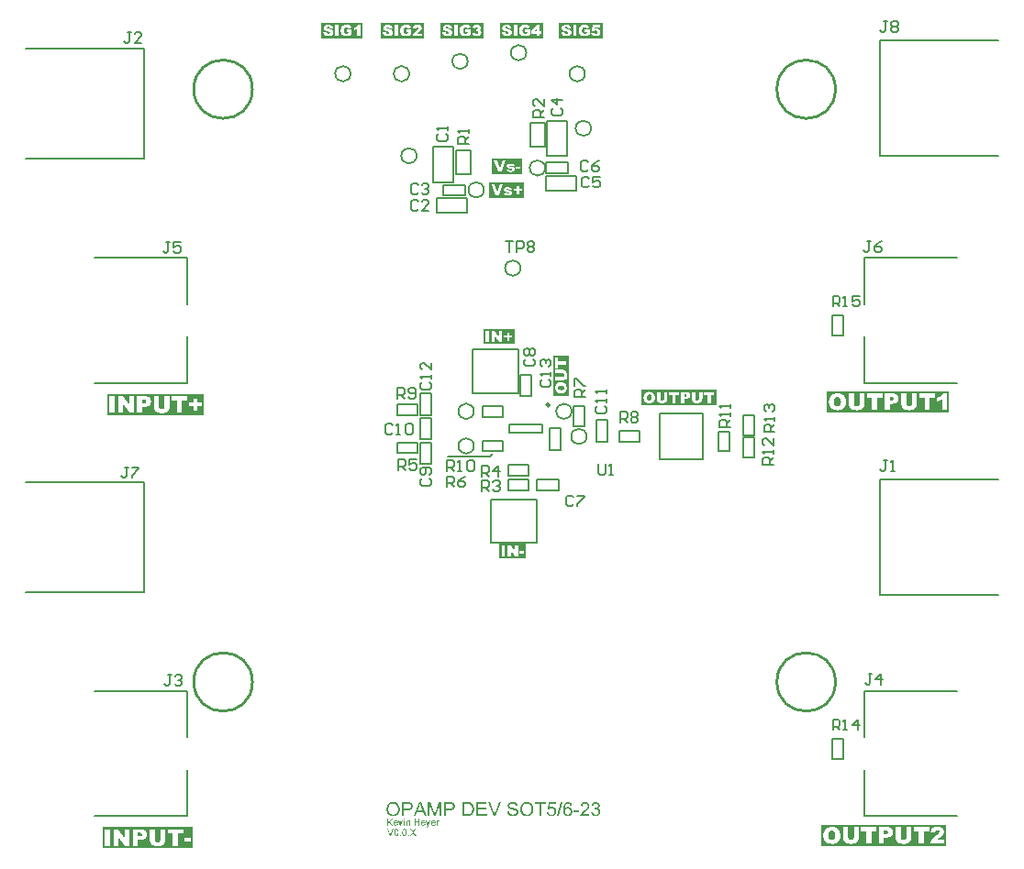
<source format=gto>
G04*
G04 #@! TF.GenerationSoftware,Altium Limited,Altium Designer,21.0.9 (235)*
G04*
G04 Layer_Color=65535*
%FSLAX43Y43*%
%MOMM*%
G71*
G04*
G04 #@! TF.SameCoordinates,9209314D-A4D9-4316-9161-A8B31A9F7C09*
G04*
G04*
G04 #@! TF.FilePolarity,Positive*
G04*
G01*
G75*
%ADD10C,0.254*%
%ADD11C,0.250*%
%ADD12C,0.200*%
%ADD13C,0.152*%
G36*
X64088Y3894D02*
X64010D01*
Y3984D01*
X64088D01*
Y3894D01*
D02*
G37*
G36*
X64441Y3818D02*
X64451Y3817D01*
X64463Y3815D01*
X64476Y3812D01*
X64490Y3808D01*
X64503Y3803D01*
X64504Y3802D01*
X64508Y3800D01*
X64515Y3797D01*
X64522Y3793D01*
X64531Y3787D01*
X64540Y3780D01*
X64548Y3772D01*
X64555Y3763D01*
X64556Y3762D01*
X64558Y3759D01*
X64561Y3754D01*
X64565Y3747D01*
X64569Y3738D01*
X64573Y3729D01*
X64577Y3718D01*
X64580Y3706D01*
Y3705D01*
X64581Y3701D01*
X64582Y3696D01*
X64583Y3688D01*
Y3677D01*
X64584Y3664D01*
X64585Y3648D01*
Y3629D01*
Y3344D01*
X64506D01*
Y3625D01*
Y3626D01*
Y3627D01*
Y3634D01*
Y3642D01*
X64505Y3652D01*
X64504Y3664D01*
X64503Y3676D01*
X64500Y3687D01*
X64497Y3697D01*
Y3698D01*
X64495Y3701D01*
X64492Y3706D01*
X64490Y3711D01*
X64485Y3717D01*
X64479Y3723D01*
X64472Y3730D01*
X64464Y3735D01*
X64463Y3736D01*
X64460Y3738D01*
X64454Y3740D01*
X64448Y3743D01*
X64441Y3746D01*
X64431Y3748D01*
X64420Y3749D01*
X64409Y3750D01*
X64405D01*
X64401Y3749D01*
X64392Y3748D01*
X64380Y3746D01*
X64367Y3742D01*
X64352Y3736D01*
X64337Y3729D01*
X64323Y3718D01*
X64321Y3716D01*
X64318Y3711D01*
X64315Y3708D01*
X64312Y3703D01*
X64308Y3697D01*
X64306Y3691D01*
X64302Y3684D01*
X64298Y3674D01*
X64295Y3664D01*
X64293Y3653D01*
X64291Y3641D01*
X64289Y3628D01*
X64287Y3612D01*
Y3597D01*
Y3344D01*
X64209D01*
Y3808D01*
X64279D01*
Y3742D01*
X64280Y3743D01*
X64282Y3746D01*
X64284Y3749D01*
X64288Y3754D01*
X64294Y3759D01*
X64300Y3766D01*
X64307Y3773D01*
X64317Y3781D01*
X64326Y3787D01*
X64337Y3795D01*
X64349Y3801D01*
X64362Y3807D01*
X64377Y3811D01*
X64392Y3815D01*
X64408Y3818D01*
X64426Y3819D01*
X64433D01*
X64441Y3818D01*
D02*
G37*
G36*
X67227D02*
X67237Y3816D01*
X67249Y3812D01*
X67262Y3808D01*
X67277Y3801D01*
X67293Y3793D01*
X67264Y3721D01*
X67263Y3722D01*
X67260Y3723D01*
X67254Y3726D01*
X67247Y3729D01*
X67238Y3732D01*
X67228Y3734D01*
X67218Y3736D01*
X67208Y3737D01*
X67203D01*
X67199Y3736D01*
X67192Y3735D01*
X67186Y3734D01*
X67177Y3731D01*
X67169Y3727D01*
X67162Y3722D01*
X67161Y3721D01*
X67158Y3719D01*
X67155Y3715D01*
X67150Y3710D01*
X67146Y3704D01*
X67141Y3697D01*
X67137Y3688D01*
X67133Y3678D01*
X67132Y3676D01*
X67131Y3671D01*
X67129Y3662D01*
X67126Y3651D01*
X67124Y3637D01*
X67122Y3622D01*
X67121Y3605D01*
X67120Y3587D01*
Y3344D01*
X67041D01*
Y3808D01*
X67113D01*
Y3738D01*
X67114Y3739D01*
X67117Y3746D01*
X67122Y3754D01*
X67129Y3764D01*
X67137Y3774D01*
X67145Y3785D01*
X67153Y3795D01*
X67162Y3802D01*
X67163Y3803D01*
X67165Y3805D01*
X67171Y3808D01*
X67176Y3810D01*
X67184Y3813D01*
X67193Y3816D01*
X67202Y3818D01*
X67212Y3819D01*
X67219D01*
X67227Y3818D01*
D02*
G37*
G36*
X65469Y3344D02*
X65384D01*
Y3646D01*
X65053D01*
Y3344D01*
X64968D01*
Y3984D01*
X65053D01*
Y3722D01*
X65384D01*
Y3984D01*
X65469D01*
Y3344D01*
D02*
G37*
G36*
X62724Y3724D02*
X63004Y3344D01*
X62892D01*
X62665Y3667D01*
X62560Y3566D01*
Y3344D01*
X62475D01*
Y3984D01*
X62560D01*
Y3666D01*
X62876Y3984D01*
X62992D01*
X62724Y3724D01*
D02*
G37*
G36*
X63763Y3344D02*
X63688D01*
X63513Y3808D01*
X63596D01*
X63696Y3530D01*
Y3529D01*
X63697Y3528D01*
X63698Y3526D01*
X63699Y3523D01*
X63702Y3513D01*
X63706Y3501D01*
X63710Y3488D01*
X63716Y3472D01*
X63720Y3454D01*
X63726Y3437D01*
X63727Y3439D01*
X63728Y3443D01*
X63731Y3451D01*
X63733Y3462D01*
X63738Y3474D01*
X63743Y3489D01*
X63749Y3506D01*
X63756Y3525D01*
X63858Y3808D01*
X63939D01*
X63763Y3344D01*
D02*
G37*
G36*
X66301Y3337D02*
Y3336D01*
X66300Y3333D01*
X66298Y3330D01*
X66296Y3325D01*
X66293Y3318D01*
X66291Y3311D01*
X66284Y3295D01*
X66278Y3278D01*
X66270Y3260D01*
X66263Y3244D01*
X66259Y3238D01*
X66256Y3232D01*
X66256Y3230D01*
X66253Y3225D01*
X66248Y3219D01*
X66243Y3210D01*
X66235Y3201D01*
X66227Y3192D01*
X66219Y3183D01*
X66208Y3175D01*
X66207Y3174D01*
X66204Y3172D01*
X66198Y3170D01*
X66190Y3166D01*
X66181Y3162D01*
X66170Y3159D01*
X66158Y3158D01*
X66144Y3157D01*
X66140D01*
X66135Y3158D01*
X66129D01*
X66121Y3159D01*
X66113Y3161D01*
X66104Y3163D01*
X66094Y3167D01*
X66085Y3240D01*
X66086D01*
X66090Y3239D01*
X66095Y3238D01*
X66100Y3236D01*
X66115Y3233D01*
X66130Y3232D01*
X66134D01*
X66139Y3233D01*
X66145D01*
X66158Y3236D01*
X66165Y3239D01*
X66171Y3242D01*
X66172D01*
X66174Y3244D01*
X66177Y3245D01*
X66181Y3248D01*
X66189Y3256D01*
X66196Y3266D01*
Y3267D01*
X66198Y3268D01*
X66200Y3272D01*
X66202Y3278D01*
X66206Y3285D01*
X66209Y3296D01*
X66215Y3309D01*
X66220Y3325D01*
Y3326D01*
X66222Y3330D01*
X66224Y3336D01*
X66228Y3344D01*
X66052Y3808D01*
X66135D01*
X66232Y3539D01*
Y3538D01*
X66233Y3538D01*
X66234Y3535D01*
X66235Y3530D01*
X66237Y3526D01*
X66239Y3520D01*
X66244Y3507D01*
X66249Y3491D01*
X66255Y3473D01*
X66260Y3453D01*
X66266Y3432D01*
Y3433D01*
X66267Y3435D01*
X66268Y3438D01*
X66268Y3441D01*
X66269Y3446D01*
X66271Y3452D01*
X66275Y3465D01*
X66280Y3481D01*
X66286Y3500D01*
X66292Y3518D01*
X66299Y3538D01*
X66399Y3808D01*
X66477D01*
X66301Y3337D01*
D02*
G37*
G36*
X64088Y3344D02*
X64010D01*
Y3808D01*
X64088D01*
Y3344D01*
D02*
G37*
G36*
X66750Y3818D02*
X66758Y3817D01*
X66767Y3815D01*
X66777Y3813D01*
X66789Y3810D01*
X66800Y3808D01*
X66813Y3803D01*
X66825Y3798D01*
X66838Y3792D01*
X66851Y3784D01*
X66864Y3776D01*
X66876Y3766D01*
X66887Y3755D01*
X66888Y3754D01*
X66890Y3752D01*
X66893Y3748D01*
X66896Y3743D01*
X66901Y3736D01*
X66905Y3729D01*
X66911Y3720D01*
X66917Y3709D01*
X66922Y3697D01*
X66928Y3684D01*
X66932Y3669D01*
X66937Y3653D01*
X66941Y3636D01*
X66943Y3617D01*
X66945Y3598D01*
X66946Y3576D01*
Y3575D01*
Y3572D01*
Y3565D01*
X66945Y3556D01*
X66599D01*
Y3555D01*
Y3552D01*
X66599Y3549D01*
Y3543D01*
X66600Y3537D01*
X66602Y3529D01*
X66605Y3513D01*
X66611Y3494D01*
X66618Y3474D01*
X66628Y3455D01*
X66641Y3439D01*
X66642D01*
X66643Y3437D01*
X66648Y3432D01*
X66657Y3426D01*
X66668Y3419D01*
X66683Y3412D01*
X66699Y3405D01*
X66718Y3401D01*
X66728Y3400D01*
X66739Y3399D01*
X66746D01*
X66755Y3400D01*
X66765Y3402D01*
X66776Y3404D01*
X66789Y3408D01*
X66801Y3414D01*
X66813Y3421D01*
X66814Y3422D01*
X66819Y3426D01*
X66824Y3431D01*
X66831Y3439D01*
X66838Y3449D01*
X66846Y3462D01*
X66855Y3477D01*
X66862Y3494D01*
X66943Y3484D01*
Y3483D01*
X66942Y3481D01*
X66942Y3477D01*
X66940Y3472D01*
X66937Y3466D01*
X66934Y3459D01*
X66927Y3443D01*
X66918Y3426D01*
X66905Y3407D01*
X66890Y3390D01*
X66871Y3373D01*
X66870D01*
X66869Y3371D01*
X66866Y3369D01*
X66862Y3366D01*
X66856Y3364D01*
X66851Y3361D01*
X66844Y3357D01*
X66835Y3354D01*
X66826Y3350D01*
X66817Y3346D01*
X66794Y3341D01*
X66768Y3336D01*
X66739Y3334D01*
X66729D01*
X66722Y3335D01*
X66714Y3336D01*
X66704Y3338D01*
X66693Y3340D01*
X66681Y3342D01*
X66655Y3349D01*
X66641Y3354D01*
X66628Y3360D01*
X66614Y3367D01*
X66601Y3376D01*
X66589Y3385D01*
X66577Y3396D01*
X66576Y3397D01*
X66575Y3399D01*
X66572Y3403D01*
X66568Y3408D01*
X66563Y3415D01*
X66559Y3422D01*
X66553Y3431D01*
X66548Y3441D01*
X66542Y3453D01*
X66537Y3466D01*
X66532Y3481D01*
X66527Y3497D01*
X66524Y3513D01*
X66521Y3532D01*
X66519Y3551D01*
X66518Y3572D01*
Y3573D01*
Y3577D01*
Y3583D01*
X66519Y3591D01*
X66520Y3601D01*
X66521Y3612D01*
X66523Y3625D01*
X66525Y3638D01*
X66533Y3668D01*
X66538Y3683D01*
X66543Y3698D01*
X66550Y3713D01*
X66559Y3727D01*
X66568Y3741D01*
X66578Y3754D01*
X66579Y3755D01*
X66581Y3757D01*
X66585Y3759D01*
X66589Y3764D01*
X66595Y3769D01*
X66602Y3774D01*
X66611Y3781D01*
X66621Y3786D01*
X66631Y3793D01*
X66643Y3798D01*
X66656Y3804D01*
X66670Y3808D01*
X66685Y3813D01*
X66700Y3816D01*
X66717Y3818D01*
X66734Y3819D01*
X66744D01*
X66750Y3818D01*
D02*
G37*
G36*
X65805D02*
X65813Y3817D01*
X65822Y3815D01*
X65832Y3813D01*
X65844Y3810D01*
X65855Y3808D01*
X65868Y3803D01*
X65880Y3798D01*
X65893Y3792D01*
X65906Y3784D01*
X65919Y3776D01*
X65931Y3766D01*
X65942Y3755D01*
X65943Y3754D01*
X65945Y3752D01*
X65948Y3748D01*
X65951Y3743D01*
X65956Y3736D01*
X65961Y3729D01*
X65966Y3720D01*
X65972Y3709D01*
X65977Y3697D01*
X65983Y3684D01*
X65987Y3669D01*
X65992Y3653D01*
X65996Y3636D01*
X65998Y3617D01*
X66000Y3598D01*
X66001Y3576D01*
Y3575D01*
Y3572D01*
Y3565D01*
X66000Y3556D01*
X65654D01*
Y3555D01*
Y3552D01*
X65655Y3549D01*
Y3543D01*
X65655Y3537D01*
X65657Y3529D01*
X65660Y3513D01*
X65666Y3494D01*
X65673Y3474D01*
X65683Y3455D01*
X65696Y3439D01*
X65697D01*
X65698Y3437D01*
X65704Y3432D01*
X65712Y3426D01*
X65723Y3419D01*
X65738Y3412D01*
X65754Y3405D01*
X65773Y3401D01*
X65783Y3400D01*
X65794Y3399D01*
X65802D01*
X65810Y3400D01*
X65820Y3402D01*
X65831Y3404D01*
X65844Y3408D01*
X65856Y3414D01*
X65868Y3421D01*
X65869Y3422D01*
X65874Y3426D01*
X65879Y3431D01*
X65886Y3439D01*
X65893Y3449D01*
X65901Y3462D01*
X65910Y3477D01*
X65917Y3494D01*
X65998Y3484D01*
Y3483D01*
X65998Y3481D01*
X65997Y3477D01*
X65995Y3472D01*
X65992Y3466D01*
X65989Y3459D01*
X65982Y3443D01*
X65973Y3426D01*
X65960Y3407D01*
X65945Y3390D01*
X65926Y3373D01*
X65925D01*
X65924Y3371D01*
X65921Y3369D01*
X65917Y3366D01*
X65912Y3364D01*
X65906Y3361D01*
X65899Y3357D01*
X65890Y3354D01*
X65881Y3350D01*
X65872Y3346D01*
X65849Y3341D01*
X65823Y3336D01*
X65794Y3334D01*
X65784D01*
X65778Y3335D01*
X65769Y3336D01*
X65759Y3338D01*
X65748Y3340D01*
X65736Y3342D01*
X65710Y3349D01*
X65696Y3354D01*
X65683Y3360D01*
X65669Y3367D01*
X65656Y3376D01*
X65644Y3385D01*
X65632Y3396D01*
X65631Y3397D01*
X65630Y3399D01*
X65627Y3403D01*
X65623Y3408D01*
X65618Y3415D01*
X65614Y3422D01*
X65608Y3431D01*
X65603Y3441D01*
X65597Y3453D01*
X65592Y3466D01*
X65587Y3481D01*
X65582Y3497D01*
X65579Y3513D01*
X65576Y3532D01*
X65574Y3551D01*
X65573Y3572D01*
Y3573D01*
Y3577D01*
Y3583D01*
X65574Y3591D01*
X65575Y3601D01*
X65576Y3612D01*
X65578Y3625D01*
X65581Y3638D01*
X65588Y3668D01*
X65593Y3683D01*
X65598Y3698D01*
X65606Y3713D01*
X65614Y3727D01*
X65623Y3741D01*
X65633Y3754D01*
X65634Y3755D01*
X65636Y3757D01*
X65640Y3759D01*
X65644Y3764D01*
X65650Y3769D01*
X65657Y3774D01*
X65666Y3781D01*
X65676Y3786D01*
X65686Y3793D01*
X65698Y3798D01*
X65711Y3804D01*
X65725Y3808D01*
X65740Y3813D01*
X65755Y3816D01*
X65772Y3818D01*
X65790Y3819D01*
X65799D01*
X65805Y3818D01*
D02*
G37*
G36*
X63270D02*
X63278Y3817D01*
X63287Y3815D01*
X63297Y3813D01*
X63309Y3810D01*
X63320Y3808D01*
X63333Y3803D01*
X63345Y3798D01*
X63358Y3792D01*
X63371Y3784D01*
X63384Y3776D01*
X63396Y3766D01*
X63407Y3755D01*
X63408Y3754D01*
X63410Y3752D01*
X63412Y3748D01*
X63416Y3743D01*
X63421Y3736D01*
X63425Y3729D01*
X63431Y3720D01*
X63437Y3709D01*
X63442Y3697D01*
X63448Y3684D01*
X63452Y3669D01*
X63457Y3653D01*
X63461Y3636D01*
X63463Y3617D01*
X63465Y3598D01*
X63466Y3576D01*
Y3575D01*
Y3572D01*
Y3565D01*
X63465Y3556D01*
X63118D01*
Y3555D01*
Y3552D01*
X63119Y3549D01*
Y3543D01*
X63120Y3537D01*
X63122Y3529D01*
X63125Y3513D01*
X63131Y3494D01*
X63138Y3474D01*
X63148Y3455D01*
X63161Y3439D01*
X63162D01*
X63163Y3437D01*
X63168Y3432D01*
X63177Y3426D01*
X63188Y3419D01*
X63203Y3412D01*
X63219Y3405D01*
X63238Y3401D01*
X63248Y3400D01*
X63259Y3399D01*
X63266D01*
X63275Y3400D01*
X63285Y3402D01*
X63296Y3404D01*
X63309Y3408D01*
X63321Y3414D01*
X63333Y3421D01*
X63334Y3422D01*
X63339Y3426D01*
X63344Y3431D01*
X63351Y3439D01*
X63358Y3449D01*
X63366Y3462D01*
X63375Y3477D01*
X63382Y3494D01*
X63463Y3484D01*
Y3483D01*
X63462Y3481D01*
X63462Y3477D01*
X63460Y3472D01*
X63457Y3466D01*
X63454Y3459D01*
X63447Y3443D01*
X63437Y3426D01*
X63425Y3407D01*
X63410Y3390D01*
X63391Y3373D01*
X63390D01*
X63388Y3371D01*
X63386Y3369D01*
X63382Y3366D01*
X63376Y3364D01*
X63371Y3361D01*
X63363Y3357D01*
X63355Y3354D01*
X63346Y3350D01*
X63337Y3346D01*
X63314Y3341D01*
X63288Y3336D01*
X63259Y3334D01*
X63249D01*
X63242Y3335D01*
X63234Y3336D01*
X63224Y3338D01*
X63213Y3340D01*
X63201Y3342D01*
X63175Y3349D01*
X63161Y3354D01*
X63148Y3360D01*
X63134Y3367D01*
X63121Y3376D01*
X63109Y3385D01*
X63097Y3396D01*
X63096Y3397D01*
X63094Y3399D01*
X63092Y3403D01*
X63088Y3408D01*
X63083Y3415D01*
X63079Y3422D01*
X63073Y3431D01*
X63068Y3441D01*
X63062Y3453D01*
X63057Y3466D01*
X63052Y3481D01*
X63047Y3497D01*
X63044Y3513D01*
X63041Y3532D01*
X63039Y3551D01*
X63038Y3572D01*
Y3573D01*
Y3577D01*
Y3583D01*
X63039Y3591D01*
X63040Y3601D01*
X63041Y3612D01*
X63043Y3625D01*
X63045Y3638D01*
X63053Y3668D01*
X63057Y3683D01*
X63063Y3698D01*
X63070Y3713D01*
X63079Y3727D01*
X63088Y3741D01*
X63098Y3754D01*
X63099Y3755D01*
X63101Y3757D01*
X63105Y3759D01*
X63109Y3764D01*
X63115Y3769D01*
X63122Y3774D01*
X63131Y3781D01*
X63141Y3786D01*
X63151Y3793D01*
X63163Y3798D01*
X63176Y3804D01*
X63190Y3808D01*
X63204Y3813D01*
X63220Y3816D01*
X63237Y3818D01*
X63254Y3819D01*
X63264D01*
X63270Y3818D01*
D02*
G37*
G36*
X64910Y2722D02*
X65150Y2386D01*
X65045D01*
X64883Y2614D01*
X64883Y2614D01*
X64881Y2617D01*
X64879Y2621D01*
X64875Y2626D01*
X64867Y2638D01*
X64858Y2652D01*
X64857Y2651D01*
X64854Y2648D01*
X64850Y2642D01*
X64846Y2635D01*
X64835Y2620D01*
X64831Y2614D01*
X64827Y2608D01*
X64665Y2386D01*
X64564D01*
X64810Y2717D01*
X64592Y3026D01*
X64693D01*
X64810Y2861D01*
Y2860D01*
X64811Y2859D01*
X64813Y2857D01*
X64816Y2853D01*
X64822Y2844D01*
X64830Y2833D01*
X64838Y2820D01*
X64846Y2807D01*
X64854Y2795D01*
X64860Y2784D01*
X64861Y2786D01*
X64864Y2789D01*
X64869Y2797D01*
X64875Y2806D01*
X64883Y2816D01*
X64892Y2829D01*
X64901Y2842D01*
X64912Y2856D01*
X65040Y3026D01*
X65132D01*
X64910Y2722D01*
D02*
G37*
G36*
X62811Y2386D02*
X62722D01*
X62474Y3026D01*
X62567D01*
X62733Y2561D01*
Y2560D01*
X62734Y2558D01*
X62735Y2555D01*
X62737Y2552D01*
X62738Y2546D01*
X62739Y2540D01*
X62744Y2527D01*
X62750Y2511D01*
X62755Y2493D01*
X62766Y2456D01*
Y2457D01*
X62767Y2459D01*
X62768Y2462D01*
X62769Y2466D01*
X62772Y2476D01*
X62776Y2490D01*
X62781Y2505D01*
X62787Y2523D01*
X62793Y2541D01*
X62800Y2561D01*
X62974Y3026D01*
X63060D01*
X62811Y2386D01*
D02*
G37*
G36*
X64482D02*
X64393D01*
Y2476D01*
X64482D01*
Y2386D01*
D02*
G37*
G36*
X63736D02*
X63646D01*
Y2476D01*
X63736D01*
Y2386D01*
D02*
G37*
G36*
X64078Y3028D02*
X64090Y3026D01*
X64104Y3023D01*
X64119Y3019D01*
X64135Y3015D01*
X64149Y3007D01*
X64150D01*
X64151Y3006D01*
X64156Y3004D01*
X64163Y2999D01*
X64172Y2993D01*
X64183Y2983D01*
X64194Y2973D01*
X64204Y2961D01*
X64214Y2947D01*
X64215Y2945D01*
X64219Y2941D01*
X64222Y2933D01*
X64229Y2920D01*
X64234Y2907D01*
X64242Y2891D01*
X64248Y2872D01*
X64254Y2852D01*
Y2851D01*
X64255Y2849D01*
X64256Y2847D01*
X64257Y2842D01*
X64258Y2836D01*
X64258Y2830D01*
X64260Y2822D01*
X64261Y2812D01*
X64263Y2802D01*
X64264Y2791D01*
X64265Y2778D01*
X64267Y2765D01*
X64268Y2750D01*
Y2736D01*
X64269Y2719D01*
Y2701D01*
Y2700D01*
Y2697D01*
Y2690D01*
Y2683D01*
X64268Y2673D01*
Y2662D01*
X64267Y2650D01*
X64266Y2637D01*
X64263Y2607D01*
X64258Y2577D01*
X64253Y2547D01*
X64249Y2533D01*
X64245Y2519D01*
Y2518D01*
X64244Y2516D01*
X64242Y2513D01*
X64240Y2508D01*
X64238Y2502D01*
X64234Y2495D01*
X64227Y2479D01*
X64218Y2463D01*
X64206Y2444D01*
X64192Y2428D01*
X64175Y2412D01*
X64174D01*
X64173Y2410D01*
X64171Y2408D01*
X64167Y2406D01*
X64162Y2404D01*
X64158Y2400D01*
X64144Y2393D01*
X64127Y2387D01*
X64108Y2381D01*
X64085Y2377D01*
X64060Y2375D01*
X64050D01*
X64044Y2376D01*
X64037Y2377D01*
X64027Y2379D01*
X64017Y2381D01*
X64006Y2383D01*
X63995Y2387D01*
X63983Y2391D01*
X63971Y2396D01*
X63959Y2403D01*
X63947Y2410D01*
X63935Y2419D01*
X63924Y2430D01*
X63914Y2441D01*
X63913Y2442D01*
X63911Y2444D01*
X63908Y2449D01*
X63903Y2456D01*
X63899Y2465D01*
X63894Y2476D01*
X63888Y2489D01*
X63882Y2504D01*
X63877Y2520D01*
X63871Y2540D01*
X63866Y2561D01*
X63861Y2585D01*
X63856Y2611D01*
X63854Y2638D01*
X63852Y2669D01*
X63851Y2701D01*
Y2702D01*
Y2706D01*
Y2712D01*
Y2720D01*
X63852Y2730D01*
Y2741D01*
X63853Y2753D01*
X63854Y2767D01*
X63856Y2796D01*
X63861Y2826D01*
X63866Y2857D01*
X63870Y2871D01*
X63874Y2884D01*
Y2885D01*
X63875Y2887D01*
X63877Y2891D01*
X63878Y2896D01*
X63880Y2902D01*
X63884Y2908D01*
X63891Y2924D01*
X63901Y2941D01*
X63913Y2958D01*
X63927Y2976D01*
X63943Y2991D01*
X63944D01*
X63945Y2993D01*
X63948Y2994D01*
X63952Y2996D01*
X63956Y3000D01*
X63962Y3003D01*
X63976Y3010D01*
X63992Y3017D01*
X64012Y3023D01*
X64035Y3027D01*
X64060Y3029D01*
X64068D01*
X64078Y3028D01*
D02*
G37*
G36*
X63332D02*
X63344Y3026D01*
X63358Y3023D01*
X63373Y3019D01*
X63388Y3015D01*
X63403Y3007D01*
X63404D01*
X63405Y3006D01*
X63410Y3004D01*
X63417Y2999D01*
X63426Y2993D01*
X63437Y2983D01*
X63448Y2973D01*
X63458Y2961D01*
X63468Y2947D01*
X63469Y2945D01*
X63473Y2941D01*
X63476Y2933D01*
X63483Y2920D01*
X63488Y2907D01*
X63496Y2891D01*
X63502Y2872D01*
X63508Y2852D01*
Y2851D01*
X63509Y2849D01*
X63510Y2847D01*
X63511Y2842D01*
X63511Y2836D01*
X63512Y2830D01*
X63514Y2822D01*
X63515Y2812D01*
X63517Y2802D01*
X63518Y2791D01*
X63519Y2778D01*
X63521Y2765D01*
X63522Y2750D01*
Y2736D01*
X63523Y2719D01*
Y2701D01*
Y2700D01*
Y2697D01*
Y2690D01*
Y2683D01*
X63522Y2673D01*
Y2662D01*
X63521Y2650D01*
X63520Y2637D01*
X63517Y2607D01*
X63512Y2577D01*
X63507Y2547D01*
X63503Y2533D01*
X63498Y2519D01*
Y2518D01*
X63498Y2516D01*
X63496Y2513D01*
X63494Y2508D01*
X63492Y2502D01*
X63488Y2495D01*
X63481Y2479D01*
X63472Y2463D01*
X63460Y2444D01*
X63446Y2428D01*
X63429Y2412D01*
X63428D01*
X63427Y2410D01*
X63425Y2408D01*
X63421Y2406D01*
X63416Y2404D01*
X63412Y2400D01*
X63398Y2393D01*
X63381Y2387D01*
X63362Y2381D01*
X63339Y2377D01*
X63314Y2375D01*
X63304D01*
X63298Y2376D01*
X63290Y2377D01*
X63281Y2379D01*
X63271Y2381D01*
X63260Y2383D01*
X63249Y2387D01*
X63237Y2391D01*
X63225Y2396D01*
X63213Y2403D01*
X63201Y2410D01*
X63189Y2419D01*
X63178Y2430D01*
X63167Y2441D01*
X63167Y2442D01*
X63165Y2444D01*
X63162Y2449D01*
X63157Y2456D01*
X63153Y2465D01*
X63148Y2476D01*
X63142Y2489D01*
X63136Y2504D01*
X63131Y2520D01*
X63125Y2540D01*
X63119Y2561D01*
X63115Y2585D01*
X63110Y2611D01*
X63107Y2638D01*
X63106Y2669D01*
X63105Y2701D01*
Y2702D01*
Y2706D01*
Y2712D01*
Y2720D01*
X63106Y2730D01*
Y2741D01*
X63106Y2753D01*
X63107Y2767D01*
X63110Y2796D01*
X63115Y2826D01*
X63120Y2857D01*
X63124Y2871D01*
X63128Y2884D01*
Y2885D01*
X63129Y2887D01*
X63131Y2891D01*
X63132Y2896D01*
X63134Y2902D01*
X63138Y2908D01*
X63145Y2924D01*
X63155Y2941D01*
X63167Y2958D01*
X63180Y2976D01*
X63197Y2991D01*
X63198D01*
X63199Y2993D01*
X63202Y2994D01*
X63205Y2996D01*
X63210Y3000D01*
X63216Y3003D01*
X63229Y3010D01*
X63246Y3017D01*
X63265Y3023D01*
X63289Y3027D01*
X63314Y3029D01*
X63322D01*
X63332Y3028D01*
D02*
G37*
G36*
X74932Y63500D02*
X72125D01*
Y64931D01*
X74932D01*
Y63500D01*
D02*
G37*
G36*
X75086Y61325D02*
X71875D01*
Y62756D01*
X75086D01*
Y61325D01*
D02*
G37*
G36*
X79187Y5507D02*
X79200D01*
X79215Y5505D01*
X79250Y5498D01*
X79289Y5489D01*
X79330Y5474D01*
X79370Y5452D01*
X79391Y5439D01*
X79409Y5424D01*
X79411Y5422D01*
X79413Y5420D01*
X79419Y5415D01*
X79424Y5409D01*
X79433Y5400D01*
X79441Y5389D01*
X79461Y5363D01*
X79482Y5330D01*
X79500Y5289D01*
X79517Y5242D01*
X79528Y5191D01*
X79370Y5178D01*
Y5180D01*
X79369Y5181D01*
X79367Y5192D01*
X79361Y5209D01*
X79354Y5230D01*
X79346Y5252D01*
X79335Y5274D01*
X79322Y5294D01*
X79309Y5311D01*
X79306Y5315D01*
X79298Y5322D01*
X79285Y5333D01*
X79267Y5346D01*
X79243Y5357D01*
X79217Y5368D01*
X79185Y5376D01*
X79152Y5380D01*
X79139D01*
X79124Y5378D01*
X79108Y5374D01*
X79085Y5368D01*
X79063Y5361D01*
X79041Y5352D01*
X79019Y5337D01*
X79015Y5335D01*
X79006Y5328D01*
X78993Y5315D01*
X78976Y5296D01*
X78958Y5274D01*
X78937Y5248D01*
X78919Y5215D01*
X78900Y5178D01*
Y5176D01*
X78898Y5172D01*
X78896Y5167D01*
X78893Y5159D01*
X78891Y5148D01*
X78887Y5135D01*
X78883Y5120D01*
X78880Y5102D01*
X78874Y5081D01*
X78871Y5059D01*
X78867Y5035D01*
X78865Y5009D01*
X78861Y4980D01*
X78859Y4950D01*
X78858Y4917D01*
Y4883D01*
X78859Y4885D01*
X78867Y4896D01*
X78880Y4911D01*
X78896Y4930D01*
X78915Y4952D01*
X78939Y4972D01*
X78965Y4993D01*
X78995Y5011D01*
X78996D01*
X78998Y5013D01*
X79009Y5018D01*
X79026Y5024D01*
X79048Y5033D01*
X79074Y5041D01*
X79104Y5046D01*
X79135Y5052D01*
X79169Y5054D01*
X79183D01*
X79195Y5052D01*
X79209Y5050D01*
X79224Y5048D01*
X79243Y5044D01*
X79261Y5039D01*
X79304Y5026D01*
X79326Y5017D01*
X79348Y5004D01*
X79370Y4991D01*
X79395Y4976D01*
X79417Y4957D01*
X79437Y4937D01*
X79439Y4935D01*
X79443Y4931D01*
X79448Y4926D01*
X79454Y4917D01*
X79463Y4904D01*
X79472Y4891D01*
X79482Y4874D01*
X79493Y4855D01*
X79504Y4835D01*
X79513Y4813D01*
X79522Y4787D01*
X79532Y4761D01*
X79537Y4733D01*
X79543Y4702D01*
X79546Y4670D01*
X79548Y4637D01*
Y4635D01*
Y4631D01*
Y4626D01*
Y4617D01*
X79546Y4606D01*
Y4594D01*
X79541Y4565D01*
X79535Y4530D01*
X79526Y4493D01*
X79513Y4452D01*
X79495Y4413D01*
Y4411D01*
X79493Y4409D01*
X79489Y4404D01*
X79485Y4396D01*
X79474Y4378D01*
X79457Y4354D01*
X79437Y4328D01*
X79413Y4302D01*
X79383Y4276D01*
X79352Y4254D01*
X79350D01*
X79348Y4252D01*
X79343Y4248D01*
X79335Y4246D01*
X79317Y4237D01*
X79293Y4228D01*
X79261Y4217D01*
X79226Y4209D01*
X79187Y4202D01*
X79145Y4200D01*
X79135D01*
X79126Y4202D01*
X79111D01*
X79095Y4204D01*
X79076Y4207D01*
X79054Y4213D01*
X79032Y4219D01*
X79006Y4226D01*
X78980Y4235D01*
X78954Y4246D01*
X78926Y4261D01*
X78900Y4278D01*
X78874Y4296D01*
X78848Y4319D01*
X78824Y4344D01*
X78822Y4346D01*
X78819Y4352D01*
X78813Y4359D01*
X78806Y4372D01*
X78795Y4389D01*
X78785Y4407D01*
X78774Y4431D01*
X78763Y4457D01*
X78750Y4489D01*
X78739Y4524D01*
X78730Y4563D01*
X78721Y4606D01*
X78711Y4654D01*
X78706Y4706D01*
X78702Y4761D01*
X78700Y4820D01*
Y4822D01*
Y4824D01*
Y4830D01*
Y4837D01*
X78702Y4855D01*
Y4881D01*
X78704Y4911D01*
X78708Y4946D01*
X78711Y4985D01*
X78717Y5028D01*
X78724Y5070D01*
X78733Y5117D01*
X78745Y5161D01*
X78758Y5205D01*
X78774Y5248D01*
X78793Y5289D01*
X78813Y5328D01*
X78837Y5361D01*
X78839Y5363D01*
X78843Y5367D01*
X78850Y5374D01*
X78859Y5385D01*
X78871Y5396D01*
X78885Y5407D01*
X78904Y5422D01*
X78922Y5435D01*
X78945Y5448D01*
X78969Y5463D01*
X78996Y5474D01*
X79024Y5487D01*
X79056Y5496D01*
X79089Y5504D01*
X79124Y5507D01*
X79161Y5509D01*
X79176D01*
X79187Y5507D01*
D02*
G37*
G36*
X74075Y5524D02*
X74088D01*
X74123Y5520D01*
X74162Y5515D01*
X74202Y5505D01*
X74247Y5494D01*
X74288Y5479D01*
X74290D01*
X74293Y5478D01*
X74299Y5474D01*
X74306Y5470D01*
X74325Y5461D01*
X74349Y5444D01*
X74377Y5426D01*
X74404Y5402D01*
X74430Y5374D01*
X74454Y5342D01*
Y5341D01*
X74456Y5339D01*
X74460Y5333D01*
X74464Y5328D01*
X74473Y5309D01*
X74484Y5285D01*
X74497Y5255D01*
X74506Y5220D01*
X74515Y5183D01*
X74519Y5142D01*
X74356Y5130D01*
Y5131D01*
Y5135D01*
X74354Y5141D01*
X74352Y5150D01*
X74347Y5170D01*
X74340Y5198D01*
X74328Y5228D01*
X74312Y5257D01*
X74291Y5285D01*
X74265Y5311D01*
X74262Y5313D01*
X74252Y5320D01*
X74234Y5331D01*
X74210Y5342D01*
X74178Y5354D01*
X74141Y5365D01*
X74095Y5372D01*
X74043Y5374D01*
X74017D01*
X74006Y5372D01*
X73991Y5370D01*
X73958Y5367D01*
X73921Y5359D01*
X73884Y5350D01*
X73849Y5335D01*
X73834Y5326D01*
X73819Y5317D01*
X73815Y5315D01*
X73808Y5307D01*
X73797Y5294D01*
X73786Y5280D01*
X73773Y5259D01*
X73762Y5237D01*
X73754Y5211D01*
X73751Y5181D01*
Y5178D01*
Y5170D01*
X73753Y5157D01*
X73756Y5142D01*
X73762Y5124D01*
X73771Y5105D01*
X73782Y5087D01*
X73799Y5068D01*
X73801Y5067D01*
X73810Y5061D01*
X73817Y5055D01*
X73825Y5052D01*
X73836Y5046D01*
X73849Y5039D01*
X73865Y5033D01*
X73884Y5026D01*
X73904Y5018D01*
X73928Y5009D01*
X73954Y5002D01*
X73984Y4993D01*
X74017Y4985D01*
X74054Y4976D01*
X74056D01*
X74064Y4974D01*
X74075Y4972D01*
X74088Y4968D01*
X74104Y4965D01*
X74125Y4959D01*
X74145Y4954D01*
X74167Y4948D01*
X74215Y4935D01*
X74262Y4922D01*
X74284Y4915D01*
X74304Y4907D01*
X74323Y4902D01*
X74338Y4894D01*
X74340D01*
X74343Y4893D01*
X74349Y4889D01*
X74356Y4885D01*
X74377Y4874D01*
X74401Y4859D01*
X74428Y4839D01*
X74456Y4817D01*
X74482Y4791D01*
X74504Y4763D01*
X74506Y4759D01*
X74514Y4750D01*
X74521Y4733D01*
X74532Y4711D01*
X74541Y4685D01*
X74551Y4654D01*
X74556Y4618D01*
X74558Y4581D01*
Y4580D01*
Y4578D01*
Y4572D01*
Y4565D01*
X74554Y4544D01*
X74551Y4518D01*
X74543Y4489D01*
X74534Y4457D01*
X74519Y4424D01*
X74499Y4389D01*
Y4387D01*
X74497Y4385D01*
X74488Y4374D01*
X74475Y4357D01*
X74456Y4339D01*
X74432Y4317D01*
X74402Y4293D01*
X74369Y4270D01*
X74330Y4250D01*
X74328D01*
X74325Y4248D01*
X74319Y4246D01*
X74312Y4243D01*
X74301Y4239D01*
X74288Y4233D01*
X74258Y4226D01*
X74223Y4217D01*
X74180Y4207D01*
X74134Y4202D01*
X74084Y4200D01*
X74054D01*
X74040Y4202D01*
X74023D01*
X74004Y4204D01*
X73982Y4206D01*
X73936Y4213D01*
X73888Y4220D01*
X73840Y4233D01*
X73793Y4250D01*
X73791D01*
X73788Y4252D01*
X73782Y4256D01*
X73775Y4259D01*
X73753Y4270D01*
X73727Y4287D01*
X73697Y4309D01*
X73665Y4335D01*
X73636Y4367D01*
X73608Y4402D01*
Y4404D01*
X73604Y4407D01*
X73603Y4413D01*
X73597Y4420D01*
X73593Y4430D01*
X73588Y4441D01*
X73575Y4468D01*
X73562Y4504D01*
X73551Y4543D01*
X73543Y4587D01*
X73540Y4633D01*
X73699Y4648D01*
Y4646D01*
Y4644D01*
X73701Y4639D01*
Y4631D01*
X73704Y4615D01*
X73710Y4591D01*
X73717Y4567D01*
X73725Y4539D01*
X73738Y4513D01*
X73751Y4489D01*
X73753Y4487D01*
X73758Y4480D01*
X73767Y4467D01*
X73782Y4454D01*
X73801Y4437D01*
X73821Y4420D01*
X73849Y4404D01*
X73878Y4389D01*
X73880D01*
X73882Y4387D01*
X73888Y4385D01*
X73893Y4383D01*
X73912Y4378D01*
X73936Y4370D01*
X73965Y4363D01*
X73999Y4357D01*
X74036Y4354D01*
X74077Y4352D01*
X74093D01*
X74112Y4354D01*
X74134Y4356D01*
X74160Y4359D01*
X74190Y4363D01*
X74219Y4370D01*
X74247Y4380D01*
X74251Y4381D01*
X74260Y4385D01*
X74273Y4393D01*
X74290Y4400D01*
X74306Y4413D01*
X74325Y4426D01*
X74343Y4441D01*
X74358Y4459D01*
X74360Y4461D01*
X74364Y4468D01*
X74369Y4478D01*
X74377Y4493D01*
X74384Y4507D01*
X74390Y4526D01*
X74393Y4546D01*
X74395Y4568D01*
Y4570D01*
Y4580D01*
X74393Y4591D01*
X74391Y4606D01*
X74386Y4620D01*
X74380Y4639D01*
X74371Y4657D01*
X74358Y4674D01*
X74356Y4676D01*
X74351Y4681D01*
X74343Y4689D01*
X74330Y4700D01*
X74315Y4711D01*
X74295Y4724D01*
X74271Y4737D01*
X74243Y4748D01*
X74241Y4750D01*
X74232Y4752D01*
X74217Y4757D01*
X74208Y4759D01*
X74195Y4763D01*
X74182Y4768D01*
X74165Y4772D01*
X74147Y4778D01*
X74125Y4783D01*
X74102Y4789D01*
X74077Y4796D01*
X74047Y4804D01*
X74015Y4811D01*
X74014D01*
X74008Y4813D01*
X73999Y4815D01*
X73988Y4818D01*
X73973Y4822D01*
X73956Y4826D01*
X73919Y4837D01*
X73878Y4850D01*
X73836Y4863D01*
X73799Y4876D01*
X73782Y4883D01*
X73767Y4891D01*
X73765D01*
X73764Y4893D01*
X73753Y4900D01*
X73736Y4909D01*
X73717Y4924D01*
X73695Y4941D01*
X73673Y4961D01*
X73651Y4985D01*
X73632Y5011D01*
X73630Y5015D01*
X73625Y5024D01*
X73617Y5039D01*
X73610Y5057D01*
X73603Y5081D01*
X73595Y5109D01*
X73590Y5139D01*
X73588Y5170D01*
Y5172D01*
Y5174D01*
Y5180D01*
Y5187D01*
X73591Y5205D01*
X73595Y5230D01*
X73601Y5257D01*
X73610Y5289D01*
X73623Y5320D01*
X73641Y5352D01*
Y5354D01*
X73643Y5355D01*
X73653Y5367D01*
X73665Y5381D01*
X73682Y5400D01*
X73704Y5420D01*
X73732Y5442D01*
X73765Y5463D01*
X73803Y5481D01*
X73804D01*
X73808Y5483D01*
X73814Y5485D01*
X73821Y5489D01*
X73830Y5492D01*
X73843Y5496D01*
X73871Y5504D01*
X73906Y5511D01*
X73947Y5518D01*
X73990Y5524D01*
X74038Y5526D01*
X74062D01*
X74075Y5524D01*
D02*
G37*
G36*
X81737Y5507D02*
X81761Y5504D01*
X81791Y5498D01*
X81824Y5489D01*
X81857Y5478D01*
X81891Y5463D01*
X81892D01*
X81894Y5461D01*
X81905Y5455D01*
X81922Y5444D01*
X81941Y5431D01*
X81963Y5413D01*
X81985Y5392D01*
X82007Y5368D01*
X82026Y5341D01*
X82028Y5337D01*
X82033Y5328D01*
X82041Y5311D01*
X82050Y5291D01*
X82059Y5267D01*
X82066Y5239D01*
X82072Y5207D01*
X82074Y5176D01*
Y5172D01*
Y5161D01*
X82072Y5146D01*
X82068Y5126D01*
X82063Y5102D01*
X82054Y5076D01*
X82042Y5050D01*
X82028Y5024D01*
X82026Y5020D01*
X82020Y5013D01*
X82009Y5000D01*
X81994Y4985D01*
X81976Y4968D01*
X81954Y4950D01*
X81928Y4933D01*
X81896Y4917D01*
X81898D01*
X81902Y4915D01*
X81907Y4913D01*
X81915Y4911D01*
X81935Y4904D01*
X81961Y4893D01*
X81991Y4878D01*
X82020Y4859D01*
X82048Y4835D01*
X82074Y4807D01*
X82076Y4804D01*
X82083Y4793D01*
X82094Y4774D01*
X82105Y4750D01*
X82116Y4720D01*
X82128Y4685D01*
X82135Y4644D01*
X82137Y4600D01*
Y4598D01*
Y4593D01*
Y4583D01*
X82135Y4572D01*
X82133Y4557D01*
X82129Y4541D01*
X82126Y4522D01*
X82122Y4502D01*
X82107Y4457D01*
X82096Y4433D01*
X82085Y4411D01*
X82070Y4387D01*
X82054Y4363D01*
X82035Y4339D01*
X82013Y4317D01*
X82011Y4315D01*
X82007Y4311D01*
X82000Y4306D01*
X81991Y4298D01*
X81979Y4289D01*
X81965Y4280D01*
X81948Y4269D01*
X81928Y4259D01*
X81907Y4248D01*
X81883Y4237D01*
X81859Y4228D01*
X81831Y4219D01*
X81802Y4211D01*
X81770Y4206D01*
X81739Y4202D01*
X81704Y4200D01*
X81687D01*
X81676Y4202D01*
X81661Y4204D01*
X81644Y4206D01*
X81626Y4209D01*
X81605Y4213D01*
X81561Y4224D01*
X81515Y4243D01*
X81491Y4254D01*
X81468Y4267D01*
X81446Y4283D01*
X81424Y4300D01*
X81422Y4302D01*
X81418Y4306D01*
X81413Y4311D01*
X81407Y4319D01*
X81398Y4328D01*
X81389Y4341D01*
X81378Y4354D01*
X81367Y4370D01*
X81355Y4389D01*
X81344Y4407D01*
X81324Y4452D01*
X81307Y4504D01*
X81302Y4531D01*
X81298Y4561D01*
X81455Y4581D01*
Y4580D01*
X81457Y4576D01*
X81459Y4568D01*
X81461Y4559D01*
X81463Y4548D01*
X81467Y4535D01*
X81476Y4507D01*
X81489Y4474D01*
X81505Y4443D01*
X81524Y4413D01*
X81546Y4387D01*
X81550Y4385D01*
X81557Y4378D01*
X81572Y4369D01*
X81591Y4359D01*
X81613Y4348D01*
X81641Y4339D01*
X81672Y4331D01*
X81705Y4330D01*
X81717D01*
X81724Y4331D01*
X81744Y4333D01*
X81770Y4339D01*
X81800Y4348D01*
X81831Y4361D01*
X81863Y4380D01*
X81892Y4406D01*
X81896Y4409D01*
X81905Y4420D01*
X81916Y4437D01*
X81931Y4459D01*
X81946Y4487D01*
X81957Y4518D01*
X81966Y4556D01*
X81970Y4596D01*
Y4598D01*
Y4602D01*
Y4607D01*
X81968Y4615D01*
X81966Y4635D01*
X81961Y4659D01*
X81954Y4689D01*
X81941Y4718D01*
X81922Y4748D01*
X81898Y4776D01*
X81894Y4780D01*
X81885Y4787D01*
X81870Y4798D01*
X81850Y4811D01*
X81824Y4824D01*
X81792Y4835D01*
X81757Y4843D01*
X81718Y4846D01*
X81702D01*
X81689Y4844D01*
X81672Y4843D01*
X81654Y4839D01*
X81631Y4835D01*
X81607Y4830D01*
X81626Y4968D01*
X81635D01*
X81642Y4967D01*
X81667D01*
X81687Y4970D01*
X81711Y4974D01*
X81739Y4980D01*
X81770Y4989D01*
X81800Y5002D01*
X81831Y5018D01*
X81833D01*
X81835Y5020D01*
X81844Y5028D01*
X81857Y5041D01*
X81872Y5057D01*
X81887Y5081D01*
X81900Y5109D01*
X81909Y5141D01*
X81913Y5159D01*
Y5180D01*
Y5181D01*
Y5183D01*
Y5194D01*
X81909Y5209D01*
X81905Y5230D01*
X81898Y5252D01*
X81889Y5276D01*
X81874Y5300D01*
X81854Y5322D01*
X81852Y5324D01*
X81842Y5331D01*
X81829Y5341D01*
X81813Y5352D01*
X81791Y5361D01*
X81765Y5370D01*
X81735Y5378D01*
X81702Y5380D01*
X81687D01*
X81670Y5376D01*
X81648Y5372D01*
X81624Y5365D01*
X81600Y5355D01*
X81574Y5341D01*
X81550Y5322D01*
X81548Y5320D01*
X81541Y5311D01*
X81530Y5298D01*
X81517Y5280D01*
X81504Y5255D01*
X81491Y5226D01*
X81479Y5191D01*
X81472Y5150D01*
X81315Y5178D01*
Y5180D01*
X81317Y5185D01*
X81318Y5192D01*
X81320Y5204D01*
X81324Y5217D01*
X81330Y5231D01*
X81341Y5267D01*
X81359Y5307D01*
X81381Y5348D01*
X81409Y5387D01*
X81444Y5422D01*
X81446Y5424D01*
X81450Y5426D01*
X81455Y5430D01*
X81463Y5435D01*
X81472Y5442D01*
X81485Y5450D01*
X81498Y5457D01*
X81515Y5467D01*
X81552Y5481D01*
X81594Y5496D01*
X81644Y5505D01*
X81670Y5509D01*
X81717D01*
X81737Y5507D01*
D02*
G37*
G36*
X80172Y4607D02*
X79685D01*
Y4765D01*
X80172D01*
Y4607D01*
D02*
G37*
G36*
X67449Y4222D02*
X67287D01*
Y5294D01*
X66912Y4222D01*
X66761D01*
X66390Y5313D01*
Y4222D01*
X66227D01*
Y5504D01*
X66481D01*
X66785Y4594D01*
Y4593D01*
X66787Y4589D01*
X66788Y4583D01*
X66792Y4574D01*
X66800Y4552D01*
X66809Y4524D01*
X66818Y4493D01*
X66829Y4461D01*
X66838Y4431D01*
X66846Y4406D01*
X66848Y4409D01*
X66850Y4418D01*
X66855Y4435D01*
X66863Y4457D01*
X66872Y4487D01*
X66885Y4522D01*
X66898Y4563D01*
X66914Y4611D01*
X67222Y5504D01*
X67449D01*
Y4222D01*
D02*
G37*
G36*
X72445D02*
X72268D01*
X71771Y5504D01*
X71956D01*
X72290Y4572D01*
Y4570D01*
X72292Y4567D01*
X72293Y4561D01*
X72297Y4554D01*
X72299Y4543D01*
X72303Y4531D01*
X72312Y4504D01*
X72323Y4472D01*
X72334Y4437D01*
X72356Y4363D01*
Y4365D01*
X72358Y4369D01*
X72360Y4374D01*
X72362Y4381D01*
X72367Y4402D01*
X72377Y4430D01*
X72386Y4461D01*
X72397Y4496D01*
X72410Y4533D01*
X72425Y4572D01*
X72773Y5504D01*
X72945D01*
X72445Y4222D01*
D02*
G37*
G36*
X78002Y5337D02*
X77489D01*
X77421Y4991D01*
X77423Y4993D01*
X77426Y4994D01*
X77432Y4998D01*
X77441Y5004D01*
X77452Y5009D01*
X77465Y5017D01*
X77495Y5031D01*
X77532Y5046D01*
X77573Y5059D01*
X77617Y5068D01*
X77639Y5072D01*
X77680D01*
X77691Y5070D01*
X77706Y5068D01*
X77722Y5067D01*
X77741Y5063D01*
X77761Y5057D01*
X77806Y5044D01*
X77830Y5035D01*
X77854Y5022D01*
X77878Y5009D01*
X77902Y4994D01*
X77924Y4976D01*
X77947Y4955D01*
X77948Y4954D01*
X77952Y4950D01*
X77958Y4944D01*
X77965Y4935D01*
X77974Y4922D01*
X77984Y4909D01*
X77995Y4893D01*
X78006Y4874D01*
X78015Y4854D01*
X78026Y4831D01*
X78035Y4805D01*
X78045Y4780D01*
X78052Y4752D01*
X78058Y4720D01*
X78061Y4689D01*
X78063Y4656D01*
Y4654D01*
Y4648D01*
Y4639D01*
X78061Y4626D01*
X78059Y4611D01*
X78058Y4594D01*
X78054Y4574D01*
X78050Y4554D01*
X78039Y4506D01*
X78021Y4456D01*
X78009Y4430D01*
X77995Y4406D01*
X77980Y4380D01*
X77961Y4356D01*
X77960Y4354D01*
X77956Y4348D01*
X77948Y4341D01*
X77939Y4331D01*
X77926Y4320D01*
X77911Y4306D01*
X77893Y4293D01*
X77872Y4278D01*
X77850Y4263D01*
X77824Y4250D01*
X77797Y4237D01*
X77767Y4224D01*
X77735Y4215D01*
X77700Y4207D01*
X77663Y4202D01*
X77624Y4200D01*
X77608D01*
X77595Y4202D01*
X77580Y4204D01*
X77563Y4206D01*
X77543Y4207D01*
X77523Y4213D01*
X77476Y4224D01*
X77430Y4241D01*
X77406Y4252D01*
X77382Y4265D01*
X77360Y4280D01*
X77337Y4296D01*
X77335Y4298D01*
X77332Y4300D01*
X77328Y4307D01*
X77321Y4315D01*
X77311Y4324D01*
X77302Y4335D01*
X77291Y4350D01*
X77282Y4367D01*
X77271Y4383D01*
X77260Y4404D01*
X77239Y4448D01*
X77223Y4500D01*
X77217Y4528D01*
X77213Y4557D01*
X77378Y4570D01*
Y4568D01*
Y4565D01*
X77380Y4559D01*
X77382Y4550D01*
X77387Y4530D01*
X77395Y4502D01*
X77406Y4474D01*
X77421Y4443D01*
X77439Y4415D01*
X77461Y4389D01*
X77465Y4387D01*
X77473Y4380D01*
X77487Y4370D01*
X77508Y4359D01*
X77530Y4348D01*
X77558Y4339D01*
X77589Y4331D01*
X77624Y4330D01*
X77635D01*
X77643Y4331D01*
X77665Y4333D01*
X77691Y4341D01*
X77722Y4350D01*
X77754Y4365D01*
X77787Y4387D01*
X77802Y4400D01*
X77817Y4415D01*
X77819Y4417D01*
X77821Y4418D01*
X77824Y4424D01*
X77830Y4430D01*
X77843Y4450D01*
X77858Y4476D01*
X77871Y4507D01*
X77884Y4546D01*
X77893Y4593D01*
X77897Y4617D01*
Y4643D01*
Y4644D01*
Y4648D01*
Y4656D01*
X77895Y4665D01*
Y4676D01*
X77893Y4689D01*
X77887Y4718D01*
X77878Y4754D01*
X77865Y4789D01*
X77847Y4822D01*
X77821Y4854D01*
Y4855D01*
X77817Y4857D01*
X77808Y4867D01*
X77791Y4880D01*
X77769Y4894D01*
X77739Y4907D01*
X77706Y4920D01*
X77667Y4930D01*
X77645Y4933D01*
X77610D01*
X77595Y4931D01*
X77576Y4930D01*
X77554Y4924D01*
X77532Y4918D01*
X77508Y4909D01*
X77484Y4898D01*
X77482Y4896D01*
X77474Y4893D01*
X77463Y4883D01*
X77448Y4874D01*
X77434Y4861D01*
X77419Y4844D01*
X77402Y4828D01*
X77389Y4807D01*
X77241Y4828D01*
X77365Y5487D01*
X78002D01*
Y5337D01*
D02*
G37*
G36*
X80756Y5507D02*
X80770Y5505D01*
X80789Y5504D01*
X80809Y5500D01*
X80830Y5496D01*
X80878Y5483D01*
X80926Y5465D01*
X80950Y5454D01*
X80974Y5441D01*
X80996Y5424D01*
X81017Y5405D01*
X81018Y5404D01*
X81022Y5402D01*
X81026Y5394D01*
X81033Y5387D01*
X81043Y5378D01*
X81052Y5365D01*
X81061Y5352D01*
X81072Y5335D01*
X81091Y5300D01*
X81109Y5255D01*
X81117Y5233D01*
X81120Y5207D01*
X81124Y5181D01*
X81126Y5154D01*
Y5150D01*
Y5141D01*
X81124Y5126D01*
X81122Y5105D01*
X81118Y5083D01*
X81111Y5057D01*
X81104Y5030D01*
X81093Y5002D01*
X81091Y4998D01*
X81087Y4989D01*
X81080Y4974D01*
X81068Y4954D01*
X81054Y4931D01*
X81035Y4904D01*
X81013Y4876D01*
X80987Y4844D01*
X80983Y4841D01*
X80974Y4830D01*
X80965Y4820D01*
X80955Y4811D01*
X80944Y4800D01*
X80930Y4785D01*
X80915Y4770D01*
X80896Y4754D01*
X80878Y4735D01*
X80855Y4715D01*
X80831Y4694D01*
X80805Y4670D01*
X80776Y4646D01*
X80746Y4620D01*
X80744Y4618D01*
X80741Y4615D01*
X80733Y4609D01*
X80724Y4602D01*
X80713Y4591D01*
X80700Y4580D01*
X80670Y4556D01*
X80639Y4528D01*
X80609Y4500D01*
X80583Y4476D01*
X80572Y4467D01*
X80563Y4457D01*
X80561Y4456D01*
X80556Y4450D01*
X80548Y4443D01*
X80539Y4431D01*
X80530Y4418D01*
X80518Y4406D01*
X80496Y4374D01*
X81128D01*
Y4222D01*
X80278D01*
Y4224D01*
Y4231D01*
Y4243D01*
X80280Y4257D01*
X80281Y4274D01*
X80285Y4293D01*
X80289Y4311D01*
X80296Y4331D01*
Y4333D01*
X80298Y4335D01*
X80302Y4346D01*
X80309Y4363D01*
X80320Y4385D01*
X80335Y4411D01*
X80354Y4441D01*
X80374Y4470D01*
X80400Y4502D01*
Y4504D01*
X80404Y4506D01*
X80413Y4517D01*
X80430Y4533D01*
X80454Y4557D01*
X80481Y4585D01*
X80517Y4618D01*
X80559Y4656D01*
X80606Y4694D01*
X80607Y4696D01*
X80615Y4702D01*
X80626Y4711D01*
X80639Y4722D01*
X80656Y4737D01*
X80676Y4754D01*
X80696Y4772D01*
X80720Y4793D01*
X80767Y4837D01*
X80813Y4881D01*
X80835Y4904D01*
X80855Y4926D01*
X80874Y4946D01*
X80889Y4967D01*
Y4968D01*
X80893Y4970D01*
X80896Y4976D01*
X80900Y4983D01*
X80913Y5004D01*
X80928Y5028D01*
X80941Y5057D01*
X80954Y5089D01*
X80961Y5124D01*
X80965Y5157D01*
Y5159D01*
Y5161D01*
X80963Y5172D01*
X80961Y5191D01*
X80955Y5211D01*
X80948Y5237D01*
X80935Y5263D01*
X80918Y5289D01*
X80896Y5315D01*
X80893Y5318D01*
X80883Y5326D01*
X80870Y5335D01*
X80850Y5348D01*
X80824Y5359D01*
X80794Y5370D01*
X80759Y5378D01*
X80720Y5380D01*
X80709D01*
X80702Y5378D01*
X80680Y5376D01*
X80654Y5370D01*
X80626Y5363D01*
X80594Y5350D01*
X80565Y5333D01*
X80537Y5311D01*
X80533Y5307D01*
X80526Y5298D01*
X80515Y5283D01*
X80504Y5261D01*
X80491Y5235D01*
X80480Y5202D01*
X80472Y5165D01*
X80468Y5122D01*
X80307Y5139D01*
Y5141D01*
X80309Y5146D01*
Y5155D01*
X80311Y5168D01*
X80315Y5183D01*
X80319Y5200D01*
X80324Y5220D01*
X80330Y5241D01*
X80344Y5285D01*
X80367Y5330D01*
X80380Y5352D01*
X80396Y5374D01*
X80413Y5394D01*
X80431Y5413D01*
X80433Y5415D01*
X80437Y5417D01*
X80443Y5422D01*
X80452Y5428D01*
X80463Y5435D01*
X80476Y5442D01*
X80491Y5452D01*
X80509Y5461D01*
X80530Y5470D01*
X80552Y5479D01*
X80576Y5487D01*
X80602Y5494D01*
X80630Y5500D01*
X80659Y5505D01*
X80691Y5507D01*
X80724Y5509D01*
X80743D01*
X80756Y5507D01*
D02*
G37*
G36*
X77102Y5352D02*
X76680D01*
Y4222D01*
X76510D01*
Y5352D01*
X76087D01*
Y5504D01*
X77102D01*
Y5352D01*
D02*
G37*
G36*
X71640D02*
X70882D01*
Y4961D01*
X71592D01*
Y4809D01*
X70882D01*
Y4374D01*
X71669D01*
Y4222D01*
X70712D01*
Y5504D01*
X71640D01*
Y5352D01*
D02*
G37*
G36*
X69944Y5502D02*
X69981Y5500D01*
X70018Y5496D01*
X70055Y5491D01*
X70086Y5485D01*
X70088D01*
X70092Y5483D01*
X70097D01*
X70105Y5479D01*
X70125Y5474D01*
X70151Y5465D01*
X70181Y5452D01*
X70212Y5435D01*
X70244Y5417D01*
X70273Y5392D01*
X70275Y5391D01*
X70277Y5389D01*
X70283Y5383D01*
X70290Y5378D01*
X70308Y5359D01*
X70331Y5333D01*
X70355Y5302D01*
X70381Y5265D01*
X70405Y5222D01*
X70425Y5174D01*
Y5172D01*
X70427Y5168D01*
X70431Y5161D01*
X70433Y5150D01*
X70438Y5137D01*
X70442Y5122D01*
X70445Y5105D01*
X70451Y5085D01*
X70457Y5065D01*
X70460Y5041D01*
X70470Y4989D01*
X70475Y4931D01*
X70477Y4868D01*
Y4867D01*
Y4863D01*
Y4854D01*
Y4844D01*
X70475Y4831D01*
Y4817D01*
X70473Y4781D01*
X70468Y4741D01*
X70462Y4698D01*
X70453Y4654D01*
X70442Y4609D01*
Y4607D01*
X70440Y4604D01*
X70438Y4598D01*
X70436Y4591D01*
X70429Y4570D01*
X70418Y4544D01*
X70407Y4515D01*
X70392Y4485D01*
X70373Y4454D01*
X70355Y4424D01*
X70353Y4420D01*
X70345Y4411D01*
X70334Y4398D01*
X70320Y4381D01*
X70303Y4363D01*
X70283Y4344D01*
X70262Y4324D01*
X70238Y4307D01*
X70234Y4306D01*
X70227Y4300D01*
X70214Y4293D01*
X70195Y4283D01*
X70173Y4272D01*
X70147Y4263D01*
X70118Y4252D01*
X70084Y4243D01*
X70081D01*
X70075Y4241D01*
X70070Y4239D01*
X70051Y4237D01*
X70025Y4233D01*
X69996Y4230D01*
X69960Y4226D01*
X69921Y4224D01*
X69879Y4222D01*
X69418D01*
Y5504D01*
X69910D01*
X69944Y5502D01*
D02*
G37*
G36*
X68279D02*
X68311Y5500D01*
X68344Y5498D01*
X68375Y5494D01*
X68403Y5491D01*
X68407D01*
X68420Y5487D01*
X68436Y5483D01*
X68459Y5478D01*
X68483Y5468D01*
X68509Y5457D01*
X68536Y5444D01*
X68560Y5430D01*
X68564Y5428D01*
X68572Y5422D01*
X68583Y5411D01*
X68598Y5398D01*
X68614Y5381D01*
X68631Y5359D01*
X68649Y5335D01*
X68664Y5307D01*
X68666Y5304D01*
X68670Y5294D01*
X68677Y5278D01*
X68685Y5255D01*
X68690Y5230D01*
X68698Y5200D01*
X68701Y5167D01*
X68703Y5131D01*
Y5130D01*
Y5124D01*
Y5117D01*
X68701Y5104D01*
X68699Y5091D01*
X68698Y5074D01*
X68694Y5055D01*
X68690Y5035D01*
X68677Y4993D01*
X68670Y4970D01*
X68659Y4946D01*
X68646Y4922D01*
X68633Y4900D01*
X68616Y4878D01*
X68598Y4855D01*
X68596Y4854D01*
X68592Y4850D01*
X68586Y4844D01*
X68577Y4839D01*
X68566Y4830D01*
X68551Y4820D01*
X68533Y4809D01*
X68512Y4800D01*
X68488Y4789D01*
X68460Y4778D01*
X68431Y4768D01*
X68396Y4761D01*
X68359Y4754D01*
X68318Y4748D01*
X68272Y4744D01*
X68223Y4743D01*
X67896D01*
Y4222D01*
X67725D01*
Y5504D01*
X68251D01*
X68279Y5502D01*
D02*
G37*
G36*
X66096Y4222D02*
X65903D01*
X65753Y4611D01*
X65216D01*
X65077Y4222D01*
X64898D01*
X65387Y5504D01*
X65572D01*
X66096Y4222D01*
D02*
G37*
G36*
X64398Y5502D02*
X64429Y5500D01*
X64463Y5498D01*
X64494Y5494D01*
X64522Y5491D01*
X64526D01*
X64539Y5487D01*
X64555Y5483D01*
X64578Y5478D01*
X64602Y5468D01*
X64628Y5457D01*
X64655Y5444D01*
X64679Y5430D01*
X64683Y5428D01*
X64690Y5422D01*
X64702Y5411D01*
X64716Y5398D01*
X64733Y5381D01*
X64750Y5359D01*
X64768Y5335D01*
X64783Y5307D01*
X64785Y5304D01*
X64789Y5294D01*
X64796Y5278D01*
X64803Y5255D01*
X64809Y5230D01*
X64816Y5200D01*
X64820Y5167D01*
X64822Y5131D01*
Y5130D01*
Y5124D01*
Y5117D01*
X64820Y5104D01*
X64818Y5091D01*
X64816Y5074D01*
X64813Y5055D01*
X64809Y5035D01*
X64796Y4993D01*
X64789Y4970D01*
X64778Y4946D01*
X64765Y4922D01*
X64752Y4900D01*
X64735Y4878D01*
X64716Y4855D01*
X64715Y4854D01*
X64711Y4850D01*
X64705Y4844D01*
X64696Y4839D01*
X64685Y4830D01*
X64670Y4820D01*
X64652Y4809D01*
X64631Y4800D01*
X64607Y4789D01*
X64579Y4778D01*
X64550Y4768D01*
X64515Y4761D01*
X64478Y4754D01*
X64437Y4748D01*
X64391Y4744D01*
X64342Y4743D01*
X64015D01*
Y4222D01*
X63844D01*
Y5504D01*
X64370D01*
X64398Y5502D01*
D02*
G37*
G36*
X78261Y4200D02*
X78135D01*
X78508Y5526D01*
X78633D01*
X78261Y4200D01*
D02*
G37*
G36*
X75382Y5524D02*
X75399D01*
X75415Y5522D01*
X75438Y5518D01*
X75460Y5515D01*
X75508Y5505D01*
X75563Y5491D01*
X75617Y5468D01*
X75645Y5455D01*
X75673Y5441D01*
X75675Y5439D01*
X75678Y5437D01*
X75686Y5431D01*
X75697Y5426D01*
X75708Y5417D01*
X75723Y5405D01*
X75754Y5380D01*
X75787Y5346D01*
X75825Y5305D01*
X75860Y5257D01*
X75889Y5204D01*
Y5202D01*
X75893Y5196D01*
X75897Y5189D01*
X75900Y5178D01*
X75908Y5163D01*
X75913Y5146D01*
X75921Y5126D01*
X75928Y5104D01*
X75934Y5080D01*
X75941Y5054D01*
X75949Y5024D01*
X75954Y4994D01*
X75962Y4930D01*
X75965Y4859D01*
Y4857D01*
Y4850D01*
Y4841D01*
X75963Y4826D01*
Y4809D01*
X75962Y4789D01*
X75958Y4767D01*
X75956Y4743D01*
X75947Y4689D01*
X75932Y4630D01*
X75912Y4570D01*
X75900Y4541D01*
X75886Y4511D01*
Y4509D01*
X75882Y4504D01*
X75878Y4496D01*
X75871Y4485D01*
X75863Y4472D01*
X75854Y4459D01*
X75828Y4424D01*
X75797Y4387D01*
X75760Y4348D01*
X75715Y4311D01*
X75663Y4278D01*
X75662D01*
X75658Y4274D01*
X75649Y4270D01*
X75638Y4265D01*
X75625Y4259D01*
X75610Y4254D01*
X75591Y4246D01*
X75571Y4239D01*
X75549Y4231D01*
X75525Y4224D01*
X75471Y4213D01*
X75413Y4204D01*
X75352Y4200D01*
X75334D01*
X75323Y4202D01*
X75306D01*
X75288Y4206D01*
X75267Y4207D01*
X75243Y4211D01*
X75193Y4222D01*
X75139Y4237D01*
X75084Y4259D01*
X75056Y4272D01*
X75028Y4287D01*
X75026Y4289D01*
X75023Y4291D01*
X75015Y4296D01*
X75004Y4304D01*
X74993Y4311D01*
X74980Y4322D01*
X74949Y4350D01*
X74914Y4383D01*
X74876Y4424D01*
X74843Y4470D01*
X74812Y4524D01*
Y4526D01*
X74808Y4531D01*
X74804Y4539D01*
X74801Y4550D01*
X74795Y4565D01*
X74789Y4581D01*
X74782Y4600D01*
X74776Y4620D01*
X74769Y4644D01*
X74762Y4668D01*
X74751Y4724D01*
X74743Y4781D01*
X74739Y4844D01*
Y4846D01*
Y4848D01*
Y4859D01*
X74741Y4876D01*
Y4898D01*
X74745Y4924D01*
X74749Y4955D01*
X74754Y4991D01*
X74762Y5028D01*
X74769Y5067D01*
X74780Y5107D01*
X74795Y5148D01*
X74812Y5191D01*
X74830Y5231D01*
X74854Y5272D01*
X74880Y5309D01*
X74910Y5344D01*
X74912Y5346D01*
X74917Y5352D01*
X74928Y5361D01*
X74941Y5372D01*
X74958Y5387D01*
X74978Y5402D01*
X75002Y5418D01*
X75030Y5435D01*
X75060Y5452D01*
X75093Y5468D01*
X75130Y5483D01*
X75169Y5498D01*
X75212Y5509D01*
X75256Y5518D01*
X75302Y5524D01*
X75352Y5526D01*
X75369D01*
X75382Y5524D01*
D02*
G37*
G36*
X63043D02*
X63059D01*
X63076Y5522D01*
X63098Y5518D01*
X63120Y5515D01*
X63168Y5505D01*
X63224Y5491D01*
X63278Y5468D01*
X63305Y5455D01*
X63333Y5441D01*
X63335Y5439D01*
X63339Y5437D01*
X63346Y5431D01*
X63357Y5426D01*
X63368Y5417D01*
X63383Y5405D01*
X63415Y5380D01*
X63448Y5346D01*
X63485Y5305D01*
X63520Y5257D01*
X63550Y5204D01*
Y5202D01*
X63554Y5196D01*
X63557Y5189D01*
X63561Y5178D01*
X63568Y5163D01*
X63574Y5146D01*
X63581Y5126D01*
X63589Y5104D01*
X63594Y5080D01*
X63602Y5054D01*
X63609Y5024D01*
X63615Y4994D01*
X63622Y4930D01*
X63626Y4859D01*
Y4857D01*
Y4850D01*
Y4841D01*
X63624Y4826D01*
Y4809D01*
X63622Y4789D01*
X63618Y4767D01*
X63617Y4743D01*
X63607Y4689D01*
X63592Y4630D01*
X63572Y4570D01*
X63561Y4541D01*
X63546Y4511D01*
Y4509D01*
X63542Y4504D01*
X63539Y4496D01*
X63531Y4485D01*
X63524Y4472D01*
X63515Y4459D01*
X63489Y4424D01*
X63457Y4387D01*
X63420Y4348D01*
X63376Y4311D01*
X63324Y4278D01*
X63322D01*
X63318Y4274D01*
X63309Y4270D01*
X63298Y4265D01*
X63285Y4259D01*
X63270Y4254D01*
X63252Y4246D01*
X63231Y4239D01*
X63209Y4231D01*
X63185Y4224D01*
X63131Y4213D01*
X63074Y4204D01*
X63013Y4200D01*
X62994D01*
X62983Y4202D01*
X62967D01*
X62948Y4206D01*
X62928Y4207D01*
X62904Y4211D01*
X62854Y4222D01*
X62800Y4237D01*
X62744Y4259D01*
X62717Y4272D01*
X62689Y4287D01*
X62687Y4289D01*
X62683Y4291D01*
X62676Y4296D01*
X62665Y4304D01*
X62654Y4311D01*
X62641Y4322D01*
X62609Y4350D01*
X62574Y4383D01*
X62537Y4424D01*
X62504Y4470D01*
X62472Y4524D01*
Y4526D01*
X62469Y4531D01*
X62465Y4539D01*
X62461Y4550D01*
X62456Y4565D01*
X62450Y4581D01*
X62443Y4600D01*
X62437Y4620D01*
X62430Y4644D01*
X62422Y4668D01*
X62411Y4724D01*
X62404Y4781D01*
X62400Y4844D01*
Y4846D01*
Y4848D01*
Y4859D01*
X62402Y4876D01*
Y4898D01*
X62406Y4924D01*
X62409Y4955D01*
X62415Y4991D01*
X62422Y5028D01*
X62430Y5067D01*
X62441Y5107D01*
X62456Y5148D01*
X62472Y5191D01*
X62491Y5231D01*
X62515Y5272D01*
X62541Y5309D01*
X62570Y5344D01*
X62572Y5346D01*
X62578Y5352D01*
X62589Y5361D01*
X62602Y5372D01*
X62618Y5387D01*
X62639Y5402D01*
X62663Y5418D01*
X62691Y5435D01*
X62720Y5452D01*
X62754Y5468D01*
X62791Y5483D01*
X62830Y5498D01*
X62872Y5509D01*
X62917Y5518D01*
X62963Y5524D01*
X63013Y5526D01*
X63030D01*
X63043Y5524D01*
D02*
G37*
G36*
X79233Y43046D02*
X77785D01*
Y46729D01*
X79233D01*
Y43046D01*
D02*
G37*
G36*
X82336Y76050D02*
X78337D01*
Y77498D01*
X82336D01*
Y76050D01*
D02*
G37*
G36*
X76874D02*
X72846D01*
Y77498D01*
X76874D01*
Y76050D01*
D02*
G37*
G36*
X71354D02*
X67356D01*
Y77498D01*
X71354D01*
Y76050D01*
D02*
G37*
G36*
X65859D02*
X61865D01*
Y77498D01*
X65859D01*
Y76050D01*
D02*
G37*
G36*
X60182D02*
X56375D01*
Y77498D01*
X60182D01*
Y76050D01*
D02*
G37*
G36*
X114294Y41500D02*
X103025D01*
Y43471D01*
X114294D01*
Y41500D01*
D02*
G37*
G36*
X114049Y1450D02*
X102500D01*
Y3421D01*
X114049D01*
Y1450D01*
D02*
G37*
G36*
X44556Y1237D02*
X36229D01*
Y3183D01*
X44556D01*
Y1237D01*
D02*
G37*
G36*
X45540Y41237D02*
X36609D01*
Y43183D01*
X45540D01*
Y41237D01*
D02*
G37*
G36*
X74211Y47800D02*
X71350D01*
Y49215D01*
X74211D01*
Y47800D01*
D02*
G37*
G36*
X75282Y28000D02*
X72825D01*
Y29415D01*
X75282D01*
Y28000D01*
D02*
G37*
G36*
X92837Y42150D02*
X85925D01*
Y43598D01*
X92837D01*
Y42150D01*
D02*
G37*
%LPC*%
G36*
X66735Y3754D02*
X66730D01*
X66726Y3753D01*
X66716Y3752D01*
X66704Y3749D01*
X66689Y3745D01*
X66673Y3738D01*
X66659Y3729D01*
X66644Y3717D01*
X66642Y3715D01*
X66638Y3710D01*
X66632Y3702D01*
X66625Y3691D01*
X66618Y3678D01*
X66611Y3661D01*
X66606Y3642D01*
X66603Y3621D01*
X66863D01*
Y3622D01*
Y3624D01*
X66862Y3626D01*
Y3630D01*
X66860Y3641D01*
X66857Y3653D01*
X66853Y3668D01*
X66848Y3682D01*
X66841Y3696D01*
X66832Y3708D01*
Y3709D01*
X66831Y3710D01*
X66826Y3715D01*
X66818Y3722D01*
X66807Y3731D01*
X66793Y3739D01*
X66776Y3746D01*
X66757Y3752D01*
X66746Y3753D01*
X66735Y3754D01*
D02*
G37*
G36*
X65790D02*
X65785D01*
X65781Y3753D01*
X65771Y3752D01*
X65759Y3749D01*
X65744Y3745D01*
X65729Y3738D01*
X65714Y3729D01*
X65699Y3717D01*
X65697Y3715D01*
X65693Y3710D01*
X65687Y3702D01*
X65680Y3691D01*
X65673Y3678D01*
X65667Y3661D01*
X65661Y3642D01*
X65658Y3621D01*
X65918D01*
Y3622D01*
Y3624D01*
X65917Y3626D01*
Y3630D01*
X65915Y3641D01*
X65913Y3653D01*
X65908Y3668D01*
X65903Y3682D01*
X65896Y3696D01*
X65888Y3708D01*
Y3709D01*
X65886Y3710D01*
X65881Y3715D01*
X65873Y3722D01*
X65862Y3731D01*
X65848Y3739D01*
X65831Y3746D01*
X65812Y3752D01*
X65802Y3753D01*
X65790Y3754D01*
D02*
G37*
G36*
X63255D02*
X63250D01*
X63246Y3753D01*
X63236Y3752D01*
X63224Y3749D01*
X63209Y3745D01*
X63193Y3738D01*
X63179Y3729D01*
X63164Y3717D01*
X63162Y3715D01*
X63158Y3710D01*
X63152Y3702D01*
X63145Y3691D01*
X63138Y3678D01*
X63131Y3661D01*
X63126Y3642D01*
X63123Y3621D01*
X63383D01*
Y3622D01*
Y3624D01*
X63382Y3626D01*
Y3630D01*
X63380Y3641D01*
X63377Y3653D01*
X63373Y3668D01*
X63368Y3682D01*
X63361Y3696D01*
X63352Y3708D01*
Y3709D01*
X63351Y3710D01*
X63346Y3715D01*
X63338Y3722D01*
X63327Y3731D01*
X63313Y3739D01*
X63296Y3746D01*
X63277Y3752D01*
X63266Y3753D01*
X63255Y3754D01*
D02*
G37*
G36*
X64059Y2964D02*
X64053D01*
X64050Y2963D01*
X64039Y2961D01*
X64027Y2958D01*
X64013Y2953D01*
X63999Y2945D01*
X63991Y2939D01*
X63984Y2933D01*
X63977Y2926D01*
X63971Y2918D01*
Y2917D01*
X63969Y2915D01*
X63967Y2911D01*
X63964Y2907D01*
X63962Y2899D01*
X63958Y2891D01*
X63955Y2881D01*
X63952Y2869D01*
X63948Y2855D01*
X63944Y2839D01*
X63940Y2822D01*
X63938Y2802D01*
X63935Y2780D01*
X63933Y2756D01*
X63932Y2730D01*
X63931Y2701D01*
Y2700D01*
Y2695D01*
Y2687D01*
X63932Y2675D01*
Y2663D01*
X63933Y2649D01*
X63934Y2633D01*
X63936Y2616D01*
X63940Y2580D01*
X63943Y2563D01*
X63947Y2546D01*
X63951Y2530D01*
X63956Y2516D01*
X63962Y2503D01*
X63968Y2491D01*
Y2491D01*
X63970Y2490D01*
X63975Y2483D01*
X63983Y2475D01*
X63993Y2466D01*
X64007Y2456D01*
X64023Y2448D01*
X64040Y2442D01*
X64050Y2441D01*
X64060Y2440D01*
X64065D01*
X64069Y2441D01*
X64078Y2442D01*
X64091Y2446D01*
X64105Y2453D01*
X64121Y2462D01*
X64128Y2467D01*
X64136Y2475D01*
X64143Y2482D01*
X64150Y2491D01*
Y2492D01*
X64152Y2494D01*
X64154Y2497D01*
X64156Y2502D01*
X64160Y2508D01*
X64162Y2516D01*
X64166Y2526D01*
X64170Y2537D01*
X64172Y2551D01*
X64176Y2565D01*
X64180Y2583D01*
X64183Y2602D01*
X64185Y2624D01*
X64186Y2647D01*
X64188Y2673D01*
Y2701D01*
Y2702D01*
Y2703D01*
Y2708D01*
Y2716D01*
X64187Y2727D01*
Y2739D01*
X64186Y2754D01*
X64185Y2770D01*
X64184Y2787D01*
X64179Y2822D01*
X64176Y2840D01*
X64172Y2857D01*
X64169Y2872D01*
X64163Y2887D01*
X64158Y2900D01*
X64151Y2911D01*
Y2912D01*
X64149Y2913D01*
X64148Y2916D01*
X64145Y2920D01*
X64136Y2928D01*
X64126Y2938D01*
X64112Y2947D01*
X64097Y2956D01*
X64088Y2959D01*
X64079Y2962D01*
X64069Y2963D01*
X64059Y2964D01*
D02*
G37*
G36*
X63313D02*
X63307D01*
X63303Y2963D01*
X63293Y2961D01*
X63281Y2958D01*
X63267Y2953D01*
X63253Y2945D01*
X63245Y2939D01*
X63238Y2933D01*
X63231Y2926D01*
X63225Y2918D01*
Y2917D01*
X63223Y2915D01*
X63221Y2911D01*
X63218Y2907D01*
X63216Y2899D01*
X63212Y2891D01*
X63209Y2881D01*
X63205Y2869D01*
X63202Y2855D01*
X63198Y2839D01*
X63194Y2822D01*
X63192Y2802D01*
X63189Y2780D01*
X63187Y2756D01*
X63186Y2730D01*
X63185Y2701D01*
Y2700D01*
Y2695D01*
Y2687D01*
X63186Y2675D01*
Y2663D01*
X63187Y2649D01*
X63188Y2633D01*
X63190Y2616D01*
X63194Y2580D01*
X63197Y2563D01*
X63201Y2546D01*
X63204Y2530D01*
X63210Y2516D01*
X63216Y2503D01*
X63222Y2491D01*
Y2491D01*
X63224Y2490D01*
X63229Y2483D01*
X63237Y2475D01*
X63247Y2466D01*
X63261Y2456D01*
X63277Y2448D01*
X63294Y2442D01*
X63303Y2441D01*
X63314Y2440D01*
X63319D01*
X63323Y2441D01*
X63332Y2442D01*
X63345Y2446D01*
X63359Y2453D01*
X63375Y2462D01*
X63382Y2467D01*
X63389Y2475D01*
X63397Y2482D01*
X63404Y2491D01*
Y2492D01*
X63406Y2494D01*
X63408Y2497D01*
X63410Y2502D01*
X63413Y2508D01*
X63416Y2516D01*
X63420Y2526D01*
X63424Y2537D01*
X63426Y2551D01*
X63430Y2565D01*
X63434Y2583D01*
X63437Y2602D01*
X63438Y2624D01*
X63440Y2647D01*
X63442Y2673D01*
Y2701D01*
Y2702D01*
Y2703D01*
Y2708D01*
Y2716D01*
X63441Y2727D01*
Y2739D01*
X63440Y2754D01*
X63439Y2770D01*
X63437Y2787D01*
X63433Y2822D01*
X63430Y2840D01*
X63426Y2857D01*
X63423Y2872D01*
X63417Y2887D01*
X63412Y2900D01*
X63405Y2911D01*
Y2912D01*
X63403Y2913D01*
X63401Y2916D01*
X63399Y2920D01*
X63390Y2928D01*
X63380Y2938D01*
X63366Y2947D01*
X63351Y2956D01*
X63342Y2959D01*
X63333Y2962D01*
X63323Y2963D01*
X63313Y2964D01*
D02*
G37*
G36*
X73882Y64468D02*
X73849D01*
X73804Y64467D01*
X73764Y64465D01*
X73730Y64459D01*
X73703Y64455D01*
X73679Y64450D01*
X73662Y64444D01*
X73653Y64443D01*
X73649Y64441D01*
X73623Y64430D01*
X73599Y64418D01*
X73580Y64405D01*
X73564Y64393D01*
X73549Y64381D01*
X73540Y64372D01*
X73534Y64365D01*
X73532Y64363D01*
X73519Y64343D01*
X73508Y64322D01*
X73501Y64300D01*
X73497Y64281D01*
X73493Y64263D01*
X73492Y64250D01*
Y64241D01*
Y64237D01*
X73493Y64213D01*
X73497Y64191D01*
X73505Y64172D01*
X73512Y64154D01*
X73517Y64141D01*
X73525Y64130D01*
X73529Y64122D01*
X73530Y64120D01*
X73545Y64102D01*
X73562Y64087D01*
X73577Y64074D01*
X73592Y64065D01*
X73604Y64056D01*
X73616Y64050D01*
X73623Y64048D01*
X73625Y64046D01*
X73636Y64043D01*
X73651Y64037D01*
X73680Y64030D01*
X73716Y64022D01*
X73749Y64015D01*
X73780Y64007D01*
X73795Y64006D01*
X73806Y64002D01*
X73816Y64000D01*
X73825D01*
X73829Y63998D01*
X73830D01*
X73864Y63993D01*
X73892Y63987D01*
X73912Y63981D01*
X73927Y63978D01*
X73938Y63974D01*
X73945Y63970D01*
X73949Y63968D01*
X73951D01*
X73962Y63961D01*
X73969Y63954D01*
X73975Y63946D01*
X73979Y63939D01*
X73982Y63928D01*
Y63924D01*
Y63922D01*
X73980Y63913D01*
X73979Y63904D01*
X73969Y63889D01*
X73960Y63881D01*
X73958Y63878D01*
X73956D01*
X73943Y63870D01*
X73930Y63865D01*
X73903Y63857D01*
X73890Y63856D01*
X73879Y63854D01*
X73869D01*
X73851Y63856D01*
X73834Y63857D01*
X73819Y63861D01*
X73808Y63865D01*
X73799Y63868D01*
X73792Y63870D01*
X73788Y63874D01*
X73786D01*
X73775Y63883D01*
X73766Y63894D01*
X73753Y63920D01*
X73747Y63931D01*
X73743Y63939D01*
X73740Y63946D01*
Y63948D01*
X73460Y63922D01*
D01*
X73471Y63885D01*
X73488Y63852D01*
X73505Y63822D01*
X73523Y63800D01*
X73542Y63781D01*
X73556Y63769D01*
X73566Y63759D01*
X73569Y63757D01*
X73586Y63748D01*
X73606Y63739D01*
X73651Y63724D01*
X73697Y63715D01*
X73745Y63707D01*
X73767Y63706D01*
X73788Y63704D01*
X73806Y63702D01*
X73823D01*
X73838Y63700D01*
X73460D01*
D01*
X74241D01*
X73856D01*
X73906Y63702D01*
X73951Y63706D01*
X73990Y63711D01*
X74021Y63719D01*
X74047Y63724D01*
X74066Y63730D01*
X74077Y63733D01*
X74080Y63735D01*
X74110Y63750D01*
X74134Y63765D01*
X74156Y63781D01*
X74173Y63796D01*
X74186Y63809D01*
X74195Y63820D01*
X74201Y63828D01*
X74203Y63830D01*
X74216Y63852D01*
X74225Y63874D01*
X74232Y63896D01*
X74236Y63915D01*
X74240Y63931D01*
X74241Y63943D01*
Y63954D01*
X74240Y63976D01*
X74236Y63998D01*
X74230Y64018D01*
X74223Y64035D01*
X74216Y64048D01*
X74210Y64059D01*
X74206Y64067D01*
X74204Y64068D01*
X74190Y64087D01*
X74173Y64104D01*
X74154Y64118D01*
X74138Y64130D01*
X74123Y64139D01*
X74110Y64144D01*
X74103Y64148D01*
X74099Y64150D01*
X74071Y64161D01*
X74038Y64170D01*
X74003Y64178D01*
X73969Y64183D01*
X73938Y64189D01*
X73925Y64191D01*
X73912Y64193D01*
X73903D01*
X73895Y64194D01*
X73890D01*
X73858Y64198D01*
X73832Y64204D01*
X73810Y64207D01*
X73795Y64211D01*
X73782Y64215D01*
X73775Y64218D01*
X73771Y64220D01*
X73769D01*
X73760Y64226D01*
X73754Y64231D01*
X73747Y64246D01*
X73743Y64257D01*
Y64259D01*
Y64261D01*
X73745Y64270D01*
X73747Y64278D01*
X73754Y64291D01*
X73760Y64298D01*
X73764Y64302D01*
X73773Y64307D01*
X73784Y64313D01*
X73808Y64318D01*
X73817Y64320D01*
X73851D01*
X73867Y64317D01*
X73880Y64313D01*
X73893Y64309D01*
X73903Y64305D01*
X73910Y64302D01*
X73914Y64300D01*
X73916Y64298D01*
X73930Y64283D01*
X73941Y64267D01*
X73945Y64259D01*
X73949Y64252D01*
X73951Y64248D01*
Y64246D01*
X74217Y64272D01*
X74206Y64298D01*
X74195Y64320D01*
X74182Y64339D01*
X74171Y64355D01*
X74162Y64368D01*
X74154Y64378D01*
X74149Y64383D01*
X74147Y64385D01*
X74130Y64400D01*
X74112Y64413D01*
X74095Y64424D01*
X74079Y64433D01*
X74064Y64439D01*
X74053Y64444D01*
X74045Y64448D01*
X74041D01*
X74016Y64455D01*
X73986Y64459D01*
X73954Y64463D01*
X73923Y64467D01*
X73893D01*
X73882Y64468D01*
D02*
G37*
G36*
X73425Y64731D02*
X73106D01*
X72881Y64000D01*
X72653Y64731D01*
X72325D01*
X72708Y63717D01*
X73047D01*
X73425Y64731D01*
D02*
G37*
G36*
X74732Y64196D02*
X74323D01*
Y63978D01*
X74732D01*
Y64196D01*
D02*
G37*
G36*
X73632Y62293D02*
X73599D01*
X73554Y62292D01*
X73514Y62290D01*
X73480Y62284D01*
X73453Y62280D01*
X73429Y62275D01*
X73412Y62269D01*
X73403Y62268D01*
X73399Y62266D01*
X73373Y62255D01*
X73349Y62243D01*
X73330Y62230D01*
X73314Y62218D01*
X73299Y62206D01*
X73290Y62197D01*
X73284Y62190D01*
X73282Y62188D01*
X73269Y62168D01*
X73258Y62147D01*
X73251Y62125D01*
X73247Y62106D01*
X73243Y62088D01*
X73242Y62075D01*
Y62066D01*
Y62062D01*
X73243Y62038D01*
X73247Y62016D01*
X73255Y61997D01*
X73262Y61979D01*
X73267Y61966D01*
X73275Y61955D01*
X73279Y61947D01*
X73280Y61945D01*
X73295Y61927D01*
X73312Y61912D01*
X73327Y61899D01*
X73342Y61890D01*
X73354Y61881D01*
X73366Y61875D01*
X73373Y61873D01*
X73375Y61871D01*
X73386Y61868D01*
X73401Y61862D01*
X73430Y61855D01*
X73466Y61847D01*
X73499Y61840D01*
X73530Y61832D01*
X73545Y61831D01*
X73556Y61827D01*
X73566Y61825D01*
X73575D01*
X73579Y61823D01*
X73580D01*
X73614Y61818D01*
X73642Y61812D01*
X73662Y61806D01*
X73677Y61803D01*
X73688Y61799D01*
X73695Y61795D01*
X73699Y61793D01*
X73701D01*
X73712Y61786D01*
X73719Y61779D01*
X73725Y61771D01*
X73729Y61764D01*
X73732Y61753D01*
Y61749D01*
Y61747D01*
X73730Y61738D01*
X73729Y61729D01*
X73719Y61714D01*
X73710Y61706D01*
X73708Y61703D01*
X73706D01*
X73693Y61695D01*
X73680Y61690D01*
X73653Y61682D01*
X73640Y61681D01*
X73629Y61679D01*
X73619D01*
X73601Y61681D01*
X73584Y61682D01*
X73569Y61686D01*
X73558Y61690D01*
X73549Y61694D01*
X73542Y61695D01*
X73538Y61699D01*
X73536D01*
X73525Y61708D01*
X73516Y61719D01*
X73503Y61745D01*
X73497Y61756D01*
X73493Y61764D01*
X73490Y61771D01*
Y61773D01*
X73210Y61747D01*
X73221Y61710D01*
X73238Y61677D01*
X73255Y61647D01*
X73273Y61625D01*
X73292Y61606D01*
X73306Y61594D01*
X73316Y61584D01*
X73319Y61582D01*
X73336Y61573D01*
X73356Y61564D01*
X73401Y61549D01*
X73447Y61540D01*
X73495Y61532D01*
X73517Y61531D01*
X73538Y61529D01*
X73556Y61527D01*
X73573D01*
X73588Y61525D01*
X73606D01*
X73656Y61527D01*
X73701Y61531D01*
X73740Y61536D01*
X73771Y61544D01*
X73797Y61549D01*
X73816Y61555D01*
X73827Y61558D01*
X73830Y61560D01*
X73860Y61575D01*
X73884Y61590D01*
X73906Y61606D01*
X73923Y61621D01*
X73936Y61634D01*
X73945Y61645D01*
X73951Y61653D01*
X73953Y61655D01*
X73966Y61677D01*
X73975Y61699D01*
X73982Y61721D01*
X73986Y61740D01*
X73990Y61756D01*
X73991Y61768D01*
Y61779D01*
X73990Y61801D01*
X73986Y61823D01*
X73980Y61843D01*
X73973Y61860D01*
X73966Y61873D01*
X73960Y61884D01*
X73956Y61892D01*
X73954Y61893D01*
X73940Y61912D01*
X73923Y61929D01*
X73904Y61943D01*
X73888Y61955D01*
X73873Y61964D01*
X73860Y61969D01*
X73853Y61973D01*
X73849Y61975D01*
X73821Y61986D01*
X73788Y61995D01*
X73753Y62003D01*
X73719Y62008D01*
X73688Y62014D01*
X73675Y62016D01*
X73662Y62018D01*
X73653D01*
X73645Y62019D01*
X73640D01*
X73608Y62023D01*
X73582Y62029D01*
X73560Y62032D01*
X73545Y62036D01*
X73532Y62040D01*
X73525Y62043D01*
X73521Y62045D01*
X73519D01*
X73510Y62051D01*
X73504Y62056D01*
X73497Y62071D01*
X73493Y62082D01*
Y62084D01*
Y62086D01*
X73495Y62095D01*
X73497Y62103D01*
X73504Y62116D01*
X73510Y62123D01*
X73514Y62127D01*
X73523Y62132D01*
X73534Y62138D01*
X73558Y62143D01*
X73567Y62145D01*
X73601D01*
X73617Y62142D01*
X73630Y62138D01*
X73643Y62134D01*
X73653Y62130D01*
X73660Y62127D01*
X73664Y62125D01*
X73666Y62123D01*
X73680Y62108D01*
X73691Y62092D01*
X73695Y62084D01*
X73699Y62077D01*
X73701Y62073D01*
Y62071D01*
X73967Y62097D01*
X73956Y62123D01*
X73945Y62145D01*
X73932Y62164D01*
X73921Y62180D01*
X73912Y62193D01*
X73904Y62203D01*
X73899Y62208D01*
X73897Y62210D01*
X73880Y62225D01*
X73862Y62238D01*
X73845Y62249D01*
X73829Y62258D01*
X73814Y62264D01*
X73803Y62269D01*
X73795Y62273D01*
X73791D01*
X73766Y62280D01*
X73736Y62284D01*
X73704Y62288D01*
X73673Y62292D01*
X73643D01*
X73632Y62293D01*
D02*
G37*
G36*
X73175Y62556D02*
X72856D01*
X72631Y61825D01*
X72403Y62556D01*
X72075D01*
X72458Y61542D01*
X72797D01*
X73175Y62556D01*
D02*
G37*
G36*
X74619Y62427D02*
X74395D01*
Y62160D01*
X74130D01*
Y61936D01*
X74395D01*
Y61671D01*
X74619D01*
Y61936D01*
X74886D01*
Y62160D01*
X74619D01*
Y62427D01*
D02*
G37*
G36*
X79137Y4915D02*
X79126D01*
X79119Y4913D01*
X79100Y4911D01*
X79074Y4905D01*
X79046Y4896D01*
X79015Y4881D01*
X78985Y4863D01*
X78956Y4837D01*
X78952Y4833D01*
X78945Y4824D01*
X78932Y4807D01*
X78919Y4783D01*
X78906Y4755D01*
X78893Y4720D01*
X78885Y4681D01*
X78882Y4637D01*
Y4633D01*
Y4624D01*
X78883Y4607D01*
X78885Y4587D01*
X78889Y4563D01*
X78896Y4537D01*
X78904Y4509D01*
X78915Y4481D01*
X78917Y4478D01*
X78922Y4468D01*
X78930Y4456D01*
X78941Y4439D01*
X78954Y4422D01*
X78970Y4402D01*
X78989Y4385D01*
X79011Y4369D01*
X79015Y4367D01*
X79022Y4363D01*
X79035Y4356D01*
X79052Y4350D01*
X79070Y4343D01*
X79093Y4335D01*
X79117Y4331D01*
X79143Y4330D01*
X79152D01*
X79159Y4331D01*
X79178Y4333D01*
X79202Y4339D01*
X79228Y4350D01*
X79258Y4363D01*
X79287Y4383D01*
X79302Y4394D01*
X79315Y4409D01*
Y4411D01*
X79319Y4413D01*
X79326Y4424D01*
X79337Y4443D01*
X79352Y4467D01*
X79365Y4498D01*
X79376Y4535D01*
X79383Y4578D01*
X79387Y4628D01*
Y4630D01*
Y4633D01*
Y4641D01*
X79385Y4650D01*
Y4661D01*
X79383Y4674D01*
X79378Y4704D01*
X79370Y4737D01*
X79357Y4772D01*
X79339Y4805D01*
X79315Y4837D01*
X79311Y4841D01*
X79302Y4850D01*
X79287Y4861D01*
X79267Y4876D01*
X79241Y4891D01*
X79211Y4902D01*
X79176Y4911D01*
X79137Y4915D01*
D02*
G37*
G36*
X69884Y5352D02*
X69588D01*
Y4374D01*
X69892D01*
X69905Y4376D01*
X69933Y4378D01*
X69964Y4380D01*
X69997Y4383D01*
X70031Y4389D01*
X70058Y4396D01*
X70062Y4398D01*
X70071Y4400D01*
X70084Y4406D01*
X70101Y4413D01*
X70120Y4424D01*
X70138Y4435D01*
X70157Y4448D01*
X70175Y4463D01*
X70177Y4467D01*
X70184Y4474D01*
X70195Y4487D01*
X70208Y4506D01*
X70223Y4530D01*
X70240Y4557D01*
X70255Y4589D01*
X70268Y4624D01*
Y4626D01*
X70270Y4630D01*
X70271Y4635D01*
X70273Y4643D01*
X70275Y4652D01*
X70279Y4665D01*
X70283Y4678D01*
X70286Y4693D01*
X70292Y4730D01*
X70297Y4772D01*
X70301Y4820D01*
X70303Y4872D01*
Y4874D01*
Y4881D01*
Y4891D01*
X70301Y4905D01*
Y4922D01*
X70299Y4941D01*
X70297Y4963D01*
X70295Y4985D01*
X70286Y5035D01*
X70275Y5087D01*
X70258Y5135D01*
X70247Y5159D01*
X70236Y5180D01*
Y5181D01*
X70233Y5185D01*
X70229Y5191D01*
X70225Y5198D01*
X70210Y5217D01*
X70192Y5239D01*
X70168Y5263D01*
X70140Y5287D01*
X70108Y5307D01*
X70075Y5324D01*
X70071Y5326D01*
X70062Y5328D01*
X70046Y5333D01*
X70021Y5339D01*
X69992Y5342D01*
X69955Y5348D01*
X69933Y5350D01*
X69908D01*
X69884Y5352D01*
D02*
G37*
G36*
X68262D02*
X67896D01*
Y4894D01*
X68240D01*
X68253Y4896D01*
X68266D01*
X68281Y4898D01*
X68316Y4902D01*
X68355Y4909D01*
X68394Y4920D01*
X68429Y4935D01*
X68446Y4944D01*
X68459Y4955D01*
X68462Y4959D01*
X68470Y4967D01*
X68481Y4981D01*
X68494Y5000D01*
X68507Y5024D01*
X68518Y5054D01*
X68525Y5087D01*
X68529Y5126D01*
Y5128D01*
Y5130D01*
Y5139D01*
X68527Y5155D01*
X68523Y5174D01*
X68520Y5194D01*
X68512Y5218D01*
X68501Y5241D01*
X68488Y5263D01*
X68486Y5265D01*
X68481Y5272D01*
X68472Y5281D01*
X68460Y5294D01*
X68444Y5307D01*
X68425Y5318D01*
X68405Y5330D01*
X68381Y5339D01*
X68379D01*
X68372Y5341D01*
X68360Y5342D01*
X68346Y5346D01*
X68323Y5348D01*
X68296Y5350D01*
X68262Y5352D01*
D02*
G37*
G36*
X65476Y5370D02*
Y5368D01*
X65474Y5365D01*
Y5357D01*
X65470Y5350D01*
X65468Y5337D01*
X65465Y5324D01*
X65457Y5292D01*
X65448Y5255D01*
X65435Y5215D01*
X65422Y5170D01*
X65405Y5124D01*
X65266Y4750D01*
X65700D01*
X65566Y5102D01*
Y5104D01*
X65564Y5109D01*
X65561Y5118D01*
X65557Y5130D01*
X65552Y5142D01*
X65546Y5159D01*
X65540Y5178D01*
X65533Y5196D01*
X65518Y5239D01*
X65503Y5283D01*
X65489Y5328D01*
X65476Y5370D01*
D02*
G37*
G36*
X64381Y5352D02*
X64015D01*
Y4894D01*
X64359D01*
X64372Y4896D01*
X64385D01*
X64400Y4898D01*
X64435Y4902D01*
X64474Y4909D01*
X64513Y4920D01*
X64548Y4935D01*
X64565Y4944D01*
X64578Y4955D01*
X64581Y4959D01*
X64589Y4967D01*
X64600Y4981D01*
X64613Y5000D01*
X64626Y5024D01*
X64637Y5054D01*
X64644Y5087D01*
X64648Y5126D01*
Y5128D01*
Y5130D01*
Y5139D01*
X64646Y5155D01*
X64642Y5174D01*
X64639Y5194D01*
X64631Y5218D01*
X64620Y5241D01*
X64607Y5263D01*
X64605Y5265D01*
X64600Y5272D01*
X64591Y5281D01*
X64579Y5294D01*
X64563Y5307D01*
X64544Y5318D01*
X64524Y5330D01*
X64500Y5339D01*
X64498D01*
X64491Y5341D01*
X64479Y5342D01*
X64465Y5346D01*
X64442Y5348D01*
X64415Y5350D01*
X64381Y5352D01*
D02*
G37*
G36*
X75352Y5380D02*
X75336D01*
X75323Y5378D01*
X75306Y5376D01*
X75289Y5372D01*
X75269Y5368D01*
X75247Y5365D01*
X75199Y5350D01*
X75173Y5339D01*
X75147Y5328D01*
X75119Y5313D01*
X75093Y5296D01*
X75067Y5278D01*
X75043Y5255D01*
X75041Y5254D01*
X75038Y5250D01*
X75032Y5242D01*
X75023Y5231D01*
X75014Y5218D01*
X75002Y5202D01*
X74991Y5181D01*
X74978Y5157D01*
X74967Y5131D01*
X74954Y5100D01*
X74943Y5067D01*
X74934Y5030D01*
X74925Y4989D01*
X74919Y4943D01*
X74915Y4894D01*
X74914Y4843D01*
Y4841D01*
Y4833D01*
Y4820D01*
X74915Y4804D01*
X74917Y4785D01*
X74921Y4763D01*
X74925Y4737D01*
X74928Y4711D01*
X74943Y4652D01*
X74954Y4622D01*
X74965Y4591D01*
X74980Y4561D01*
X74997Y4531D01*
X75015Y4504D01*
X75038Y4478D01*
X75039Y4476D01*
X75043Y4472D01*
X75051Y4465D01*
X75060Y4457D01*
X75073Y4446D01*
X75088Y4435D01*
X75104Y4424D01*
X75123Y4411D01*
X75145Y4398D01*
X75169Y4387D01*
X75195Y4376D01*
X75223Y4365D01*
X75252Y4357D01*
X75282Y4350D01*
X75315Y4346D01*
X75351Y4344D01*
X75360D01*
X75369Y4346D01*
X75382D01*
X75399Y4348D01*
X75417Y4352D01*
X75439Y4356D01*
X75462Y4361D01*
X75488Y4369D01*
X75512Y4378D01*
X75539Y4387D01*
X75565Y4400D01*
X75591Y4417D01*
X75617Y4433D01*
X75643Y4454D01*
X75667Y4478D01*
X75669Y4480D01*
X75673Y4483D01*
X75678Y4493D01*
X75688Y4504D01*
X75697Y4517D01*
X75706Y4533D01*
X75717Y4554D01*
X75730Y4576D01*
X75741Y4602D01*
X75752Y4631D01*
X75762Y4663D01*
X75773Y4696D01*
X75780Y4733D01*
X75786Y4774D01*
X75789Y4817D01*
X75791Y4861D01*
Y4863D01*
Y4868D01*
Y4876D01*
Y4887D01*
X75789Y4900D01*
Y4917D01*
X75787Y4933D01*
X75784Y4954D01*
X75778Y4996D01*
X75769Y5041D01*
X75756Y5089D01*
X75738Y5133D01*
Y5135D01*
X75736Y5139D01*
X75732Y5144D01*
X75728Y5152D01*
X75715Y5174D01*
X75699Y5200D01*
X75676Y5230D01*
X75649Y5259D01*
X75617Y5289D01*
X75582Y5315D01*
X75580D01*
X75578Y5318D01*
X75573Y5320D01*
X75563Y5326D01*
X75554Y5330D01*
X75543Y5335D01*
X75515Y5348D01*
X75482Y5359D01*
X75443Y5370D01*
X75399Y5378D01*
X75352Y5380D01*
D02*
G37*
G36*
X63013D02*
X62996D01*
X62983Y5378D01*
X62967Y5376D01*
X62950Y5372D01*
X62930Y5368D01*
X62907Y5365D01*
X62859Y5350D01*
X62833Y5339D01*
X62807Y5328D01*
X62780Y5313D01*
X62754Y5296D01*
X62728Y5278D01*
X62704Y5255D01*
X62702Y5254D01*
X62698Y5250D01*
X62693Y5242D01*
X62683Y5231D01*
X62674Y5218D01*
X62663Y5202D01*
X62652Y5181D01*
X62639Y5157D01*
X62628Y5131D01*
X62615Y5100D01*
X62604Y5067D01*
X62594Y5030D01*
X62585Y4989D01*
X62580Y4943D01*
X62576Y4894D01*
X62574Y4843D01*
Y4841D01*
Y4833D01*
Y4820D01*
X62576Y4804D01*
X62578Y4785D01*
X62581Y4763D01*
X62585Y4737D01*
X62589Y4711D01*
X62604Y4652D01*
X62615Y4622D01*
X62626Y4591D01*
X62641Y4561D01*
X62657Y4531D01*
X62676Y4504D01*
X62698Y4478D01*
X62700Y4476D01*
X62704Y4472D01*
X62711Y4465D01*
X62720Y4457D01*
X62733Y4446D01*
X62748Y4435D01*
X62765Y4424D01*
X62783Y4411D01*
X62806Y4398D01*
X62830Y4387D01*
X62856Y4376D01*
X62883Y4365D01*
X62913Y4357D01*
X62943Y4350D01*
X62976Y4346D01*
X63011Y4344D01*
X63020D01*
X63030Y4346D01*
X63043D01*
X63059Y4348D01*
X63078Y4352D01*
X63100Y4356D01*
X63122Y4361D01*
X63148Y4369D01*
X63172Y4378D01*
X63200Y4387D01*
X63226Y4400D01*
X63252Y4417D01*
X63278Y4433D01*
X63304Y4454D01*
X63328Y4478D01*
X63330Y4480D01*
X63333Y4483D01*
X63339Y4493D01*
X63348Y4504D01*
X63357Y4517D01*
X63367Y4533D01*
X63378Y4554D01*
X63391Y4576D01*
X63402Y4602D01*
X63413Y4631D01*
X63422Y4663D01*
X63433Y4696D01*
X63441Y4733D01*
X63446Y4774D01*
X63450Y4817D01*
X63452Y4861D01*
Y4863D01*
Y4868D01*
Y4876D01*
Y4887D01*
X63450Y4900D01*
Y4917D01*
X63448Y4933D01*
X63444Y4954D01*
X63439Y4996D01*
X63430Y5041D01*
X63417Y5089D01*
X63398Y5133D01*
Y5135D01*
X63396Y5139D01*
X63392Y5144D01*
X63389Y5152D01*
X63376Y5174D01*
X63359Y5200D01*
X63337Y5230D01*
X63309Y5259D01*
X63278Y5289D01*
X63243Y5315D01*
X63241D01*
X63239Y5318D01*
X63233Y5320D01*
X63224Y5326D01*
X63215Y5330D01*
X63204Y5335D01*
X63176Y5348D01*
X63143Y5359D01*
X63104Y5370D01*
X63059Y5378D01*
X63013Y5380D01*
D02*
G37*
G36*
X79016Y46529D02*
Y46208D01*
X78251D01*
Y46529D01*
X78001D01*
Y45575D01*
X79016D01*
Y46529D01*
D02*
G37*
G36*
X79033Y45440D02*
X78001D01*
Y44999D01*
Y45127D01*
X78620D01*
X78650Y45125D01*
X78675Y45119D01*
X78700Y45112D01*
X78718Y45105D01*
X78733Y45095D01*
X78742Y45088D01*
X78750Y45082D01*
X78751Y45081D01*
X78766Y45062D01*
X78777Y45042D01*
X78785Y45020D01*
X78790Y44999D01*
X78794Y44981D01*
X78796Y44966D01*
Y44953D01*
X78794Y44923D01*
X78788Y44897D01*
X78781Y44875D01*
X78772Y44857D01*
X78764Y44842D01*
X78757Y44832D01*
X78751Y44825D01*
X78750Y44823D01*
X78731Y44808D01*
X78709Y44797D01*
X78688Y44790D01*
X78668Y44784D01*
X78650Y44781D01*
X78633Y44779D01*
X78624D01*
X78620D01*
X78001D01*
Y44784D01*
Y44779D01*
Y44466D01*
X79033D01*
Y44797D01*
Y44466D01*
X78607D01*
X78635Y44468D01*
X78664Y44470D01*
X78694Y44475D01*
X78720Y44481D01*
X78742Y44484D01*
X78761Y44490D01*
X78768Y44492D01*
X78774D01*
X78775Y44494D01*
X78777D01*
X78800Y44501D01*
X78822Y44512D01*
X78842Y44523D01*
X78859Y44534D01*
X78874Y44544D01*
X78887Y44553D01*
X78894Y44558D01*
X78896Y44560D01*
X78916Y44579D01*
X78933Y44597D01*
X78948Y44616D01*
X78961Y44633D01*
X78970Y44647D01*
X78977Y44658D01*
X78981Y44666D01*
X78983Y44668D01*
X78992Y44692D01*
X79001Y44716D01*
X79009Y44740D01*
X79012Y44764D01*
X79018Y44782D01*
X79020Y44799D01*
X79022Y44810D01*
Y44814D01*
X79025Y44847D01*
X79027Y44877D01*
X79031Y44905D01*
Y44929D01*
X79033Y44949D01*
Y44797D01*
Y44949D01*
Y44977D01*
X79031Y45023D01*
X79027Y45066D01*
X79022Y45103D01*
X79016Y45134D01*
X79011Y45162D01*
X79005Y45181D01*
X79003Y45188D01*
X79001Y45194D01*
X79000Y45195D01*
Y45197D01*
X78988Y45221D01*
X78975Y45244D01*
X78963Y45266D01*
X78950Y45284D01*
X78937Y45299D01*
X78925Y45310D01*
X78918Y45319D01*
X78916Y45321D01*
X78894Y45344D01*
X78870Y45360D01*
X78846Y45377D01*
X78824Y45388D01*
X78805Y45399D01*
X78790Y45405D01*
X78781Y45408D01*
X78777Y45410D01*
X78746Y45419D01*
X78716Y45427D01*
X78688Y45432D01*
X78661Y45436D01*
X78638Y45438D01*
X78622Y45440D01*
X79033D01*
D02*
G37*
G36*
Y44297D02*
X78501D01*
X78457Y44296D01*
X78414Y44292D01*
X78376Y44284D01*
X78338Y44275D01*
X78305Y44266D01*
X78274Y44253D01*
X78246Y44242D01*
X78220Y44229D01*
X78198Y44216D01*
X78177Y44203D01*
X78161Y44190D01*
X78146Y44181D01*
X78137Y44171D01*
X78127Y44164D01*
X78124Y44160D01*
X78122Y44158D01*
X78098Y44131D01*
X78077Y44103D01*
X78059Y44071D01*
X78042Y44040D01*
X78029Y44008D01*
X78018Y43975D01*
X78009Y43944D01*
X78001Y43912D01*
X77996Y43884D01*
X77992Y43857D01*
X77989Y43833D01*
X77987Y43810D01*
X77985Y43794D01*
Y43807D01*
Y43770D01*
X77987Y43725D01*
X77990Y43683D01*
X77998Y43642D01*
X78007Y43605D01*
X78016Y43570D01*
X78029Y43538D01*
X78040Y43509D01*
X78053Y43483D01*
X78066Y43460D01*
X78079Y43440D01*
X78092Y43423D01*
X78101Y43409D01*
X78111Y43397D01*
X78118Y43390D01*
X78122Y43384D01*
X78124Y43383D01*
X78151Y43359D01*
X78179Y43338D01*
X78211Y43320D01*
X78242Y43303D01*
X78276Y43290D01*
X78307Y43279D01*
X78338Y43270D01*
X78370Y43262D01*
X78398Y43257D01*
X78426Y43253D01*
X78450Y43249D01*
X78470Y43247D01*
X78487D01*
X78500Y43246D01*
X77985D01*
X79033D01*
X78511D01*
X78574Y43249D01*
X78631Y43257D01*
X78659Y43262D01*
X78683Y43268D01*
X78705Y43273D01*
X78725Y43281D01*
X78744Y43286D01*
X78761Y43292D01*
X78774Y43297D01*
X78785Y43303D01*
X78794Y43309D01*
X78801Y43310D01*
X78805Y43314D01*
X78807D01*
X78848Y43342D01*
X78883Y43373D01*
X78914Y43403D01*
X78937Y43433D01*
X78955Y43459D01*
X78968Y43479D01*
X78974Y43486D01*
X78977Y43492D01*
X78979Y43496D01*
Y43497D01*
X78998Y43542D01*
X79011Y43590D01*
X79020Y43636D01*
X79025Y43681D01*
X79029Y43703D01*
Y43721D01*
X79031Y43738D01*
X79033Y43753D01*
Y43781D01*
X79031Y43842D01*
X79024Y43897D01*
X79012Y43946D01*
X79007Y43966D01*
X79001Y43986D01*
X78996Y44005D01*
X78990Y44020D01*
X78985Y44033D01*
X78979Y44044D01*
X78975Y44053D01*
X78972Y44058D01*
X78970Y44062D01*
Y44064D01*
X78944Y44105D01*
X78916Y44138D01*
X78887Y44168D01*
X78859Y44192D01*
X78833Y44212D01*
X78813Y44225D01*
X78805Y44231D01*
X78800Y44234D01*
X78796Y44236D01*
X78794D01*
X78748Y44257D01*
X78700Y44271D01*
X78651Y44283D01*
X78605Y44290D01*
X78583Y44292D01*
X78564Y44294D01*
X78546Y44296D01*
X78531Y44297D01*
X79033D01*
D02*
G37*
%LPD*%
G36*
X79016Y45575D02*
X78251D01*
Y45895D01*
X79016D01*
Y45575D01*
D02*
G37*
G36*
X78557Y43983D02*
X78583Y43979D01*
X78607Y43975D01*
X78627Y43971D01*
X78648Y43966D01*
X78664Y43960D01*
X78679Y43957D01*
X78692Y43951D01*
X78703Y43946D01*
X78713Y43940D01*
X78720Y43936D01*
X78729Y43929D01*
X78733Y43927D01*
X78755Y43905D01*
X78770Y43879D01*
X78781Y43853D01*
X78790Y43829D01*
X78794Y43807D01*
X78796Y43788D01*
X78798Y43781D01*
Y43771D01*
X78794Y43736D01*
X78787Y43705D01*
X78777Y43677D01*
X78764Y43655D01*
X78751Y43638D01*
X78742Y43625D01*
X78735Y43616D01*
X78731Y43614D01*
X78718Y43605D01*
X78703Y43596D01*
X78668Y43583D01*
X78631Y43572D01*
X78596Y43566D01*
X78563Y43562D01*
X78548Y43560D01*
X78535D01*
X78526Y43559D01*
X78518D01*
X78513D01*
X78511D01*
X78483D01*
X78457Y43560D01*
X78433Y43564D01*
X78411Y43568D01*
X78392Y43572D01*
X78374Y43577D01*
X78357Y43583D01*
X78342Y43588D01*
X78320Y43597D01*
X78303Y43607D01*
X78294Y43614D01*
X78290Y43616D01*
X78268Y43638D01*
X78251Y43664D01*
X78239Y43690D01*
X78231Y43714D01*
X78226Y43734D01*
X78224Y43753D01*
X78222Y43764D01*
Y43768D01*
X78226Y43803D01*
X78233Y43834D01*
X78242Y43862D01*
X78255Y43884D01*
X78268Y43901D01*
X78277Y43914D01*
X78285Y43923D01*
X78288Y43925D01*
X78316Y43946D01*
X78350Y43960D01*
X78385Y43970D01*
X78418Y43977D01*
X78450Y43981D01*
X78463Y43983D01*
X78474Y43984D01*
X78485D01*
X78492D01*
X78496D01*
X78498D01*
X78529D01*
X78557Y43983D01*
D02*
G37*
%LPC*%
G36*
X79025Y77298D02*
X79007D01*
X78951Y77296D01*
X78901Y77292D01*
X78859Y77285D01*
X78838Y77281D01*
X78822Y77278D01*
X78807Y77274D01*
X78794Y77270D01*
X78783Y77267D01*
X78774Y77263D01*
X78766Y77261D01*
X78761Y77259D01*
X78759Y77257D01*
X78757D01*
X78725Y77241D01*
X78698Y77224D01*
X78674Y77205D01*
X78655Y77189D01*
X78640Y77172D01*
X78629Y77159D01*
X78622Y77152D01*
X78620Y77148D01*
X78605Y77122D01*
X78594Y77096D01*
X78587Y77070D01*
X78581Y77048D01*
X78577Y77030D01*
X78575Y77013D01*
Y77004D01*
Y77002D01*
Y77000D01*
X78577Y76978D01*
X78579Y76957D01*
X78588Y76920D01*
X78603Y76887D01*
X78620Y76859D01*
X78635Y76835D01*
X78650Y76818D01*
X78659Y76809D01*
X78662Y76807D01*
Y76805D01*
X78681Y76791D01*
X78701Y76778D01*
X78746Y76754D01*
X78794Y76733D01*
X78844Y76715D01*
X78866Y76707D01*
X78887Y76702D01*
X78907Y76696D01*
X78924Y76691D01*
X78937Y76689D01*
X78948Y76685D01*
X78955Y76683D01*
X78957D01*
X78979Y76678D01*
X79000Y76672D01*
X79018Y76668D01*
X79035Y76663D01*
X79062Y76652D01*
X79085Y76643D01*
X79100Y76635D01*
X79111Y76630D01*
X79116Y76626D01*
X79118Y76624D01*
X79129Y76613D01*
X79138Y76600D01*
X79144Y76589D01*
X79149Y76578D01*
X79151Y76568D01*
X79153Y76561D01*
Y76556D01*
Y76554D01*
X79151Y76539D01*
X79148Y76524D01*
X79142Y76511D01*
X79135Y76500D01*
X79127Y76493D01*
X79122Y76485D01*
X79118Y76481D01*
X79116Y76480D01*
X79101Y76470D01*
X79085Y76463D01*
X79068Y76457D01*
X79051Y76454D01*
X79035Y76452D01*
X79024Y76450D01*
X79012D01*
X78981Y76452D01*
X78953Y76459D01*
X78929Y76468D01*
X78909Y76481D01*
X78894Y76493D01*
X78883Y76502D01*
X78875Y76509D01*
X78874Y76511D01*
X78864Y76526D01*
X78855Y76544D01*
X78844Y76581D01*
X78838Y76596D01*
X78837Y76609D01*
X78835Y76618D01*
Y76622D01*
X78537Y76602D01*
X78540Y76574D01*
X78546Y76546D01*
X78559Y76498D01*
X78577Y76454D01*
X78598Y76417D01*
X78607Y76402D01*
X78616Y76387D01*
X78625Y76376D01*
X78633Y76367D01*
X78638Y76359D01*
X78644Y76354D01*
X78646Y76350D01*
X78648Y76348D01*
X78668Y76331D01*
X78692Y76317D01*
X78718Y76302D01*
X78746Y76291D01*
X78805Y76274D01*
X78864Y76263D01*
X78894Y76257D01*
X78920Y76256D01*
X78944Y76254D01*
X78964Y76252D01*
X78983Y76250D01*
X79007D01*
X79061Y76252D01*
X79107Y76256D01*
X79149Y76263D01*
X79185Y76270D01*
X79199Y76274D01*
X79212Y76278D01*
X79225Y76281D01*
X79235Y76285D01*
X79242Y76287D01*
X79248Y76289D01*
X79249Y76291D01*
X79251D01*
X79287Y76309D01*
X79316Y76328D01*
X79342Y76348D01*
X79364Y76369D01*
X79381Y76387D01*
X79394Y76402D01*
X79401Y76411D01*
X79403Y76415D01*
X79422Y76446D01*
X79435Y76478D01*
X79446Y76509D01*
X79451Y76537D01*
X79455Y76561D01*
X79459Y76580D01*
Y76596D01*
X79457Y76626D01*
X79453Y76656D01*
X79446Y76680D01*
X79438Y76702D01*
X79431Y76720D01*
X79424Y76735D01*
X79420Y76743D01*
X79418Y76746D01*
X79401Y76770D01*
X79381Y76793D01*
X79359Y76811D01*
X79338Y76828D01*
X79318Y76841D01*
X79303Y76850D01*
X79292Y76855D01*
X79290Y76857D01*
X79288D01*
X79270Y76867D01*
X79249Y76874D01*
X79205Y76891D01*
X79155Y76907D01*
X79107Y76920D01*
X79085Y76926D01*
X79062Y76931D01*
X79042Y76937D01*
X79025Y76941D01*
X79012Y76944D01*
X79001Y76946D01*
X78994Y76948D01*
X78992D01*
X78964Y76954D01*
X78942Y76961D01*
X78924Y76967D01*
X78911Y76972D01*
X78900Y76978D01*
X78894Y76981D01*
X78890Y76985D01*
X78888D01*
X78881Y76993D01*
X78875Y77000D01*
X78870Y77015D01*
X78866Y77026D01*
Y77028D01*
Y77030D01*
X78868Y77041D01*
X78870Y77052D01*
X78879Y77070D01*
X78888Y77081D01*
X78890Y77083D01*
X78892Y77085D01*
X78903Y77093D01*
X78916Y77100D01*
X78944Y77105D01*
X78957Y77107D01*
X78966Y77109D01*
X78975D01*
X79000Y77107D01*
X79020Y77104D01*
X79038Y77100D01*
X79053Y77094D01*
X79064Y77087D01*
X79072Y77083D01*
X79077Y77080D01*
X79079Y77078D01*
X79092Y77065D01*
X79103Y77048D01*
X79111Y77031D01*
X79118Y77017D01*
X79124Y77002D01*
X79127Y76989D01*
X79129Y76981D01*
Y76978D01*
X79425Y76994D01*
X79420Y77022D01*
X79414Y77050D01*
X79407Y77074D01*
X79398Y77096D01*
X79388Y77117D01*
X79377Y77137D01*
X79368Y77154D01*
X79357Y77168D01*
X79337Y77192D01*
X79320Y77211D01*
X79307Y77220D01*
X79305Y77224D01*
X79303D01*
X79283Y77237D01*
X79261Y77248D01*
X79214Y77267D01*
X79164Y77280D01*
X79116Y77289D01*
X79094Y77292D01*
X79074Y77294D01*
X79055Y77296D01*
X79038D01*
X79025Y77298D01*
D02*
G37*
G36*
X80720D02*
X80677D01*
X80614Y77296D01*
X80586Y77294D01*
X80559Y77291D01*
X80535Y77287D01*
X80512Y77281D01*
X80490Y77278D01*
X80472Y77274D01*
X80455Y77268D01*
X80440Y77265D01*
X80427Y77259D01*
X80416Y77255D01*
X80409Y77254D01*
X80403Y77250D01*
X80399Y77248D01*
X80398D01*
X80351Y77222D01*
X80310Y77192D01*
X80277Y77161D01*
X80248Y77131D01*
X80225Y77104D01*
X80210Y77081D01*
X80205Y77072D01*
X80201Y77067D01*
X80198Y77063D01*
Y77061D01*
X80175Y77013D01*
X80159Y76965D01*
X80146Y76917D01*
X80138Y76872D01*
X80135Y76852D01*
X80133Y76833D01*
X80131Y76817D01*
Y76802D01*
X80129Y76791D01*
Y76774D01*
X80131Y76717D01*
X80138Y76663D01*
X80148Y76615D01*
X80153Y76593D01*
X80160Y76574D01*
X80166Y76556D01*
X80172Y76539D01*
X80175Y76526D01*
X80181Y76515D01*
X80185Y76506D01*
X80188Y76498D01*
X80190Y76494D01*
Y76493D01*
X80216Y76450D01*
X80244Y76413D01*
X80273Y76381D01*
X80301Y76357D01*
X80327Y76337D01*
X80348Y76322D01*
X80355Y76319D01*
X80360Y76315D01*
X80364Y76311D01*
X80366D01*
X80412Y76291D01*
X80460Y76276D01*
X80510Y76265D01*
X80557Y76257D01*
X80579Y76256D01*
X80599Y76254D01*
X80616Y76252D01*
X80633D01*
X80646Y76250D01*
X80662D01*
X80716Y76252D01*
X80764Y76256D01*
X80809Y76261D01*
X80846Y76267D01*
X80860Y76270D01*
X80875Y76272D01*
X80886Y76276D01*
X80897Y76278D01*
X80905Y76280D01*
X80910Y76281D01*
X80914Y76283D01*
X80916D01*
X80957Y76298D01*
X80999Y76319D01*
X81042Y76341D01*
X81081Y76361D01*
X81114Y76381D01*
X81129Y76391D01*
X81140Y76398D01*
X81151Y76404D01*
X81159Y76409D01*
X81162Y76411D01*
X81164Y76413D01*
Y76846D01*
X80679D01*
Y76635D01*
X80890D01*
Y76539D01*
X80868Y76526D01*
X80846Y76515D01*
X80827Y76506D01*
X80810Y76500D01*
X80797Y76494D01*
X80788Y76491D01*
X80781Y76487D01*
X80779D01*
X80744Y76478D01*
X80727Y76476D01*
X80710Y76474D01*
X80697Y76472D01*
X80679D01*
X80640Y76476D01*
X80605Y76483D01*
X80575Y76494D01*
X80551Y76507D01*
X80531Y76520D01*
X80516Y76531D01*
X80509Y76539D01*
X80505Y76543D01*
X80494Y76557D01*
X80485Y76572D01*
X80470Y76609D01*
X80459Y76648D01*
X80451Y76687D01*
X80448Y76722D01*
X80446Y76737D01*
Y76752D01*
X80444Y76763D01*
Y76770D01*
Y76776D01*
Y76778D01*
Y76805D01*
X80446Y76831D01*
X80449Y76855D01*
X80453Y76878D01*
X80459Y76898D01*
X80462Y76917D01*
X80475Y76948D01*
X80486Y76972D01*
X80496Y76991D01*
X80503Y77000D01*
X80505Y77004D01*
X80529Y77028D01*
X80557Y77046D01*
X80585Y77059D01*
X80610Y77067D01*
X80635Y77072D01*
X80653Y77074D01*
X80660Y77076D01*
X80670D01*
X80696Y77074D01*
X80718Y77070D01*
X80736Y77067D01*
X80753Y77061D01*
X80766Y77054D01*
X80777Y77050D01*
X80783Y77046D01*
X80785Y77044D01*
X80799Y77031D01*
X80814Y77018D01*
X80825Y77004D01*
X80835Y76991D01*
X80840Y76978D01*
X80846Y76967D01*
X80849Y76959D01*
Y76957D01*
X81151Y77011D01*
X81140Y77046D01*
X81127Y77078D01*
X81112Y77105D01*
X81099Y77128D01*
X81086Y77146D01*
X81077Y77161D01*
X81070Y77168D01*
X81068Y77172D01*
X81046Y77194D01*
X81023Y77215D01*
X80999Y77231D01*
X80977Y77244D01*
X80959Y77254D01*
X80944Y77261D01*
X80933Y77265D01*
X80931Y77267D01*
X80929D01*
X80912Y77272D01*
X80894Y77278D01*
X80855Y77285D01*
X80812Y77291D01*
X80772Y77294D01*
X80735Y77296D01*
X80720Y77298D01*
D02*
G37*
G36*
X82088Y77281D02*
X81418D01*
X81329Y76735D01*
X81568Y76700D01*
X81581Y76713D01*
X81592Y76724D01*
X81603Y76733D01*
X81612Y76741D01*
X81620Y76746D01*
X81625Y76750D01*
X81629Y76754D01*
X81631D01*
X81646Y76761D01*
X81660Y76765D01*
X81684Y76772D01*
X81696D01*
X81703Y76774D01*
X81710D01*
X81733Y76772D01*
X81755Y76767D01*
X81771Y76761D01*
X81786Y76754D01*
X81799Y76744D01*
X81807Y76739D01*
X81812Y76733D01*
X81814Y76731D01*
X81827Y76713D01*
X81836Y76693D01*
X81844Y76670D01*
X81847Y76648D01*
X81851Y76630D01*
X81853Y76613D01*
Y76602D01*
Y76600D01*
Y76598D01*
X81851Y76567D01*
X81847Y76541D01*
X81840Y76518D01*
X81834Y76500D01*
X81827Y76485D01*
X81820Y76476D01*
X81816Y76468D01*
X81814Y76467D01*
X81799Y76452D01*
X81783Y76441D01*
X81766Y76433D01*
X81751Y76428D01*
X81736Y76424D01*
X81725Y76422D01*
X81716D01*
X81697Y76424D01*
X81679Y76428D01*
X81662Y76433D01*
X81649Y76441D01*
X81638Y76446D01*
X81631Y76452D01*
X81625Y76456D01*
X81623Y76457D01*
X81610Y76472D01*
X81601Y76489D01*
X81592Y76506D01*
X81586Y76522D01*
X81583Y76537D01*
X81579Y76550D01*
X81577Y76557D01*
Y76561D01*
X81292Y76530D01*
X81299Y76504D01*
X81309Y76480D01*
X81316Y76459D01*
X81325Y76443D01*
X81331Y76428D01*
X81336Y76419D01*
X81340Y76411D01*
X81342Y76409D01*
X81368Y76376D01*
X81381Y76361D01*
X81394Y76350D01*
X81407Y76339D01*
X81416Y76331D01*
X81421Y76326D01*
X81423Y76324D01*
X81464Y76300D01*
X81484Y76291D01*
X81505Y76283D01*
X81521Y76276D01*
X81534Y76272D01*
X81542Y76270D01*
X81546Y76269D01*
X81573Y76263D01*
X81603Y76257D01*
X81633Y76254D01*
X81658Y76252D01*
X81683D01*
X81701Y76250D01*
X81718D01*
X81768Y76252D01*
X81812Y76257D01*
X81853Y76265D01*
X81886Y76274D01*
X81912Y76281D01*
X81923Y76285D01*
X81931Y76289D01*
X81938Y76293D01*
X81944Y76294D01*
X81946Y76296D01*
X81947D01*
X81979Y76317D01*
X82007Y76339D01*
X82031Y76361D01*
X82051Y76383D01*
X82066Y76404D01*
X82077Y76420D01*
X82084Y76431D01*
X82086Y76433D01*
Y76435D01*
X82103Y76468D01*
X82116Y76504D01*
X82123Y76535D01*
X82131Y76563D01*
X82134Y76589D01*
X82136Y76607D01*
Y76624D01*
X82134Y76650D01*
X82133Y76674D01*
X82121Y76718D01*
X82107Y76759D01*
X82088Y76793D01*
X82070Y76818D01*
X82062Y76830D01*
X82055Y76839D01*
X82049Y76846D01*
X82044Y76852D01*
X82042Y76854D01*
X82040Y76855D01*
X82021Y76872D01*
X82003Y76887D01*
X81983Y76898D01*
X81962Y76909D01*
X81921Y76926D01*
X81881Y76937D01*
X81847Y76943D01*
X81833Y76946D01*
X81820D01*
X81808Y76948D01*
X81794D01*
X81760Y76946D01*
X81746Y76944D01*
X81733Y76943D01*
X81720Y76941D01*
X81710Y76939D01*
X81705Y76937D01*
X81703D01*
X81670Y76928D01*
X81653Y76922D01*
X81638Y76917D01*
X81627Y76911D01*
X81616Y76907D01*
X81610Y76905D01*
X81608Y76904D01*
X81633Y77055D01*
X82088D01*
Y77281D01*
D02*
G37*
G36*
X79944D02*
X79629D01*
Y76267D01*
X79944D01*
Y77281D01*
D02*
G37*
G36*
X73535Y77298D02*
X73517D01*
X73461Y77296D01*
X73411Y77292D01*
X73368Y77285D01*
X73348Y77281D01*
X73331Y77278D01*
X73317Y77274D01*
X73304Y77270D01*
X73292Y77267D01*
X73283Y77263D01*
X73276Y77261D01*
X73270Y77259D01*
X73268Y77257D01*
X73267D01*
X73235Y77241D01*
X73207Y77224D01*
X73183Y77205D01*
X73165Y77189D01*
X73150Y77172D01*
X73139Y77159D01*
X73131Y77152D01*
X73130Y77148D01*
X73115Y77122D01*
X73104Y77096D01*
X73096Y77070D01*
X73091Y77048D01*
X73087Y77030D01*
X73085Y77013D01*
Y77004D01*
Y77002D01*
Y77000D01*
X73087Y76978D01*
X73089Y76957D01*
X73098Y76920D01*
X73113Y76887D01*
X73130Y76859D01*
X73144Y76835D01*
X73159Y76818D01*
X73168Y76809D01*
X73172Y76807D01*
Y76805D01*
X73191Y76791D01*
X73211Y76778D01*
X73255Y76754D01*
X73304Y76733D01*
X73354Y76715D01*
X73376Y76707D01*
X73396Y76702D01*
X73417Y76696D01*
X73433Y76691D01*
X73446Y76689D01*
X73457Y76685D01*
X73465Y76683D01*
X73467D01*
X73489Y76678D01*
X73509Y76672D01*
X73528Y76668D01*
X73544Y76663D01*
X73572Y76652D01*
X73594Y76643D01*
X73609Y76635D01*
X73620Y76630D01*
X73626Y76626D01*
X73628Y76624D01*
X73639Y76613D01*
X73648Y76600D01*
X73654Y76589D01*
X73659Y76578D01*
X73661Y76568D01*
X73663Y76561D01*
Y76556D01*
Y76554D01*
X73661Y76539D01*
X73657Y76524D01*
X73652Y76511D01*
X73644Y76500D01*
X73637Y76493D01*
X73631Y76485D01*
X73628Y76481D01*
X73626Y76480D01*
X73611Y76470D01*
X73594Y76463D01*
X73578Y76457D01*
X73561Y76454D01*
X73544Y76452D01*
X73533Y76450D01*
X73522D01*
X73491Y76452D01*
X73463Y76459D01*
X73439Y76468D01*
X73418Y76481D01*
X73404Y76493D01*
X73392Y76502D01*
X73385Y76509D01*
X73383Y76511D01*
X73374Y76526D01*
X73365Y76544D01*
X73354Y76581D01*
X73348Y76596D01*
X73346Y76609D01*
X73344Y76618D01*
Y76622D01*
X73046Y76602D01*
X73050Y76574D01*
X73055Y76546D01*
X73068Y76498D01*
X73087Y76454D01*
X73107Y76417D01*
X73117Y76402D01*
X73126Y76387D01*
X73135Y76376D01*
X73142Y76367D01*
X73148Y76359D01*
X73154Y76354D01*
X73155Y76350D01*
X73157Y76348D01*
X73178Y76331D01*
X73202Y76317D01*
X73228Y76302D01*
X73255Y76291D01*
X73315Y76274D01*
X73374Y76263D01*
X73404Y76257D01*
X73429Y76256D01*
X73454Y76254D01*
X73474Y76252D01*
X73492Y76250D01*
X73517D01*
X73570Y76252D01*
X73617Y76256D01*
X73659Y76263D01*
X73694Y76270D01*
X73709Y76274D01*
X73722Y76278D01*
X73735Y76281D01*
X73744Y76285D01*
X73752Y76287D01*
X73757Y76289D01*
X73759Y76291D01*
X73761D01*
X73796Y76309D01*
X73826Y76328D01*
X73852Y76348D01*
X73874Y76369D01*
X73891Y76387D01*
X73904Y76402D01*
X73911Y76411D01*
X73913Y76415D01*
X73931Y76446D01*
X73944Y76478D01*
X73955Y76509D01*
X73961Y76537D01*
X73965Y76561D01*
X73968Y76580D01*
Y76596D01*
X73966Y76626D01*
X73963Y76656D01*
X73955Y76680D01*
X73948Y76702D01*
X73941Y76720D01*
X73933Y76735D01*
X73929Y76743D01*
X73928Y76746D01*
X73911Y76770D01*
X73891Y76793D01*
X73868Y76811D01*
X73848Y76828D01*
X73828Y76841D01*
X73813Y76850D01*
X73802Y76855D01*
X73800Y76857D01*
X73798D01*
X73779Y76867D01*
X73759Y76874D01*
X73715Y76891D01*
X73665Y76907D01*
X73617Y76920D01*
X73594Y76926D01*
X73572Y76931D01*
X73552Y76937D01*
X73535Y76941D01*
X73522Y76944D01*
X73511Y76946D01*
X73504Y76948D01*
X73502D01*
X73474Y76954D01*
X73452Y76961D01*
X73433Y76967D01*
X73420Y76972D01*
X73409Y76978D01*
X73404Y76981D01*
X73400Y76985D01*
X73398D01*
X73391Y76993D01*
X73385Y77000D01*
X73379Y77015D01*
X73376Y77026D01*
Y77028D01*
Y77030D01*
X73378Y77041D01*
X73379Y77052D01*
X73389Y77070D01*
X73398Y77081D01*
X73400Y77083D01*
X73402Y77085D01*
X73413Y77093D01*
X73426Y77100D01*
X73454Y77105D01*
X73467Y77107D01*
X73476Y77109D01*
X73485D01*
X73509Y77107D01*
X73529Y77104D01*
X73548Y77100D01*
X73563Y77094D01*
X73574Y77087D01*
X73581Y77083D01*
X73587Y77080D01*
X73589Y77078D01*
X73602Y77065D01*
X73613Y77048D01*
X73620Y77031D01*
X73628Y77017D01*
X73633Y77002D01*
X73637Y76989D01*
X73639Y76981D01*
Y76978D01*
X73935Y76994D01*
X73929Y77022D01*
X73924Y77050D01*
X73916Y77074D01*
X73907Y77096D01*
X73898Y77117D01*
X73887Y77137D01*
X73878Y77154D01*
X73866Y77168D01*
X73846Y77192D01*
X73829Y77211D01*
X73816Y77220D01*
X73815Y77224D01*
X73813D01*
X73792Y77237D01*
X73770Y77248D01*
X73724Y77267D01*
X73674Y77280D01*
X73626Y77289D01*
X73604Y77292D01*
X73583Y77294D01*
X73565Y77296D01*
X73548D01*
X73535Y77298D01*
D02*
G37*
G36*
X75229D02*
X75187D01*
X75124Y77296D01*
X75096Y77294D01*
X75068Y77291D01*
X75044Y77287D01*
X75022Y77281D01*
X75000Y77278D01*
X74981Y77274D01*
X74965Y77268D01*
X74950Y77265D01*
X74937Y77259D01*
X74926Y77255D01*
X74918Y77254D01*
X74913Y77250D01*
X74909Y77248D01*
X74907D01*
X74861Y77222D01*
X74820Y77192D01*
X74787Y77161D01*
X74757Y77131D01*
X74735Y77104D01*
X74720Y77081D01*
X74715Y77072D01*
X74711Y77067D01*
X74707Y77063D01*
Y77061D01*
X74685Y77013D01*
X74668Y76965D01*
X74655Y76917D01*
X74648Y76872D01*
X74644Y76852D01*
X74642Y76833D01*
X74640Y76817D01*
Y76802D01*
X74639Y76791D01*
Y76774D01*
X74640Y76717D01*
X74648Y76663D01*
X74657Y76615D01*
X74663Y76593D01*
X74670Y76574D01*
X74676Y76556D01*
X74681Y76539D01*
X74685Y76526D01*
X74690Y76515D01*
X74694Y76506D01*
X74698Y76498D01*
X74700Y76494D01*
Y76493D01*
X74726Y76450D01*
X74753Y76413D01*
X74783Y76381D01*
X74811Y76357D01*
X74837Y76337D01*
X74857Y76322D01*
X74865Y76319D01*
X74870Y76315D01*
X74874Y76311D01*
X74876D01*
X74922Y76291D01*
X74970Y76276D01*
X75020Y76265D01*
X75066Y76257D01*
X75089Y76256D01*
X75109Y76254D01*
X75126Y76252D01*
X75142D01*
X75155Y76250D01*
X75172D01*
X75226Y76252D01*
X75274Y76256D01*
X75318Y76261D01*
X75355Y76267D01*
X75370Y76270D01*
X75385Y76272D01*
X75396Y76276D01*
X75407Y76278D01*
X75414Y76280D01*
X75420Y76281D01*
X75424Y76283D01*
X75426D01*
X75466Y76298D01*
X75509Y76319D01*
X75551Y76341D01*
X75590Y76361D01*
X75624Y76381D01*
X75639Y76391D01*
X75650Y76398D01*
X75661Y76404D01*
X75668Y76409D01*
X75672Y76411D01*
X75674Y76413D01*
Y76846D01*
X75189D01*
Y76635D01*
X75400D01*
Y76539D01*
X75377Y76526D01*
X75355Y76515D01*
X75337Y76506D01*
X75320Y76500D01*
X75307Y76494D01*
X75298Y76491D01*
X75290Y76487D01*
X75289D01*
X75253Y76478D01*
X75237Y76476D01*
X75220Y76474D01*
X75207Y76472D01*
X75189D01*
X75150Y76476D01*
X75115Y76483D01*
X75085Y76494D01*
X75061Y76507D01*
X75040Y76520D01*
X75026Y76531D01*
X75018Y76539D01*
X75015Y76543D01*
X75003Y76557D01*
X74994Y76572D01*
X74979Y76609D01*
X74968Y76648D01*
X74961Y76687D01*
X74957Y76722D01*
X74955Y76737D01*
Y76752D01*
X74953Y76763D01*
Y76770D01*
Y76776D01*
Y76778D01*
Y76805D01*
X74955Y76831D01*
X74959Y76855D01*
X74963Y76878D01*
X74968Y76898D01*
X74972Y76917D01*
X74985Y76948D01*
X74996Y76972D01*
X75005Y76991D01*
X75013Y77000D01*
X75015Y77004D01*
X75039Y77028D01*
X75066Y77046D01*
X75094Y77059D01*
X75120Y77067D01*
X75144Y77072D01*
X75163Y77074D01*
X75170Y77076D01*
X75179D01*
X75205Y77074D01*
X75227Y77070D01*
X75246Y77067D01*
X75263Y77061D01*
X75276Y77054D01*
X75287Y77050D01*
X75292Y77046D01*
X75294Y77044D01*
X75309Y77031D01*
X75324Y77018D01*
X75335Y77004D01*
X75344Y76991D01*
X75350Y76978D01*
X75355Y76967D01*
X75359Y76959D01*
Y76957D01*
X75661Y77011D01*
X75650Y77046D01*
X75637Y77078D01*
X75622Y77105D01*
X75609Y77128D01*
X75596Y77146D01*
X75587Y77161D01*
X75579Y77168D01*
X75577Y77172D01*
X75555Y77194D01*
X75533Y77215D01*
X75509Y77231D01*
X75487Y77244D01*
X75468Y77254D01*
X75453Y77261D01*
X75442Y77265D01*
X75440Y77267D01*
X75439D01*
X75422Y77272D01*
X75403Y77278D01*
X75364Y77285D01*
X75322Y77291D01*
X75281Y77294D01*
X75244Y77296D01*
X75229Y77298D01*
D02*
G37*
G36*
X76546D02*
X76300D01*
X75785Y76687D01*
Y76456D01*
X76300D01*
Y76267D01*
X76546D01*
Y76456D01*
X76674D01*
Y76674D01*
X76546D01*
Y77298D01*
D02*
G37*
G36*
X74453Y77281D02*
X74139D01*
Y76267D01*
X74453D01*
Y77281D01*
D02*
G37*
%LPD*%
G36*
X76300Y76674D02*
X76026D01*
X76300Y76994D01*
Y76674D01*
D02*
G37*
%LPC*%
G36*
X68045Y77298D02*
X68026D01*
X67971Y77296D01*
X67921Y77292D01*
X67878Y77285D01*
X67858Y77281D01*
X67841Y77278D01*
X67826Y77274D01*
X67813Y77270D01*
X67802Y77267D01*
X67793Y77263D01*
X67785Y77261D01*
X67780Y77259D01*
X67778Y77257D01*
X67776D01*
X67745Y77241D01*
X67717Y77224D01*
X67693Y77205D01*
X67674Y77189D01*
X67659Y77172D01*
X67648Y77159D01*
X67641Y77152D01*
X67639Y77148D01*
X67624Y77122D01*
X67613Y77096D01*
X67606Y77070D01*
X67600Y77048D01*
X67597Y77030D01*
X67595Y77013D01*
Y77004D01*
Y77002D01*
Y77000D01*
X67597Y76978D01*
X67598Y76957D01*
X67608Y76920D01*
X67622Y76887D01*
X67639Y76859D01*
X67654Y76835D01*
X67669Y76818D01*
X67678Y76809D01*
X67682Y76807D01*
Y76805D01*
X67700Y76791D01*
X67721Y76778D01*
X67765Y76754D01*
X67813Y76733D01*
X67863Y76715D01*
X67885Y76707D01*
X67906Y76702D01*
X67926Y76696D01*
X67943Y76691D01*
X67956Y76689D01*
X67967Y76685D01*
X67974Y76683D01*
X67976D01*
X67998Y76678D01*
X68019Y76672D01*
X68037Y76668D01*
X68054Y76663D01*
X68082Y76652D01*
X68104Y76643D01*
X68119Y76635D01*
X68130Y76630D01*
X68135Y76626D01*
X68137Y76624D01*
X68148Y76613D01*
X68158Y76600D01*
X68163Y76589D01*
X68169Y76578D01*
X68171Y76568D01*
X68172Y76561D01*
Y76556D01*
Y76554D01*
X68171Y76539D01*
X68167Y76524D01*
X68161Y76511D01*
X68154Y76500D01*
X68146Y76493D01*
X68141Y76485D01*
X68137Y76481D01*
X68135Y76480D01*
X68121Y76470D01*
X68104Y76463D01*
X68087Y76457D01*
X68071Y76454D01*
X68054Y76452D01*
X68043Y76450D01*
X68032D01*
X68000Y76452D01*
X67972Y76459D01*
X67948Y76468D01*
X67928Y76481D01*
X67913Y76493D01*
X67902Y76502D01*
X67895Y76509D01*
X67893Y76511D01*
X67884Y76526D01*
X67874Y76544D01*
X67863Y76581D01*
X67858Y76596D01*
X67856Y76609D01*
X67854Y76618D01*
Y76622D01*
X67556Y76602D01*
X67560Y76574D01*
X67565Y76546D01*
X67578Y76498D01*
X67597Y76454D01*
X67617Y76417D01*
X67626Y76402D01*
X67635Y76387D01*
X67645Y76376D01*
X67652Y76367D01*
X67658Y76359D01*
X67663Y76354D01*
X67665Y76350D01*
X67667Y76348D01*
X67687Y76331D01*
X67711Y76317D01*
X67737Y76302D01*
X67765Y76291D01*
X67824Y76274D01*
X67884Y76263D01*
X67913Y76257D01*
X67939Y76256D01*
X67963Y76254D01*
X67984Y76252D01*
X68002Y76250D01*
X68026D01*
X68080Y76252D01*
X68126Y76256D01*
X68169Y76263D01*
X68204Y76270D01*
X68219Y76274D01*
X68232Y76278D01*
X68245Y76281D01*
X68254Y76285D01*
X68261Y76287D01*
X68267Y76289D01*
X68269Y76291D01*
X68271D01*
X68306Y76309D01*
X68335Y76328D01*
X68361Y76348D01*
X68383Y76369D01*
X68400Y76387D01*
X68413Y76402D01*
X68421Y76411D01*
X68422Y76415D01*
X68441Y76446D01*
X68454Y76478D01*
X68465Y76509D01*
X68471Y76537D01*
X68474Y76561D01*
X68478Y76580D01*
Y76596D01*
X68476Y76626D01*
X68472Y76656D01*
X68465Y76680D01*
X68458Y76702D01*
X68450Y76720D01*
X68443Y76735D01*
X68439Y76743D01*
X68437Y76746D01*
X68421Y76770D01*
X68400Y76793D01*
X68378Y76811D01*
X68358Y76828D01*
X68337Y76841D01*
X68322Y76850D01*
X68311Y76855D01*
X68309Y76857D01*
X68308D01*
X68289Y76867D01*
X68269Y76874D01*
X68224Y76891D01*
X68174Y76907D01*
X68126Y76920D01*
X68104Y76926D01*
X68082Y76931D01*
X68061Y76937D01*
X68045Y76941D01*
X68032Y76944D01*
X68021Y76946D01*
X68013Y76948D01*
X68011D01*
X67984Y76954D01*
X67961Y76961D01*
X67943Y76967D01*
X67930Y76972D01*
X67919Y76978D01*
X67913Y76981D01*
X67909Y76985D01*
X67908D01*
X67900Y76993D01*
X67895Y77000D01*
X67889Y77015D01*
X67885Y77026D01*
Y77028D01*
Y77030D01*
X67887Y77041D01*
X67889Y77052D01*
X67898Y77070D01*
X67908Y77081D01*
X67909Y77083D01*
X67911Y77085D01*
X67922Y77093D01*
X67935Y77100D01*
X67963Y77105D01*
X67976Y77107D01*
X67985Y77109D01*
X67995D01*
X68019Y77107D01*
X68039Y77104D01*
X68058Y77100D01*
X68072Y77094D01*
X68084Y77087D01*
X68091Y77083D01*
X68096Y77080D01*
X68098Y77078D01*
X68111Y77065D01*
X68122Y77048D01*
X68130Y77031D01*
X68137Y77017D01*
X68143Y77002D01*
X68146Y76989D01*
X68148Y76981D01*
Y76978D01*
X68445Y76994D01*
X68439Y77022D01*
X68433Y77050D01*
X68426Y77074D01*
X68417Y77096D01*
X68408Y77117D01*
X68396Y77137D01*
X68387Y77154D01*
X68376Y77168D01*
X68356Y77192D01*
X68339Y77211D01*
X68326Y77220D01*
X68324Y77224D01*
X68322D01*
X68302Y77237D01*
X68280Y77248D01*
X68233Y77267D01*
X68184Y77280D01*
X68135Y77289D01*
X68113Y77292D01*
X68093Y77294D01*
X68074Y77296D01*
X68058D01*
X68045Y77298D01*
D02*
G37*
G36*
X69739D02*
X69696D01*
X69633Y77296D01*
X69606Y77294D01*
X69578Y77291D01*
X69554Y77287D01*
X69532Y77281D01*
X69509Y77278D01*
X69491Y77274D01*
X69474Y77268D01*
X69459Y77265D01*
X69446Y77259D01*
X69435Y77255D01*
X69428Y77254D01*
X69422Y77250D01*
X69419Y77248D01*
X69417D01*
X69370Y77222D01*
X69330Y77192D01*
X69296Y77161D01*
X69267Y77131D01*
X69245Y77104D01*
X69230Y77081D01*
X69224Y77072D01*
X69220Y77067D01*
X69217Y77063D01*
Y77061D01*
X69195Y77013D01*
X69178Y76965D01*
X69165Y76917D01*
X69157Y76872D01*
X69154Y76852D01*
X69152Y76833D01*
X69150Y76817D01*
Y76802D01*
X69148Y76791D01*
Y76774D01*
X69150Y76717D01*
X69157Y76663D01*
X69167Y76615D01*
X69172Y76593D01*
X69180Y76574D01*
X69185Y76556D01*
X69191Y76539D01*
X69195Y76526D01*
X69200Y76515D01*
X69204Y76506D01*
X69207Y76498D01*
X69209Y76494D01*
Y76493D01*
X69235Y76450D01*
X69263Y76413D01*
X69293Y76381D01*
X69320Y76357D01*
X69346Y76337D01*
X69367Y76322D01*
X69374Y76319D01*
X69380Y76315D01*
X69383Y76311D01*
X69385D01*
X69432Y76291D01*
X69480Y76276D01*
X69530Y76265D01*
X69576Y76257D01*
X69598Y76256D01*
X69619Y76254D01*
X69635Y76252D01*
X69652D01*
X69665Y76250D01*
X69682D01*
X69735Y76252D01*
X69783Y76256D01*
X69828Y76261D01*
X69865Y76267D01*
X69880Y76270D01*
X69894Y76272D01*
X69906Y76276D01*
X69917Y76278D01*
X69924Y76280D01*
X69930Y76281D01*
X69933Y76283D01*
X69935D01*
X69976Y76298D01*
X70019Y76319D01*
X70061Y76341D01*
X70100Y76361D01*
X70133Y76381D01*
X70148Y76391D01*
X70159Y76398D01*
X70170Y76404D01*
X70178Y76409D01*
X70181Y76411D01*
X70183Y76413D01*
Y76846D01*
X69698D01*
Y76635D01*
X69909D01*
Y76539D01*
X69887Y76526D01*
X69865Y76515D01*
X69846Y76506D01*
X69830Y76500D01*
X69817Y76494D01*
X69807Y76491D01*
X69800Y76487D01*
X69798D01*
X69763Y76478D01*
X69746Y76476D01*
X69730Y76474D01*
X69717Y76472D01*
X69698D01*
X69659Y76476D01*
X69624Y76483D01*
X69594Y76494D01*
X69570Y76507D01*
X69550Y76520D01*
X69535Y76531D01*
X69528Y76539D01*
X69524Y76543D01*
X69513Y76557D01*
X69504Y76572D01*
X69489Y76609D01*
X69478Y76648D01*
X69470Y76687D01*
X69467Y76722D01*
X69465Y76737D01*
Y76752D01*
X69463Y76763D01*
Y76770D01*
Y76776D01*
Y76778D01*
Y76805D01*
X69465Y76831D01*
X69469Y76855D01*
X69472Y76878D01*
X69478Y76898D01*
X69482Y76917D01*
X69494Y76948D01*
X69506Y76972D01*
X69515Y76991D01*
X69522Y77000D01*
X69524Y77004D01*
X69548Y77028D01*
X69576Y77046D01*
X69604Y77059D01*
X69630Y77067D01*
X69654Y77072D01*
X69672Y77074D01*
X69680Y77076D01*
X69689D01*
X69715Y77074D01*
X69737Y77070D01*
X69756Y77067D01*
X69772Y77061D01*
X69785Y77054D01*
X69796Y77050D01*
X69802Y77046D01*
X69804Y77044D01*
X69819Y77031D01*
X69833Y77018D01*
X69844Y77004D01*
X69854Y76991D01*
X69859Y76978D01*
X69865Y76967D01*
X69869Y76959D01*
Y76957D01*
X70170Y77011D01*
X70159Y77046D01*
X70146Y77078D01*
X70131Y77105D01*
X70118Y77128D01*
X70106Y77146D01*
X70096Y77161D01*
X70089Y77168D01*
X70087Y77172D01*
X70065Y77194D01*
X70043Y77215D01*
X70019Y77231D01*
X69996Y77244D01*
X69978Y77254D01*
X69963Y77261D01*
X69952Y77265D01*
X69950Y77267D01*
X69948D01*
X69931Y77272D01*
X69913Y77278D01*
X69874Y77285D01*
X69831Y77291D01*
X69791Y77294D01*
X69754Y77296D01*
X69739Y77298D01*
D02*
G37*
G36*
X70743D02*
X70724D01*
X70663Y77294D01*
X70635Y77292D01*
X70609Y77287D01*
X70585Y77281D01*
X70563Y77276D01*
X70543Y77270D01*
X70526Y77265D01*
X70509Y77257D01*
X70494Y77252D01*
X70483Y77246D01*
X70474Y77241D01*
X70465Y77235D01*
X70459Y77233D01*
X70457Y77230D01*
X70455D01*
X70422Y77202D01*
X70396Y77170D01*
X70374Y77137D01*
X70357Y77105D01*
X70344Y77078D01*
X70341Y77065D01*
X70335Y77054D01*
X70333Y77046D01*
X70331Y77039D01*
X70330Y77035D01*
Y77033D01*
X70596Y76987D01*
X70602Y77013D01*
X70607Y77035D01*
X70615Y77052D01*
X70620Y77067D01*
X70628Y77078D01*
X70631Y77085D01*
X70635Y77089D01*
X70637Y77091D01*
X70650Y77102D01*
X70663Y77109D01*
X70676Y77115D01*
X70689Y77118D01*
X70702Y77120D01*
X70711Y77122D01*
X70718D01*
X70737Y77120D01*
X70752Y77118D01*
X70765Y77113D01*
X70776Y77109D01*
X70785Y77104D01*
X70791Y77098D01*
X70794Y77096D01*
X70796Y77094D01*
X70805Y77083D01*
X70813Y77070D01*
X70817Y77059D01*
X70820Y77046D01*
X70822Y77037D01*
X70824Y77028D01*
Y77022D01*
Y77020D01*
X70822Y77004D01*
X70818Y76987D01*
X70811Y76972D01*
X70805Y76961D01*
X70798Y76950D01*
X70791Y76943D01*
X70787Y76939D01*
X70785Y76937D01*
X70770Y76926D01*
X70755Y76918D01*
X70739Y76911D01*
X70726Y76907D01*
X70713Y76905D01*
X70702Y76904D01*
X70681D01*
X70668Y76905D01*
X70655D01*
X70643Y76706D01*
X70663Y76711D01*
X70681Y76715D01*
X70696Y76718D01*
X70709Y76720D01*
X70720Y76722D01*
X70733D01*
X70755Y76720D01*
X70776Y76717D01*
X70793Y76709D01*
X70807Y76704D01*
X70818Y76696D01*
X70826Y76689D01*
X70831Y76685D01*
X70833Y76683D01*
X70846Y76667D01*
X70855Y76650D01*
X70861Y76631D01*
X70867Y76615D01*
X70868Y76598D01*
X70870Y76585D01*
Y76578D01*
Y76574D01*
X70868Y76550D01*
X70865Y76528D01*
X70857Y76507D01*
X70852Y76493D01*
X70844Y76480D01*
X70837Y76470D01*
X70833Y76465D01*
X70831Y76463D01*
X70817Y76450D01*
X70802Y76439D01*
X70785Y76431D01*
X70770Y76428D01*
X70757Y76424D01*
X70746Y76422D01*
X70737D01*
X70717Y76424D01*
X70700Y76428D01*
X70683Y76431D01*
X70670Y76439D01*
X70661Y76444D01*
X70652Y76448D01*
X70648Y76452D01*
X70646Y76454D01*
X70635Y76468D01*
X70624Y76487D01*
X70609Y76526D01*
X70604Y76544D01*
X70600Y76559D01*
X70596Y76568D01*
Y76572D01*
X70315Y76533D01*
X70326Y76500D01*
X70339Y76468D01*
X70350Y76443D01*
X70363Y76419D01*
X70374Y76400D01*
X70383Y76387D01*
X70391Y76380D01*
X70393Y76376D01*
X70413Y76354D01*
X70435Y76335D01*
X70457Y76319D01*
X70478Y76306D01*
X70496Y76294D01*
X70511Y76287D01*
X70520Y76283D01*
X70524Y76281D01*
X70557Y76270D01*
X70593Y76263D01*
X70630Y76257D01*
X70665Y76254D01*
X70694Y76252D01*
X70709D01*
X70720Y76250D01*
X70743D01*
X70793Y76252D01*
X70839Y76257D01*
X70878Y76263D01*
X70911Y76272D01*
X70937Y76280D01*
X70948Y76283D01*
X70955Y76285D01*
X70963Y76289D01*
X70968Y76291D01*
X70970Y76293D01*
X70972D01*
X71004Y76311D01*
X71030Y76331D01*
X71052Y76352D01*
X71072Y76372D01*
X71087Y76391D01*
X71096Y76406D01*
X71104Y76415D01*
X71105Y76419D01*
X71122Y76450D01*
X71133Y76480D01*
X71142Y76507D01*
X71148Y76535D01*
X71152Y76557D01*
X71154Y76574D01*
Y76589D01*
X71152Y76615D01*
X71150Y76637D01*
X71144Y76657D01*
X71139Y76676D01*
X71133Y76689D01*
X71130Y76700D01*
X71126Y76707D01*
X71124Y76709D01*
X71113Y76728D01*
X71100Y76744D01*
X71087Y76759D01*
X71074Y76770D01*
X71063Y76780D01*
X71054Y76787D01*
X71048Y76791D01*
X71046Y76793D01*
X71033Y76800D01*
X71018Y76805D01*
X70991Y76817D01*
X70978Y76820D01*
X70967Y76824D01*
X70959Y76826D01*
X70957D01*
X70983Y76841D01*
X71005Y76857D01*
X71024Y76874D01*
X71039Y76887D01*
X71050Y76900D01*
X71057Y76909D01*
X71063Y76917D01*
X71065Y76918D01*
X71078Y76939D01*
X71087Y76959D01*
X71092Y76980D01*
X71098Y76998D01*
X71100Y77013D01*
X71102Y77026D01*
Y77033D01*
Y77037D01*
X71100Y77057D01*
X71098Y77078D01*
X71089Y77115D01*
X71074Y77146D01*
X71057Y77172D01*
X71041Y77194D01*
X71028Y77211D01*
X71017Y77220D01*
X71015Y77224D01*
X71013D01*
X70994Y77237D01*
X70976Y77248D01*
X70930Y77267D01*
X70883Y77280D01*
X70835Y77289D01*
X70813Y77292D01*
X70793Y77294D01*
X70774Y77296D01*
X70757D01*
X70743Y77298D01*
D02*
G37*
G36*
X68963Y77281D02*
X68648D01*
Y76267D01*
X68963D01*
Y77281D01*
D02*
G37*
G36*
X62554Y77298D02*
X62536D01*
X62480Y77296D01*
X62430Y77292D01*
X62388Y77285D01*
X62367Y77281D01*
X62351Y77278D01*
X62336Y77274D01*
X62323Y77270D01*
X62312Y77267D01*
X62302Y77263D01*
X62295Y77261D01*
X62289Y77259D01*
X62288Y77257D01*
X62286D01*
X62254Y77241D01*
X62226Y77224D01*
X62202Y77205D01*
X62184Y77189D01*
X62169Y77172D01*
X62158Y77159D01*
X62151Y77152D01*
X62149Y77148D01*
X62134Y77122D01*
X62123Y77096D01*
X62115Y77070D01*
X62110Y77048D01*
X62106Y77030D01*
X62104Y77013D01*
Y77004D01*
Y77002D01*
Y77000D01*
X62106Y76978D01*
X62108Y76957D01*
X62117Y76920D01*
X62132Y76887D01*
X62149Y76859D01*
X62164Y76835D01*
X62178Y76818D01*
X62188Y76809D01*
X62191Y76807D01*
Y76805D01*
X62210Y76791D01*
X62230Y76778D01*
X62275Y76754D01*
X62323Y76733D01*
X62373Y76715D01*
X62395Y76707D01*
X62415Y76702D01*
X62436Y76696D01*
X62452Y76691D01*
X62465Y76689D01*
X62476Y76685D01*
X62484Y76683D01*
X62486D01*
X62508Y76678D01*
X62528Y76672D01*
X62547Y76668D01*
X62563Y76663D01*
X62591Y76652D01*
X62613Y76643D01*
X62628Y76635D01*
X62639Y76630D01*
X62645Y76626D01*
X62647Y76624D01*
X62658Y76613D01*
X62667Y76600D01*
X62673Y76589D01*
X62678Y76578D01*
X62680Y76568D01*
X62682Y76561D01*
Y76556D01*
Y76554D01*
X62680Y76539D01*
X62676Y76524D01*
X62671Y76511D01*
X62663Y76500D01*
X62656Y76493D01*
X62651Y76485D01*
X62647Y76481D01*
X62645Y76480D01*
X62630Y76470D01*
X62613Y76463D01*
X62597Y76457D01*
X62580Y76454D01*
X62563Y76452D01*
X62552Y76450D01*
X62541D01*
X62510Y76452D01*
X62482Y76459D01*
X62458Y76468D01*
X62438Y76481D01*
X62423Y76493D01*
X62412Y76502D01*
X62404Y76509D01*
X62402Y76511D01*
X62393Y76526D01*
X62384Y76544D01*
X62373Y76581D01*
X62367Y76596D01*
X62365Y76609D01*
X62364Y76618D01*
Y76622D01*
X62065Y76602D01*
X62069Y76574D01*
X62075Y76546D01*
X62088Y76498D01*
X62106Y76454D01*
X62126Y76417D01*
X62136Y76402D01*
X62145Y76387D01*
X62154Y76376D01*
X62162Y76367D01*
X62167Y76359D01*
X62173Y76354D01*
X62175Y76350D01*
X62176Y76348D01*
X62197Y76331D01*
X62221Y76317D01*
X62247Y76302D01*
X62275Y76291D01*
X62334Y76274D01*
X62393Y76263D01*
X62423Y76257D01*
X62449Y76256D01*
X62473Y76254D01*
X62493Y76252D01*
X62512Y76250D01*
X62536D01*
X62589Y76252D01*
X62636Y76256D01*
X62678Y76263D01*
X62713Y76270D01*
X62728Y76274D01*
X62741Y76278D01*
X62754Y76281D01*
X62763Y76285D01*
X62771Y76287D01*
X62776Y76289D01*
X62778Y76291D01*
X62780D01*
X62815Y76309D01*
X62845Y76328D01*
X62871Y76348D01*
X62893Y76369D01*
X62910Y76387D01*
X62923Y76402D01*
X62930Y76411D01*
X62932Y76415D01*
X62950Y76446D01*
X62963Y76478D01*
X62975Y76509D01*
X62980Y76537D01*
X62984Y76561D01*
X62988Y76580D01*
Y76596D01*
X62986Y76626D01*
X62982Y76656D01*
X62975Y76680D01*
X62967Y76702D01*
X62960Y76720D01*
X62952Y76735D01*
X62949Y76743D01*
X62947Y76746D01*
X62930Y76770D01*
X62910Y76793D01*
X62888Y76811D01*
X62867Y76828D01*
X62847Y76841D01*
X62832Y76850D01*
X62821Y76855D01*
X62819Y76857D01*
X62817D01*
X62799Y76867D01*
X62778Y76874D01*
X62734Y76891D01*
X62684Y76907D01*
X62636Y76920D01*
X62613Y76926D01*
X62591Y76931D01*
X62571Y76937D01*
X62554Y76941D01*
X62541Y76944D01*
X62530Y76946D01*
X62523Y76948D01*
X62521D01*
X62493Y76954D01*
X62471Y76961D01*
X62452Y76967D01*
X62439Y76972D01*
X62428Y76978D01*
X62423Y76981D01*
X62419Y76985D01*
X62417D01*
X62410Y76993D01*
X62404Y77000D01*
X62399Y77015D01*
X62395Y77026D01*
Y77028D01*
Y77030D01*
X62397Y77041D01*
X62399Y77052D01*
X62408Y77070D01*
X62417Y77081D01*
X62419Y77083D01*
X62421Y77085D01*
X62432Y77093D01*
X62445Y77100D01*
X62473Y77105D01*
X62486Y77107D01*
X62495Y77109D01*
X62504D01*
X62528Y77107D01*
X62549Y77104D01*
X62567Y77100D01*
X62582Y77094D01*
X62593Y77087D01*
X62601Y77083D01*
X62606Y77080D01*
X62608Y77078D01*
X62621Y77065D01*
X62632Y77048D01*
X62639Y77031D01*
X62647Y77017D01*
X62652Y77002D01*
X62656Y76989D01*
X62658Y76981D01*
Y76978D01*
X62954Y76994D01*
X62949Y77022D01*
X62943Y77050D01*
X62936Y77074D01*
X62926Y77096D01*
X62917Y77117D01*
X62906Y77137D01*
X62897Y77154D01*
X62886Y77168D01*
X62865Y77192D01*
X62849Y77211D01*
X62836Y77220D01*
X62834Y77224D01*
X62832D01*
X62812Y77237D01*
X62789Y77248D01*
X62743Y77267D01*
X62693Y77280D01*
X62645Y77289D01*
X62623Y77292D01*
X62602Y77294D01*
X62584Y77296D01*
X62567D01*
X62554Y77298D01*
D02*
G37*
G36*
X64248D02*
X64206D01*
X64143Y77296D01*
X64115Y77294D01*
X64087Y77291D01*
X64063Y77287D01*
X64041Y77281D01*
X64019Y77278D01*
X64000Y77274D01*
X63984Y77268D01*
X63969Y77265D01*
X63956Y77259D01*
X63945Y77255D01*
X63937Y77254D01*
X63932Y77250D01*
X63928Y77248D01*
X63926D01*
X63880Y77222D01*
X63839Y77192D01*
X63806Y77161D01*
X63776Y77131D01*
X63754Y77104D01*
X63739Y77081D01*
X63734Y77072D01*
X63730Y77067D01*
X63726Y77063D01*
Y77061D01*
X63704Y77013D01*
X63687Y76965D01*
X63674Y76917D01*
X63667Y76872D01*
X63663Y76852D01*
X63662Y76833D01*
X63660Y76817D01*
Y76802D01*
X63658Y76791D01*
Y76774D01*
X63660Y76717D01*
X63667Y76663D01*
X63676Y76615D01*
X63682Y76593D01*
X63689Y76574D01*
X63695Y76556D01*
X63700Y76539D01*
X63704Y76526D01*
X63710Y76515D01*
X63713Y76506D01*
X63717Y76498D01*
X63719Y76494D01*
Y76493D01*
X63745Y76450D01*
X63773Y76413D01*
X63802Y76381D01*
X63830Y76357D01*
X63856Y76337D01*
X63876Y76322D01*
X63884Y76319D01*
X63889Y76315D01*
X63893Y76311D01*
X63895D01*
X63941Y76291D01*
X63989Y76276D01*
X64039Y76265D01*
X64086Y76257D01*
X64108Y76256D01*
X64128Y76254D01*
X64145Y76252D01*
X64161D01*
X64174Y76250D01*
X64191D01*
X64245Y76252D01*
X64293Y76256D01*
X64337Y76261D01*
X64374Y76267D01*
X64389Y76270D01*
X64404Y76272D01*
X64415Y76276D01*
X64426Y76278D01*
X64434Y76280D01*
X64439Y76281D01*
X64443Y76283D01*
X64445D01*
X64486Y76298D01*
X64528Y76319D01*
X64571Y76341D01*
X64610Y76361D01*
X64643Y76381D01*
X64658Y76391D01*
X64669Y76398D01*
X64680Y76404D01*
X64687Y76409D01*
X64691Y76411D01*
X64693Y76413D01*
Y76846D01*
X64208D01*
Y76635D01*
X64419D01*
Y76539D01*
X64397Y76526D01*
X64374Y76515D01*
X64356Y76506D01*
X64339Y76500D01*
X64326Y76494D01*
X64317Y76491D01*
X64310Y76487D01*
X64308D01*
X64273Y76478D01*
X64256Y76476D01*
X64239Y76474D01*
X64226Y76472D01*
X64208D01*
X64169Y76476D01*
X64134Y76483D01*
X64104Y76494D01*
X64080Y76507D01*
X64060Y76520D01*
X64045Y76531D01*
X64037Y76539D01*
X64034Y76543D01*
X64023Y76557D01*
X64013Y76572D01*
X63999Y76609D01*
X63987Y76648D01*
X63980Y76687D01*
X63976Y76722D01*
X63974Y76737D01*
Y76752D01*
X63973Y76763D01*
Y76770D01*
Y76776D01*
Y76778D01*
Y76805D01*
X63974Y76831D01*
X63978Y76855D01*
X63982Y76878D01*
X63987Y76898D01*
X63991Y76917D01*
X64004Y76948D01*
X64015Y76972D01*
X64024Y76991D01*
X64032Y77000D01*
X64034Y77004D01*
X64058Y77028D01*
X64086Y77046D01*
X64113Y77059D01*
X64139Y77067D01*
X64163Y77072D01*
X64182Y77074D01*
X64189Y77076D01*
X64199D01*
X64224Y77074D01*
X64247Y77070D01*
X64265Y77067D01*
X64282Y77061D01*
X64295Y77054D01*
X64306Y77050D01*
X64311Y77046D01*
X64313Y77044D01*
X64328Y77031D01*
X64343Y77018D01*
X64354Y77004D01*
X64363Y76991D01*
X64369Y76978D01*
X64374Y76967D01*
X64378Y76959D01*
Y76957D01*
X64680Y77011D01*
X64669Y77046D01*
X64656Y77078D01*
X64641Y77105D01*
X64628Y77128D01*
X64615Y77146D01*
X64606Y77161D01*
X64598Y77168D01*
X64597Y77172D01*
X64574Y77194D01*
X64552Y77215D01*
X64528Y77231D01*
X64506Y77244D01*
X64487Y77254D01*
X64473Y77261D01*
X64461Y77265D01*
X64460Y77267D01*
X64458D01*
X64441Y77272D01*
X64423Y77278D01*
X64384Y77285D01*
X64341Y77291D01*
X64300Y77294D01*
X64263Y77296D01*
X64248Y77298D01*
D02*
G37*
G36*
X65265D02*
X65241D01*
X65191Y77296D01*
X65147Y77292D01*
X65108Y77287D01*
X65076Y77280D01*
X65050Y77272D01*
X65032Y77267D01*
X65021Y77263D01*
X65019Y77261D01*
X65017D01*
X64987Y77246D01*
X64963Y77230D01*
X64941Y77213D01*
X64924Y77196D01*
X64910Y77181D01*
X64898Y77170D01*
X64893Y77163D01*
X64891Y77159D01*
X64876Y77131D01*
X64863Y77102D01*
X64854Y77072D01*
X64845Y77043D01*
X64839Y77015D01*
X64835Y76994D01*
X64834Y76985D01*
X64832Y76980D01*
Y76976D01*
Y76974D01*
X65115Y76952D01*
X65121Y76981D01*
X65126Y77005D01*
X65134Y77026D01*
X65141Y77043D01*
X65148Y77055D01*
X65154Y77065D01*
X65158Y77068D01*
X65160Y77070D01*
X65174Y77081D01*
X65189Y77091D01*
X65204Y77096D01*
X65217Y77102D01*
X65230Y77104D01*
X65239Y77105D01*
X65248D01*
X65267Y77104D01*
X65284Y77100D01*
X65298Y77094D01*
X65311Y77089D01*
X65322Y77083D01*
X65330Y77078D01*
X65334Y77074D01*
X65335Y77072D01*
X65347Y77059D01*
X65356Y77046D01*
X65361Y77033D01*
X65367Y77020D01*
X65369Y77009D01*
X65371Y77000D01*
Y76994D01*
Y76993D01*
X65369Y76976D01*
X65365Y76961D01*
X65359Y76944D01*
X65354Y76931D01*
X65347Y76918D01*
X65341Y76909D01*
X65337Y76904D01*
X65335Y76902D01*
X65328Y76893D01*
X65319Y76881D01*
X65297Y76859D01*
X65269Y76837D01*
X65243Y76813D01*
X65217Y76793D01*
X65197Y76776D01*
X65187Y76770D01*
X65182Y76765D01*
X65178Y76763D01*
X65176Y76761D01*
X65139Y76733D01*
X65106Y76707D01*
X65074Y76681D01*
X65047Y76657D01*
X65021Y76633D01*
X64998Y76613D01*
X64978Y76593D01*
X64961Y76574D01*
X64947Y76557D01*
X64932Y76543D01*
X64923Y76530D01*
X64913Y76520D01*
X64906Y76511D01*
X64902Y76506D01*
X64900Y76502D01*
X64898Y76500D01*
X64874Y76459D01*
X64854Y76417D01*
X64839Y76378D01*
X64828Y76343D01*
X64819Y76311D01*
X64817Y76298D01*
X64815Y76287D01*
X64813Y76280D01*
X64811Y76272D01*
Y76267D01*
X65659D01*
Y76496D01*
X65217D01*
X65245Y76520D01*
X65265Y76541D01*
X65272Y76546D01*
X65278Y76552D01*
X65282Y76554D01*
X65284Y76556D01*
X65297Y76567D01*
X65313Y76580D01*
X65334Y76593D01*
X65352Y76606D01*
X65371Y76618D01*
X65385Y76630D01*
X65395Y76637D01*
X65398Y76639D01*
X65424Y76657D01*
X65448Y76676D01*
X65471Y76694D01*
X65491Y76711D01*
X65508Y76728D01*
X65524Y76743D01*
X65552Y76770D01*
X65572Y76793D01*
X65585Y76809D01*
X65595Y76820D01*
X65597Y76824D01*
X65615Y76855D01*
X65628Y76887D01*
X65639Y76918D01*
X65645Y76944D01*
X65648Y76968D01*
X65652Y76987D01*
Y76993D01*
Y76998D01*
Y77000D01*
Y77002D01*
X65650Y77033D01*
X65645Y77063D01*
X65637Y77091D01*
X65628Y77113D01*
X65619Y77133D01*
X65611Y77146D01*
X65606Y77155D01*
X65604Y77159D01*
X65585Y77183D01*
X65563Y77205D01*
X65541Y77222D01*
X65521Y77237D01*
X65502Y77248D01*
X65485Y77257D01*
X65476Y77261D01*
X65474Y77263D01*
X65472D01*
X65439Y77274D01*
X65402Y77283D01*
X65363Y77289D01*
X65326Y77294D01*
X65293Y77296D01*
X65278D01*
X65265Y77298D01*
D02*
G37*
G36*
X63473Y77281D02*
X63158D01*
Y76267D01*
X63473D01*
Y77281D01*
D02*
G37*
G36*
X57064Y77298D02*
X57045D01*
X56990Y77296D01*
X56940Y77292D01*
X56897Y77285D01*
X56877Y77281D01*
X56860Y77278D01*
X56845Y77274D01*
X56832Y77270D01*
X56821Y77267D01*
X56812Y77263D01*
X56805Y77261D01*
X56799Y77259D01*
X56797Y77257D01*
X56795D01*
X56764Y77241D01*
X56736Y77224D01*
X56712Y77205D01*
X56694Y77189D01*
X56679Y77172D01*
X56668Y77159D01*
X56660Y77152D01*
X56658Y77148D01*
X56644Y77122D01*
X56632Y77096D01*
X56625Y77070D01*
X56619Y77048D01*
X56616Y77030D01*
X56614Y77013D01*
Y77004D01*
Y77002D01*
Y77000D01*
X56616Y76978D01*
X56618Y76957D01*
X56627Y76920D01*
X56642Y76887D01*
X56658Y76859D01*
X56673Y76835D01*
X56688Y76818D01*
X56697Y76809D01*
X56701Y76807D01*
Y76805D01*
X56719Y76791D01*
X56740Y76778D01*
X56784Y76754D01*
X56832Y76733D01*
X56882Y76715D01*
X56905Y76707D01*
X56925Y76702D01*
X56945Y76696D01*
X56962Y76691D01*
X56975Y76689D01*
X56986Y76685D01*
X56993Y76683D01*
X56995D01*
X57018Y76678D01*
X57038Y76672D01*
X57056Y76668D01*
X57073Y76663D01*
X57101Y76652D01*
X57123Y76643D01*
X57138Y76635D01*
X57149Y76630D01*
X57155Y76626D01*
X57156Y76624D01*
X57168Y76613D01*
X57177Y76600D01*
X57182Y76589D01*
X57188Y76578D01*
X57190Y76568D01*
X57192Y76561D01*
Y76556D01*
Y76554D01*
X57190Y76539D01*
X57186Y76524D01*
X57180Y76511D01*
X57173Y76500D01*
X57166Y76493D01*
X57160Y76485D01*
X57156Y76481D01*
X57155Y76480D01*
X57140Y76470D01*
X57123Y76463D01*
X57106Y76457D01*
X57090Y76454D01*
X57073Y76452D01*
X57062Y76450D01*
X57051D01*
X57019Y76452D01*
X56992Y76459D01*
X56968Y76468D01*
X56947Y76481D01*
X56932Y76493D01*
X56921Y76502D01*
X56914Y76509D01*
X56912Y76511D01*
X56903Y76526D01*
X56893Y76544D01*
X56882Y76581D01*
X56877Y76596D01*
X56875Y76609D01*
X56873Y76618D01*
Y76622D01*
X56575Y76602D01*
X56579Y76574D01*
X56584Y76546D01*
X56597Y76498D01*
X56616Y76454D01*
X56636Y76417D01*
X56645Y76402D01*
X56655Y76387D01*
X56664Y76376D01*
X56671Y76367D01*
X56677Y76359D01*
X56682Y76354D01*
X56684Y76350D01*
X56686Y76348D01*
X56706Y76331D01*
X56731Y76317D01*
X56756Y76302D01*
X56784Y76291D01*
X56843Y76274D01*
X56903Y76263D01*
X56932Y76257D01*
X56958Y76256D01*
X56982Y76254D01*
X57003Y76252D01*
X57021Y76250D01*
X57045D01*
X57099Y76252D01*
X57145Y76256D01*
X57188Y76263D01*
X57223Y76270D01*
X57238Y76274D01*
X57251Y76278D01*
X57264Y76281D01*
X57273Y76285D01*
X57280Y76287D01*
X57286Y76289D01*
X57288Y76291D01*
X57290D01*
X57325Y76309D01*
X57355Y76328D01*
X57380Y76348D01*
X57403Y76369D01*
X57419Y76387D01*
X57432Y76402D01*
X57440Y76411D01*
X57442Y76415D01*
X57460Y76446D01*
X57473Y76478D01*
X57484Y76509D01*
X57490Y76537D01*
X57493Y76561D01*
X57497Y76580D01*
Y76596D01*
X57495Y76626D01*
X57492Y76656D01*
X57484Y76680D01*
X57477Y76702D01*
X57469Y76720D01*
X57462Y76735D01*
X57458Y76743D01*
X57456Y76746D01*
X57440Y76770D01*
X57419Y76793D01*
X57397Y76811D01*
X57377Y76828D01*
X57356Y76841D01*
X57342Y76850D01*
X57330Y76855D01*
X57329Y76857D01*
X57327D01*
X57308Y76867D01*
X57288Y76874D01*
X57243Y76891D01*
X57193Y76907D01*
X57145Y76920D01*
X57123Y76926D01*
X57101Y76931D01*
X57081Y76937D01*
X57064Y76941D01*
X57051Y76944D01*
X57040Y76946D01*
X57032Y76948D01*
X57031D01*
X57003Y76954D01*
X56981Y76961D01*
X56962Y76967D01*
X56949Y76972D01*
X56938Y76978D01*
X56932Y76981D01*
X56929Y76985D01*
X56927D01*
X56919Y76993D01*
X56914Y77000D01*
X56908Y77015D01*
X56905Y77026D01*
Y77028D01*
Y77030D01*
X56906Y77041D01*
X56908Y77052D01*
X56918Y77070D01*
X56927Y77081D01*
X56929Y77083D01*
X56931Y77085D01*
X56942Y77093D01*
X56955Y77100D01*
X56982Y77105D01*
X56995Y77107D01*
X57005Y77109D01*
X57014D01*
X57038Y77107D01*
X57058Y77104D01*
X57077Y77100D01*
X57092Y77094D01*
X57103Y77087D01*
X57110Y77083D01*
X57116Y77080D01*
X57118Y77078D01*
X57131Y77065D01*
X57142Y77048D01*
X57149Y77031D01*
X57156Y77017D01*
X57162Y77002D01*
X57166Y76989D01*
X57168Y76981D01*
Y76978D01*
X57464Y76994D01*
X57458Y77022D01*
X57453Y77050D01*
X57445Y77074D01*
X57436Y77096D01*
X57427Y77117D01*
X57416Y77137D01*
X57406Y77154D01*
X57395Y77168D01*
X57375Y77192D01*
X57358Y77211D01*
X57345Y77220D01*
X57343Y77224D01*
X57342D01*
X57321Y77237D01*
X57299Y77248D01*
X57253Y77267D01*
X57203Y77280D01*
X57155Y77289D01*
X57132Y77292D01*
X57112Y77294D01*
X57093Y77296D01*
X57077D01*
X57064Y77298D01*
D02*
G37*
G36*
X58758D02*
X58716D01*
X58653Y77296D01*
X58625Y77294D01*
X58597Y77291D01*
X58573Y77287D01*
X58551Y77281D01*
X58528Y77278D01*
X58510Y77274D01*
X58493Y77268D01*
X58479Y77265D01*
X58466Y77259D01*
X58454Y77255D01*
X58447Y77254D01*
X58441Y77250D01*
X58438Y77248D01*
X58436D01*
X58390Y77222D01*
X58349Y77192D01*
X58316Y77161D01*
X58286Y77131D01*
X58264Y77104D01*
X58249Y77081D01*
X58243Y77072D01*
X58240Y77067D01*
X58236Y77063D01*
Y77061D01*
X58214Y77013D01*
X58197Y76965D01*
X58184Y76917D01*
X58177Y76872D01*
X58173Y76852D01*
X58171Y76833D01*
X58169Y76817D01*
Y76802D01*
X58167Y76791D01*
Y76774D01*
X58169Y76717D01*
X58177Y76663D01*
X58186Y76615D01*
X58192Y76593D01*
X58199Y76574D01*
X58204Y76556D01*
X58210Y76539D01*
X58214Y76526D01*
X58219Y76515D01*
X58223Y76506D01*
X58227Y76498D01*
X58229Y76494D01*
Y76493D01*
X58254Y76450D01*
X58282Y76413D01*
X58312Y76381D01*
X58340Y76357D01*
X58366Y76337D01*
X58386Y76322D01*
X58393Y76319D01*
X58399Y76315D01*
X58403Y76311D01*
X58404D01*
X58451Y76291D01*
X58499Y76276D01*
X58549Y76265D01*
X58595Y76257D01*
X58617Y76256D01*
X58638Y76254D01*
X58654Y76252D01*
X58671D01*
X58684Y76250D01*
X58701D01*
X58754Y76252D01*
X58803Y76256D01*
X58847Y76261D01*
X58884Y76267D01*
X58899Y76270D01*
X58914Y76272D01*
X58925Y76276D01*
X58936Y76278D01*
X58943Y76280D01*
X58949Y76281D01*
X58953Y76283D01*
X58954D01*
X58995Y76298D01*
X59038Y76319D01*
X59080Y76341D01*
X59119Y76361D01*
X59153Y76381D01*
X59167Y76391D01*
X59178Y76398D01*
X59190Y76404D01*
X59197Y76409D01*
X59201Y76411D01*
X59203Y76413D01*
Y76846D01*
X58717D01*
Y76635D01*
X58928D01*
Y76539D01*
X58906Y76526D01*
X58884Y76515D01*
X58866Y76506D01*
X58849Y76500D01*
X58836Y76494D01*
X58827Y76491D01*
X58819Y76487D01*
X58817D01*
X58782Y76478D01*
X58766Y76476D01*
X58749Y76474D01*
X58736Y76472D01*
X58717D01*
X58678Y76476D01*
X58643Y76483D01*
X58614Y76494D01*
X58590Y76507D01*
X58569Y76520D01*
X58554Y76531D01*
X58547Y76539D01*
X58543Y76543D01*
X58532Y76557D01*
X58523Y76572D01*
X58508Y76609D01*
X58497Y76648D01*
X58490Y76687D01*
X58486Y76722D01*
X58484Y76737D01*
Y76752D01*
X58482Y76763D01*
Y76770D01*
Y76776D01*
Y76778D01*
Y76805D01*
X58484Y76831D01*
X58488Y76855D01*
X58491Y76878D01*
X58497Y76898D01*
X58501Y76917D01*
X58514Y76948D01*
X58525Y76972D01*
X58534Y76991D01*
X58541Y77000D01*
X58543Y77004D01*
X58567Y77028D01*
X58595Y77046D01*
X58623Y77059D01*
X58649Y77067D01*
X58673Y77072D01*
X58691Y77074D01*
X58699Y77076D01*
X58708D01*
X58734Y77074D01*
X58756Y77070D01*
X58775Y77067D01*
X58791Y77061D01*
X58804Y77054D01*
X58816Y77050D01*
X58821Y77046D01*
X58823Y77044D01*
X58838Y77031D01*
X58853Y77018D01*
X58864Y77004D01*
X58873Y76991D01*
X58878Y76978D01*
X58884Y76967D01*
X58888Y76959D01*
Y76957D01*
X59190Y77011D01*
X59178Y77046D01*
X59165Y77078D01*
X59151Y77105D01*
X59138Y77128D01*
X59125Y77146D01*
X59115Y77161D01*
X59108Y77168D01*
X59106Y77172D01*
X59084Y77194D01*
X59062Y77215D01*
X59038Y77231D01*
X59015Y77244D01*
X58997Y77254D01*
X58982Y77261D01*
X58971Y77265D01*
X58969Y77267D01*
X58967D01*
X58951Y77272D01*
X58932Y77278D01*
X58893Y77285D01*
X58851Y77291D01*
X58810Y77294D01*
X58773Y77296D01*
X58758Y77298D01*
D02*
G37*
G36*
X59982D02*
X59749D01*
X59730Y77263D01*
X59710Y77231D01*
X59689Y77204D01*
X59669Y77181D01*
X59651Y77161D01*
X59636Y77146D01*
X59627Y77139D01*
X59625Y77135D01*
X59623D01*
X59591Y77111D01*
X59554Y77091D01*
X59517Y77072D01*
X59482Y77055D01*
X59451Y77043D01*
X59436Y77037D01*
X59425Y77031D01*
X59414Y77030D01*
X59406Y77026D01*
X59402Y77024D01*
X59401D01*
Y76794D01*
X59436Y76805D01*
X59467Y76815D01*
X59493Y76826D01*
X59517Y76835D01*
X59536Y76843D01*
X59551Y76848D01*
X59558Y76852D01*
X59562Y76854D01*
X59586Y76867D01*
X59610Y76881D01*
X59634Y76896D01*
X59654Y76909D01*
X59671Y76922D01*
X59686Y76931D01*
X59693Y76939D01*
X59697Y76941D01*
Y76267D01*
X59982D01*
Y77298D01*
D02*
G37*
G36*
X57982Y77281D02*
X57667D01*
Y76267D01*
X57982D01*
Y77281D01*
D02*
G37*
G36*
X111357Y43246D02*
X110887D01*
Y42319D01*
X110885Y42275D01*
X110876Y42236D01*
X110865Y42200D01*
X110854Y42172D01*
X110840Y42150D01*
X110829Y42136D01*
X110821Y42125D01*
X110818Y42122D01*
X110790Y42100D01*
X110760Y42083D01*
X110726Y42072D01*
X110696Y42064D01*
X110668Y42058D01*
X110646Y42055D01*
X110626D01*
X110582Y42058D01*
X110543Y42066D01*
X110510Y42078D01*
X110482Y42091D01*
X110460Y42103D01*
X110446Y42114D01*
X110435Y42122D01*
X110432Y42125D01*
X110410Y42153D01*
X110393Y42186D01*
X110382Y42216D01*
X110374Y42247D01*
X110368Y42275D01*
X110365Y42300D01*
Y42314D01*
Y42319D01*
Y43246D01*
X109896D01*
Y42339D01*
X109899Y42297D01*
X109902Y42252D01*
X109910Y42208D01*
X109918Y42169D01*
X109924Y42136D01*
X109932Y42108D01*
X109935Y42097D01*
Y42089D01*
X109938Y42086D01*
Y42083D01*
X109949Y42050D01*
X109966Y42016D01*
X109982Y41986D01*
X109999Y41961D01*
X110013Y41939D01*
X110027Y41919D01*
X110035Y41908D01*
X110038Y41905D01*
X110066Y41875D01*
X110093Y41850D01*
X110121Y41828D01*
X110146Y41808D01*
X110168Y41794D01*
X110185Y41783D01*
X110196Y41778D01*
X110199Y41775D01*
X110235Y41761D01*
X110271Y41747D01*
X110307Y41736D01*
X110343Y41731D01*
X110371Y41722D01*
X110396Y41719D01*
X110413Y41717D01*
X110418D01*
X110468Y41711D01*
X110513Y41708D01*
X110554Y41703D01*
X110590D01*
X110621Y41700D01*
X110662D01*
X110732Y41703D01*
X110796Y41708D01*
X110851Y41717D01*
X110898Y41725D01*
X110940Y41733D01*
X110968Y41742D01*
X110979Y41744D01*
X110987Y41747D01*
X110990Y41750D01*
X110993D01*
X111029Y41767D01*
X111062Y41786D01*
X111096Y41806D01*
X111123Y41825D01*
X111146Y41844D01*
X111162Y41861D01*
X111176Y41872D01*
X111179Y41875D01*
X111212Y41908D01*
X111237Y41944D01*
X111262Y41980D01*
X111279Y42014D01*
X111295Y42041D01*
X111304Y42064D01*
X111309Y42078D01*
X111312Y42083D01*
X111326Y42130D01*
X111337Y42175D01*
X111345Y42216D01*
X111351Y42258D01*
X111354Y42291D01*
X111357Y42316D01*
Y43246D01*
D02*
G37*
G36*
X106515D02*
X106046D01*
Y42319D01*
X106043Y42275D01*
X106035Y42236D01*
X106023Y42200D01*
X106012Y42172D01*
X105998Y42150D01*
X105987Y42136D01*
X105979Y42125D01*
X105976Y42122D01*
X105948Y42100D01*
X105918Y42083D01*
X105885Y42072D01*
X105854Y42064D01*
X105826Y42058D01*
X105804Y42055D01*
X105785D01*
X105740Y42058D01*
X105701Y42066D01*
X105668Y42078D01*
X105640Y42091D01*
X105618Y42103D01*
X105604Y42114D01*
X105593Y42122D01*
X105590Y42125D01*
X105568Y42153D01*
X105551Y42186D01*
X105540Y42216D01*
X105532Y42247D01*
X105526Y42275D01*
X105524Y42300D01*
Y42314D01*
Y42319D01*
Y43246D01*
X105055D01*
Y42339D01*
X105057Y42297D01*
X105060Y42252D01*
X105068Y42208D01*
X105077Y42169D01*
X105082Y42136D01*
X105091Y42108D01*
X105093Y42097D01*
Y42089D01*
X105096Y42086D01*
Y42083D01*
X105107Y42050D01*
X105124Y42016D01*
X105141Y41986D01*
X105157Y41961D01*
X105171Y41939D01*
X105185Y41919D01*
X105193Y41908D01*
X105196Y41905D01*
X105224Y41875D01*
X105252Y41850D01*
X105279Y41828D01*
X105304Y41808D01*
X105327Y41794D01*
X105343Y41783D01*
X105354Y41778D01*
X105357Y41775D01*
X105393Y41761D01*
X105429Y41747D01*
X105465Y41736D01*
X105502Y41731D01*
X105529Y41722D01*
X105554Y41719D01*
X105571Y41717D01*
X105576D01*
X105626Y41711D01*
X105671Y41708D01*
X105712Y41703D01*
X105749D01*
X105779Y41700D01*
X105821D01*
X105890Y41703D01*
X105954Y41708D01*
X106010Y41717D01*
X106057Y41725D01*
X106098Y41733D01*
X106126Y41742D01*
X106137Y41744D01*
X106146Y41747D01*
X106148Y41750D01*
X106151D01*
X106187Y41767D01*
X106221Y41786D01*
X106254Y41806D01*
X106282Y41825D01*
X106304Y41844D01*
X106320Y41861D01*
X106334Y41872D01*
X106337Y41875D01*
X106370Y41908D01*
X106395Y41944D01*
X106420Y41980D01*
X106437Y42014D01*
X106454Y42041D01*
X106462Y42064D01*
X106468Y42078D01*
X106470Y42083D01*
X106484Y42130D01*
X106495Y42175D01*
X106504Y42216D01*
X106509Y42258D01*
X106512Y42291D01*
X106515Y42316D01*
Y43246D01*
D02*
G37*
G36*
X114094Y43271D02*
X113744D01*
X113716Y43219D01*
X113686Y43171D01*
X113655Y43130D01*
X113625Y43096D01*
X113597Y43066D01*
X113575Y43044D01*
X113561Y43033D01*
X113558Y43027D01*
X113555D01*
X113508Y42991D01*
X113453Y42960D01*
X113397Y42933D01*
X113344Y42908D01*
X113297Y42888D01*
X113275Y42880D01*
X113258Y42872D01*
X113242Y42869D01*
X113230Y42863D01*
X113225Y42860D01*
X113222D01*
Y42516D01*
X113275Y42533D01*
X113322Y42547D01*
X113361Y42563D01*
X113397Y42577D01*
X113425Y42588D01*
X113447Y42597D01*
X113458Y42602D01*
X113464Y42605D01*
X113500Y42624D01*
X113536Y42647D01*
X113572Y42669D01*
X113603Y42688D01*
X113628Y42708D01*
X113650Y42722D01*
X113661Y42733D01*
X113666Y42736D01*
Y41725D01*
X114094D01*
Y43271D01*
D02*
G37*
G36*
X112989Y43246D02*
X111559D01*
Y42872D01*
X112039D01*
Y41725D01*
X112509D01*
Y42872D01*
X112989D01*
Y43246D01*
D02*
G37*
G36*
X109163D02*
X108358D01*
Y41725D01*
X108830D01*
Y42291D01*
X109086D01*
X109138Y42294D01*
X109186Y42297D01*
X109230Y42302D01*
X109272Y42311D01*
X109310Y42322D01*
X109347Y42333D01*
X109377Y42344D01*
X109405Y42355D01*
X109430Y42366D01*
X109452Y42377D01*
X109469Y42389D01*
X109485Y42400D01*
X109496Y42408D01*
X109505Y42413D01*
X109508Y42419D01*
X109510D01*
X109535Y42444D01*
X109558Y42472D01*
X109574Y42500D01*
X109591Y42530D01*
X109616Y42591D01*
X109633Y42649D01*
X109641Y42699D01*
X109646Y42722D01*
Y42741D01*
X109649Y42758D01*
Y42822D01*
X109644Y42858D01*
X109630Y42927D01*
X109608Y42985D01*
X109585Y43035D01*
X109563Y43074D01*
X109541Y43102D01*
X109533Y43110D01*
X109527Y43119D01*
X109524Y43124D01*
X109521D01*
X109496Y43146D01*
X109469Y43166D01*
X109408Y43194D01*
X109344Y43216D01*
X109283Y43232D01*
X109227Y43241D01*
X109202Y43244D01*
X109180D01*
X109163Y43246D01*
D02*
G37*
G36*
X108147D02*
X106717D01*
Y42872D01*
X107198D01*
Y41725D01*
X107667D01*
Y42872D01*
X108147D01*
Y43246D01*
D02*
G37*
G36*
X104047Y43271D02*
X104011D01*
X103944Y43269D01*
X103880Y43263D01*
X103819Y43252D01*
X103764Y43238D01*
X103711Y43224D01*
X103664Y43205D01*
X103619Y43188D01*
X103580Y43169D01*
X103547Y43149D01*
X103517Y43130D01*
X103492Y43110D01*
X103469Y43096D01*
X103453Y43083D01*
X103442Y43071D01*
X103433Y43066D01*
X103430Y43063D01*
X103394Y43021D01*
X103364Y42980D01*
X103336Y42933D01*
X103311Y42885D01*
X103292Y42835D01*
X103275Y42788D01*
X103261Y42741D01*
X103250Y42694D01*
X103242Y42652D01*
X103236Y42611D01*
X103231Y42575D01*
X103228Y42544D01*
Y42519D01*
X103225Y42500D01*
Y42483D01*
X103231Y42389D01*
X103242Y42302D01*
X103250Y42261D01*
X103258Y42225D01*
X103267Y42191D01*
X103278Y42161D01*
X103286Y42133D01*
X103294Y42108D01*
X103303Y42089D01*
X103311Y42072D01*
X103319Y42058D01*
X103322Y42047D01*
X103328Y42041D01*
Y42039D01*
X103369Y41978D01*
X103417Y41925D01*
X103461Y41878D01*
X103505Y41844D01*
X103544Y41817D01*
X103575Y41797D01*
X103586Y41789D01*
X103594Y41783D01*
X103600Y41781D01*
X103603D01*
X103669Y41753D01*
X103741Y41733D01*
X103811Y41719D01*
X103877Y41711D01*
X103911Y41706D01*
X103938D01*
X103963Y41703D01*
X103986Y41700D01*
X104027D01*
X104119Y41703D01*
X104202Y41714D01*
X104274Y41731D01*
X104305Y41739D01*
X104335Y41747D01*
X104363Y41756D01*
X104385Y41764D01*
X104405Y41772D01*
X104422Y41781D01*
X104435Y41786D01*
X104444Y41792D01*
X104449Y41794D01*
X104452D01*
X104513Y41833D01*
X104563Y41875D01*
X104608Y41919D01*
X104644Y41961D01*
X104674Y42000D01*
X104694Y42030D01*
X104702Y42041D01*
X104707Y42050D01*
X104710Y42055D01*
Y42058D01*
X104741Y42128D01*
X104763Y42200D01*
X104780Y42272D01*
X104791Y42341D01*
X104794Y42375D01*
X104796Y42402D01*
X104799Y42430D01*
X104802Y42452D01*
Y42497D01*
X104799Y42563D01*
X104794Y42627D01*
X104782Y42686D01*
X104769Y42741D01*
X104755Y42791D01*
X104735Y42838D01*
X104719Y42880D01*
X104699Y42919D01*
X104680Y42952D01*
X104660Y42983D01*
X104641Y43008D01*
X104627Y43030D01*
X104613Y43044D01*
X104602Y43058D01*
X104596Y43063D01*
X104594Y43066D01*
X104552Y43102D01*
X104510Y43133D01*
X104463Y43160D01*
X104416Y43185D01*
X104369Y43205D01*
X104319Y43221D01*
X104272Y43235D01*
X104224Y43246D01*
X104183Y43255D01*
X104141Y43260D01*
X104105Y43266D01*
X104072Y43269D01*
X104047Y43271D01*
D02*
G37*
%LPD*%
G36*
X109008Y42935D02*
X109047Y42930D01*
X109077Y42922D01*
X109102Y42913D01*
X109119Y42905D01*
X109133Y42897D01*
X109138Y42891D01*
X109141Y42888D01*
X109158Y42869D01*
X109169Y42849D01*
X109180Y42827D01*
X109186Y42808D01*
X109188Y42791D01*
X109191Y42777D01*
Y42769D01*
Y42766D01*
X109188Y42738D01*
X109183Y42716D01*
X109174Y42694D01*
X109163Y42677D01*
X109152Y42663D01*
X109144Y42652D01*
X109138Y42647D01*
X109136Y42644D01*
X109111Y42630D01*
X109083Y42619D01*
X109050Y42611D01*
X109019Y42605D01*
X108991Y42602D01*
X108966Y42599D01*
X108830D01*
Y42938D01*
X108963D01*
X109008Y42935D01*
D02*
G37*
G36*
X104061Y42910D02*
X104108Y42899D01*
X104149Y42885D01*
X104183Y42866D01*
X104208Y42847D01*
X104227Y42833D01*
X104241Y42822D01*
X104244Y42816D01*
X104274Y42774D01*
X104297Y42724D01*
X104311Y42672D01*
X104322Y42622D01*
X104327Y42575D01*
X104330Y42555D01*
X104333Y42538D01*
Y42522D01*
Y42511D01*
Y42505D01*
Y42502D01*
Y42455D01*
X104330Y42413D01*
X104324Y42375D01*
X104319Y42339D01*
X104313Y42308D01*
X104305Y42277D01*
X104297Y42252D01*
X104291Y42230D01*
X104283Y42211D01*
X104274Y42194D01*
X104266Y42180D01*
X104261Y42169D01*
X104249Y42155D01*
X104247Y42150D01*
X104213Y42116D01*
X104174Y42094D01*
X104136Y42078D01*
X104100Y42064D01*
X104066Y42058D01*
X104038Y42055D01*
X104027Y42053D01*
X104013D01*
X103961Y42058D01*
X103913Y42069D01*
X103872Y42083D01*
X103839Y42103D01*
X103814Y42122D01*
X103794Y42136D01*
X103780Y42147D01*
X103777Y42153D01*
X103764Y42172D01*
X103750Y42194D01*
X103730Y42247D01*
X103714Y42302D01*
X103705Y42355D01*
X103700Y42405D01*
X103697Y42427D01*
Y42447D01*
X103694Y42461D01*
Y42472D01*
Y42480D01*
Y42483D01*
Y42525D01*
X103697Y42563D01*
X103703Y42599D01*
X103708Y42633D01*
X103714Y42661D01*
X103722Y42688D01*
X103730Y42713D01*
X103739Y42736D01*
X103752Y42769D01*
X103766Y42794D01*
X103777Y42808D01*
X103780Y42813D01*
X103814Y42847D01*
X103852Y42872D01*
X103891Y42891D01*
X103927Y42902D01*
X103958Y42910D01*
X103986Y42913D01*
X104002Y42916D01*
X104008D01*
X104061Y42910D01*
D02*
G37*
%LPC*%
G36*
X110832Y3196D02*
X110362D01*
Y2269D01*
X110360Y2225D01*
X110351Y2186D01*
X110340Y2150D01*
X110329Y2122D01*
X110315Y2100D01*
X110304Y2086D01*
X110296Y2075D01*
X110293Y2072D01*
X110265Y2050D01*
X110235Y2033D01*
X110201Y2022D01*
X110171Y2014D01*
X110143Y2008D01*
X110121Y2005D01*
X110101D01*
X110057Y2008D01*
X110018Y2016D01*
X109985Y2028D01*
X109957Y2041D01*
X109935Y2053D01*
X109921Y2064D01*
X109910Y2072D01*
X109907Y2075D01*
X109885Y2103D01*
X109868Y2136D01*
X109857Y2166D01*
X109849Y2197D01*
X109843Y2225D01*
X109840Y2250D01*
Y2264D01*
Y2269D01*
Y3196D01*
X109371D01*
Y2289D01*
X109374Y2247D01*
X109377Y2202D01*
X109385Y2158D01*
X109393Y2119D01*
X109399Y2086D01*
X109407Y2058D01*
X109410Y2047D01*
Y2039D01*
X109413Y2036D01*
Y2033D01*
X109424Y2000D01*
X109441Y1966D01*
X109457Y1936D01*
X109474Y1911D01*
X109488Y1889D01*
X109502Y1869D01*
X109510Y1858D01*
X109513Y1855D01*
X109541Y1825D01*
X109568Y1800D01*
X109596Y1778D01*
X109621Y1758D01*
X109643Y1744D01*
X109660Y1733D01*
X109671Y1728D01*
X109674Y1725D01*
X109710Y1711D01*
X109746Y1697D01*
X109782Y1686D01*
X109818Y1681D01*
X109846Y1672D01*
X109871Y1669D01*
X109888Y1667D01*
X109893D01*
X109943Y1661D01*
X109988Y1658D01*
X110029Y1653D01*
X110065D01*
X110096Y1650D01*
X110137D01*
X110207Y1653D01*
X110271Y1658D01*
X110326Y1667D01*
X110373Y1675D01*
X110415Y1683D01*
X110443Y1692D01*
X110454Y1694D01*
X110462Y1697D01*
X110465Y1700D01*
X110468D01*
X110504Y1717D01*
X110537Y1736D01*
X110571Y1755D01*
X110598Y1775D01*
X110621Y1794D01*
X110637Y1811D01*
X110651Y1822D01*
X110654Y1825D01*
X110687Y1858D01*
X110712Y1894D01*
X110737Y1930D01*
X110754Y1964D01*
X110770Y1991D01*
X110779Y2014D01*
X110784Y2028D01*
X110787Y2033D01*
X110801Y2080D01*
X110812Y2125D01*
X110820Y2166D01*
X110826Y2208D01*
X110829Y2241D01*
X110832Y2266D01*
Y3196D01*
D02*
G37*
G36*
X105990D02*
X105521D01*
Y2269D01*
X105518Y2225D01*
X105510Y2186D01*
X105498Y2150D01*
X105487Y2122D01*
X105473Y2100D01*
X105462Y2086D01*
X105454Y2075D01*
X105451Y2072D01*
X105423Y2050D01*
X105393Y2033D01*
X105360Y2022D01*
X105329Y2014D01*
X105301Y2008D01*
X105279Y2005D01*
X105260D01*
X105215Y2008D01*
X105176Y2016D01*
X105143Y2028D01*
X105115Y2041D01*
X105093Y2053D01*
X105079Y2064D01*
X105068Y2072D01*
X105065Y2075D01*
X105043Y2103D01*
X105026Y2136D01*
X105015Y2166D01*
X105007Y2197D01*
X105001Y2225D01*
X104999Y2250D01*
Y2264D01*
Y2269D01*
Y3196D01*
X104530D01*
Y2289D01*
X104532Y2247D01*
X104535Y2202D01*
X104543Y2158D01*
X104552Y2119D01*
X104557Y2086D01*
X104566Y2058D01*
X104568Y2047D01*
Y2039D01*
X104571Y2036D01*
Y2033D01*
X104582Y2000D01*
X104599Y1966D01*
X104616Y1936D01*
X104632Y1911D01*
X104646Y1889D01*
X104660Y1869D01*
X104668Y1858D01*
X104671Y1855D01*
X104699Y1825D01*
X104727Y1800D01*
X104754Y1778D01*
X104779Y1758D01*
X104802Y1744D01*
X104818Y1733D01*
X104829Y1728D01*
X104832Y1725D01*
X104868Y1711D01*
X104904Y1697D01*
X104940Y1686D01*
X104977Y1681D01*
X105004Y1672D01*
X105029Y1669D01*
X105046Y1667D01*
X105051D01*
X105101Y1661D01*
X105146Y1658D01*
X105187Y1653D01*
X105224D01*
X105254Y1650D01*
X105296D01*
X105365Y1653D01*
X105429Y1658D01*
X105485Y1667D01*
X105532Y1675D01*
X105573Y1683D01*
X105601Y1692D01*
X105612Y1694D01*
X105621Y1697D01*
X105623Y1700D01*
X105626D01*
X105662Y1717D01*
X105696Y1736D01*
X105729Y1755D01*
X105757Y1775D01*
X105779Y1794D01*
X105795Y1811D01*
X105809Y1822D01*
X105812Y1825D01*
X105845Y1858D01*
X105870Y1894D01*
X105895Y1930D01*
X105912Y1964D01*
X105929Y1991D01*
X105937Y2014D01*
X105943Y2028D01*
X105945Y2033D01*
X105959Y2080D01*
X105970Y2125D01*
X105979Y2166D01*
X105984Y2208D01*
X105987Y2241D01*
X105990Y2266D01*
Y3196D01*
D02*
G37*
G36*
X113258Y3221D02*
X113222D01*
X113147Y3219D01*
X113080Y3213D01*
X113022Y3205D01*
X112975Y3194D01*
X112936Y3182D01*
X112908Y3174D01*
X112892Y3169D01*
X112889Y3166D01*
X112886D01*
X112842Y3144D01*
X112805Y3119D01*
X112772Y3094D01*
X112747Y3069D01*
X112725Y3046D01*
X112708Y3030D01*
X112700Y3019D01*
X112697Y3013D01*
X112675Y2971D01*
X112656Y2927D01*
X112642Y2883D01*
X112628Y2838D01*
X112619Y2797D01*
X112614Y2766D01*
X112611Y2752D01*
X112608Y2744D01*
Y2738D01*
Y2736D01*
X113033Y2702D01*
X113041Y2747D01*
X113050Y2783D01*
X113061Y2813D01*
X113072Y2838D01*
X113083Y2858D01*
X113091Y2872D01*
X113097Y2877D01*
X113100Y2880D01*
X113122Y2897D01*
X113144Y2910D01*
X113166Y2919D01*
X113186Y2927D01*
X113205Y2930D01*
X113219Y2933D01*
X113233D01*
X113261Y2930D01*
X113286Y2924D01*
X113308Y2916D01*
X113327Y2908D01*
X113344Y2899D01*
X113355Y2891D01*
X113361Y2885D01*
X113363Y2883D01*
X113380Y2863D01*
X113394Y2844D01*
X113402Y2824D01*
X113411Y2805D01*
X113413Y2788D01*
X113416Y2774D01*
Y2766D01*
Y2763D01*
X113413Y2738D01*
X113408Y2716D01*
X113400Y2691D01*
X113391Y2672D01*
X113380Y2652D01*
X113372Y2638D01*
X113366Y2630D01*
X113363Y2627D01*
X113352Y2613D01*
X113338Y2597D01*
X113305Y2563D01*
X113264Y2530D01*
X113225Y2494D01*
X113186Y2463D01*
X113155Y2438D01*
X113141Y2430D01*
X113133Y2422D01*
X113127Y2419D01*
X113125Y2416D01*
X113069Y2375D01*
X113019Y2336D01*
X112972Y2297D01*
X112930Y2261D01*
X112892Y2225D01*
X112858Y2194D01*
X112828Y2164D01*
X112803Y2136D01*
X112780Y2111D01*
X112758Y2089D01*
X112744Y2069D01*
X112730Y2055D01*
X112719Y2041D01*
X112714Y2033D01*
X112711Y2028D01*
X112708Y2025D01*
X112672Y1964D01*
X112642Y1900D01*
X112619Y1842D01*
X112603Y1789D01*
X112589Y1742D01*
X112586Y1722D01*
X112583Y1706D01*
X112581Y1694D01*
X112578Y1683D01*
Y1675D01*
X113849D01*
Y2019D01*
X113186D01*
X113227Y2055D01*
X113258Y2086D01*
X113269Y2094D01*
X113277Y2103D01*
X113283Y2105D01*
X113286Y2108D01*
X113305Y2125D01*
X113330Y2144D01*
X113361Y2164D01*
X113388Y2183D01*
X113416Y2202D01*
X113438Y2219D01*
X113452Y2230D01*
X113458Y2233D01*
X113497Y2261D01*
X113533Y2289D01*
X113566Y2316D01*
X113597Y2341D01*
X113622Y2366D01*
X113647Y2388D01*
X113688Y2430D01*
X113719Y2463D01*
X113738Y2488D01*
X113752Y2505D01*
X113755Y2511D01*
X113783Y2558D01*
X113802Y2605D01*
X113819Y2652D01*
X113827Y2691D01*
X113833Y2727D01*
X113838Y2755D01*
Y2763D01*
Y2772D01*
Y2774D01*
Y2777D01*
X113835Y2824D01*
X113827Y2869D01*
X113816Y2910D01*
X113802Y2944D01*
X113788Y2974D01*
X113777Y2994D01*
X113769Y3008D01*
X113766Y3013D01*
X113738Y3049D01*
X113705Y3083D01*
X113672Y3108D01*
X113641Y3130D01*
X113613Y3146D01*
X113588Y3160D01*
X113574Y3166D01*
X113572Y3169D01*
X113569D01*
X113519Y3185D01*
X113463Y3199D01*
X113405Y3207D01*
X113350Y3216D01*
X113300Y3219D01*
X113277D01*
X113258Y3221D01*
D02*
G37*
G36*
X112464Y3196D02*
X111034D01*
Y2822D01*
X111515D01*
Y1675D01*
X111984D01*
Y2822D01*
X112464D01*
Y3196D01*
D02*
G37*
G36*
X108638D02*
X107833D01*
Y1675D01*
X108305D01*
Y2241D01*
X108561D01*
X108613Y2244D01*
X108661Y2247D01*
X108705Y2252D01*
X108747Y2261D01*
X108785Y2272D01*
X108822Y2283D01*
X108852Y2294D01*
X108880Y2305D01*
X108905Y2316D01*
X108927Y2327D01*
X108944Y2339D01*
X108960Y2350D01*
X108971Y2358D01*
X108980Y2363D01*
X108983Y2369D01*
X108985D01*
X109010Y2394D01*
X109033Y2422D01*
X109049Y2450D01*
X109066Y2480D01*
X109091Y2541D01*
X109108Y2599D01*
X109116Y2649D01*
X109121Y2672D01*
Y2691D01*
X109124Y2708D01*
Y2772D01*
X109119Y2808D01*
X109105Y2877D01*
X109083Y2935D01*
X109060Y2985D01*
X109038Y3024D01*
X109016Y3052D01*
X109008Y3060D01*
X109002Y3069D01*
X108999Y3074D01*
X108996D01*
X108971Y3096D01*
X108944Y3116D01*
X108883Y3144D01*
X108819Y3166D01*
X108758Y3182D01*
X108702Y3191D01*
X108677Y3194D01*
X108655D01*
X108638Y3196D01*
D02*
G37*
G36*
X107622D02*
X106192D01*
Y2822D01*
X106673D01*
Y1675D01*
X107142D01*
Y2822D01*
X107622D01*
Y3196D01*
D02*
G37*
G36*
X103522Y3221D02*
X103486D01*
X103419Y3219D01*
X103355Y3213D01*
X103294Y3202D01*
X103239Y3188D01*
X103186Y3174D01*
X103139Y3155D01*
X103094Y3138D01*
X103055Y3119D01*
X103022Y3099D01*
X102992Y3080D01*
X102967Y3060D01*
X102944Y3046D01*
X102928Y3033D01*
X102917Y3021D01*
X102908Y3016D01*
X102905Y3013D01*
X102869Y2971D01*
X102839Y2930D01*
X102811Y2883D01*
X102786Y2835D01*
X102767Y2785D01*
X102750Y2738D01*
X102736Y2691D01*
X102725Y2644D01*
X102717Y2602D01*
X102711Y2561D01*
X102706Y2525D01*
X102703Y2494D01*
Y2469D01*
X102700Y2450D01*
Y2433D01*
X102706Y2339D01*
X102717Y2252D01*
X102725Y2211D01*
X102733Y2175D01*
X102742Y2141D01*
X102753Y2111D01*
X102761Y2083D01*
X102769Y2058D01*
X102778Y2039D01*
X102786Y2022D01*
X102794Y2008D01*
X102797Y1997D01*
X102803Y1991D01*
Y1989D01*
X102844Y1928D01*
X102892Y1875D01*
X102936Y1828D01*
X102980Y1794D01*
X103019Y1767D01*
X103050Y1747D01*
X103061Y1739D01*
X103069Y1733D01*
X103075Y1731D01*
X103078D01*
X103144Y1703D01*
X103216Y1683D01*
X103286Y1669D01*
X103352Y1661D01*
X103386Y1656D01*
X103413D01*
X103438Y1653D01*
X103461Y1650D01*
X103502D01*
X103594Y1653D01*
X103677Y1664D01*
X103749Y1681D01*
X103780Y1689D01*
X103810Y1697D01*
X103838Y1706D01*
X103860Y1714D01*
X103880Y1722D01*
X103897Y1731D01*
X103910Y1736D01*
X103919Y1742D01*
X103924Y1744D01*
X103927D01*
X103988Y1783D01*
X104038Y1825D01*
X104083Y1869D01*
X104119Y1911D01*
X104149Y1950D01*
X104169Y1980D01*
X104177Y1991D01*
X104183Y2000D01*
X104185Y2005D01*
Y2008D01*
X104216Y2078D01*
X104238Y2150D01*
X104255Y2222D01*
X104266Y2291D01*
X104269Y2325D01*
X104271Y2352D01*
X104274Y2380D01*
X104277Y2402D01*
Y2447D01*
X104274Y2513D01*
X104269Y2577D01*
X104257Y2636D01*
X104244Y2691D01*
X104230Y2741D01*
X104210Y2788D01*
X104194Y2830D01*
X104174Y2869D01*
X104155Y2902D01*
X104135Y2933D01*
X104116Y2958D01*
X104102Y2980D01*
X104088Y2994D01*
X104077Y3008D01*
X104071Y3013D01*
X104069Y3016D01*
X104027Y3052D01*
X103985Y3083D01*
X103938Y3110D01*
X103891Y3135D01*
X103844Y3155D01*
X103794Y3171D01*
X103747Y3185D01*
X103699Y3196D01*
X103658Y3205D01*
X103616Y3210D01*
X103580Y3216D01*
X103547Y3219D01*
X103522Y3221D01*
D02*
G37*
%LPD*%
G36*
X108483Y2885D02*
X108522Y2880D01*
X108552Y2872D01*
X108577Y2863D01*
X108594Y2855D01*
X108608Y2847D01*
X108613Y2841D01*
X108616Y2838D01*
X108633Y2819D01*
X108644Y2799D01*
X108655Y2777D01*
X108661Y2758D01*
X108663Y2741D01*
X108666Y2727D01*
Y2719D01*
Y2716D01*
X108663Y2688D01*
X108658Y2666D01*
X108649Y2644D01*
X108638Y2627D01*
X108627Y2613D01*
X108619Y2602D01*
X108613Y2597D01*
X108611Y2594D01*
X108586Y2580D01*
X108558Y2569D01*
X108525Y2561D01*
X108494Y2555D01*
X108466Y2552D01*
X108441Y2549D01*
X108305D01*
Y2888D01*
X108438D01*
X108483Y2885D01*
D02*
G37*
G36*
X103536Y2860D02*
X103583Y2849D01*
X103624Y2835D01*
X103658Y2816D01*
X103683Y2797D01*
X103702Y2783D01*
X103716Y2772D01*
X103719Y2766D01*
X103749Y2724D01*
X103772Y2674D01*
X103785Y2622D01*
X103797Y2572D01*
X103802Y2525D01*
X103805Y2505D01*
X103808Y2488D01*
Y2472D01*
Y2461D01*
Y2455D01*
Y2452D01*
Y2405D01*
X103805Y2363D01*
X103799Y2325D01*
X103794Y2289D01*
X103788Y2258D01*
X103780Y2227D01*
X103772Y2202D01*
X103766Y2180D01*
X103758Y2161D01*
X103749Y2144D01*
X103741Y2130D01*
X103736Y2119D01*
X103724Y2105D01*
X103722Y2100D01*
X103688Y2066D01*
X103649Y2044D01*
X103611Y2028D01*
X103575Y2014D01*
X103541Y2008D01*
X103513Y2005D01*
X103502Y2003D01*
X103488D01*
X103436Y2008D01*
X103388Y2019D01*
X103347Y2033D01*
X103314Y2053D01*
X103289Y2072D01*
X103269Y2086D01*
X103255Y2097D01*
X103252Y2103D01*
X103239Y2122D01*
X103225Y2144D01*
X103205Y2197D01*
X103189Y2252D01*
X103180Y2305D01*
X103175Y2355D01*
X103172Y2377D01*
Y2397D01*
X103169Y2411D01*
Y2422D01*
Y2430D01*
Y2433D01*
Y2475D01*
X103172Y2513D01*
X103178Y2549D01*
X103183Y2583D01*
X103189Y2611D01*
X103197Y2638D01*
X103205Y2663D01*
X103214Y2686D01*
X103227Y2719D01*
X103241Y2744D01*
X103252Y2758D01*
X103255Y2763D01*
X103289Y2797D01*
X103327Y2822D01*
X103366Y2841D01*
X103402Y2852D01*
X103433Y2860D01*
X103461Y2863D01*
X103477Y2866D01*
X103483D01*
X103536Y2860D01*
D02*
G37*
%LPC*%
G36*
X38698Y2983D02*
X38253D01*
Y2139D01*
X37676Y2983D01*
X37240D01*
Y1462D01*
X37682D01*
Y2300D01*
X38253Y1462D01*
X38698D01*
Y2983D01*
D02*
G37*
G36*
X44356Y2181D02*
X43742D01*
Y1853D01*
X44356D01*
Y2181D01*
D02*
G37*
G36*
X42004Y2983D02*
X41535D01*
Y2056D01*
X41532Y2012D01*
X41524Y1973D01*
X41513Y1937D01*
X41502Y1909D01*
X41488Y1887D01*
X41477Y1873D01*
X41468Y1862D01*
X41466Y1859D01*
X41438Y1837D01*
X41407Y1820D01*
X41374Y1809D01*
X41343Y1801D01*
X41316Y1795D01*
X41293Y1792D01*
X41274D01*
X41230Y1795D01*
X41191Y1803D01*
X41157Y1815D01*
X41130Y1828D01*
X41107Y1840D01*
X41093Y1851D01*
X41082Y1859D01*
X41080Y1862D01*
X41057Y1890D01*
X41041Y1923D01*
X41030Y1953D01*
X41021Y1984D01*
X41016Y2012D01*
X41013Y2037D01*
Y2051D01*
Y2056D01*
Y2983D01*
X40544D01*
Y2076D01*
X40547Y2034D01*
X40549Y1989D01*
X40558Y1945D01*
X40566Y1906D01*
X40572Y1873D01*
X40580Y1845D01*
X40583Y1834D01*
Y1826D01*
X40585Y1823D01*
Y1820D01*
X40597Y1787D01*
X40613Y1753D01*
X40630Y1723D01*
X40647Y1698D01*
X40660Y1676D01*
X40674Y1656D01*
X40683Y1645D01*
X40685Y1642D01*
X40713Y1612D01*
X40741Y1587D01*
X40769Y1565D01*
X40794Y1545D01*
X40816Y1531D01*
X40833Y1520D01*
X40844Y1515D01*
X40846Y1512D01*
X40882Y1498D01*
X40919Y1484D01*
X40955Y1473D01*
X40991Y1468D01*
X41019Y1459D01*
X41044Y1456D01*
X41060Y1454D01*
X41066D01*
X41116Y1448D01*
X41160Y1445D01*
X41202Y1440D01*
X41238D01*
X41268Y1437D01*
X41310D01*
X41379Y1440D01*
X41443Y1445D01*
X41499Y1454D01*
X41546Y1462D01*
X41588Y1470D01*
X41615Y1479D01*
X41627Y1481D01*
X41635Y1484D01*
X41638Y1487D01*
X41640D01*
X41676Y1504D01*
X41710Y1523D01*
X41743Y1543D01*
X41771Y1562D01*
X41793Y1581D01*
X41810Y1598D01*
X41824Y1609D01*
X41826Y1612D01*
X41860Y1645D01*
X41885Y1681D01*
X41910Y1717D01*
X41926Y1751D01*
X41943Y1778D01*
X41951Y1801D01*
X41957Y1815D01*
X41960Y1820D01*
X41974Y1867D01*
X41985Y1912D01*
X41993Y1953D01*
X41999Y1995D01*
X42001Y2028D01*
X42004Y2053D01*
Y2983D01*
D02*
G37*
G36*
X43637D02*
X42207D01*
Y2609D01*
X42687D01*
Y1462D01*
X43156D01*
Y2609D01*
X43637D01*
Y2983D01*
D02*
G37*
G36*
X39811D02*
X39006D01*
Y1462D01*
X39478D01*
Y2028D01*
X39733D01*
X39786Y2031D01*
X39833Y2034D01*
X39878Y2039D01*
X39919Y2048D01*
X39958Y2059D01*
X39994Y2070D01*
X40025Y2081D01*
X40052Y2092D01*
X40077Y2103D01*
X40100Y2114D01*
X40116Y2125D01*
X40133Y2137D01*
X40144Y2145D01*
X40152Y2150D01*
X40155Y2156D01*
X40158D01*
X40183Y2181D01*
X40205Y2209D01*
X40222Y2237D01*
X40238Y2267D01*
X40263Y2328D01*
X40280Y2386D01*
X40288Y2436D01*
X40294Y2459D01*
Y2478D01*
X40297Y2495D01*
Y2559D01*
X40291Y2595D01*
X40277Y2664D01*
X40255Y2722D01*
X40233Y2772D01*
X40211Y2811D01*
X40188Y2839D01*
X40180Y2847D01*
X40175Y2856D01*
X40172Y2861D01*
X40169D01*
X40144Y2883D01*
X40116Y2903D01*
X40055Y2931D01*
X39991Y2953D01*
X39930Y2969D01*
X39875Y2978D01*
X39850Y2981D01*
X39828D01*
X39811Y2983D01*
D02*
G37*
G36*
X36901D02*
X36429D01*
Y1462D01*
X36901D01*
Y2983D01*
D02*
G37*
%LPD*%
G36*
X39655Y2672D02*
X39694Y2667D01*
X39725Y2659D01*
X39750Y2650D01*
X39766Y2642D01*
X39780Y2634D01*
X39786Y2628D01*
X39789Y2625D01*
X39805Y2606D01*
X39816Y2586D01*
X39828Y2564D01*
X39833Y2545D01*
X39836Y2528D01*
X39839Y2514D01*
Y2506D01*
Y2503D01*
X39836Y2475D01*
X39830Y2453D01*
X39822Y2431D01*
X39811Y2414D01*
X39800Y2400D01*
X39791Y2389D01*
X39786Y2384D01*
X39783Y2381D01*
X39758Y2367D01*
X39730Y2356D01*
X39697Y2348D01*
X39667Y2342D01*
X39639Y2339D01*
X39614Y2336D01*
X39478D01*
Y2675D01*
X39611D01*
X39655Y2672D01*
D02*
G37*
%LPC*%
G36*
X39077Y42983D02*
X38633D01*
Y42139D01*
X38055Y42983D01*
X37619D01*
Y41462D01*
X38061D01*
Y42300D01*
X38633Y41462D01*
X39077D01*
Y42983D01*
D02*
G37*
G36*
X42383D02*
X41914D01*
Y42056D01*
X41911Y42012D01*
X41903Y41973D01*
X41892Y41937D01*
X41881Y41909D01*
X41867Y41887D01*
X41856Y41873D01*
X41847Y41862D01*
X41845Y41859D01*
X41817Y41837D01*
X41786Y41820D01*
X41753Y41809D01*
X41722Y41801D01*
X41695Y41795D01*
X41673Y41792D01*
X41653D01*
X41609Y41795D01*
X41570Y41803D01*
X41536Y41815D01*
X41509Y41828D01*
X41486Y41840D01*
X41473Y41851D01*
X41462Y41859D01*
X41459Y41862D01*
X41437Y41890D01*
X41420Y41923D01*
X41409Y41953D01*
X41400Y41984D01*
X41395Y42012D01*
X41392Y42037D01*
Y42051D01*
Y42056D01*
Y42983D01*
X40923D01*
Y42076D01*
X40926Y42034D01*
X40928Y41989D01*
X40937Y41945D01*
X40945Y41906D01*
X40951Y41873D01*
X40959Y41845D01*
X40962Y41834D01*
Y41826D01*
X40965Y41823D01*
Y41820D01*
X40976Y41787D01*
X40992Y41753D01*
X41009Y41723D01*
X41026Y41698D01*
X41040Y41676D01*
X41053Y41656D01*
X41062Y41645D01*
X41065Y41642D01*
X41092Y41612D01*
X41120Y41587D01*
X41148Y41565D01*
X41173Y41545D01*
X41195Y41531D01*
X41212Y41520D01*
X41223Y41515D01*
X41226Y41512D01*
X41262Y41498D01*
X41298Y41484D01*
X41334Y41473D01*
X41370Y41468D01*
X41398Y41459D01*
X41423Y41456D01*
X41439Y41454D01*
X41445D01*
X41495Y41448D01*
X41539Y41445D01*
X41581Y41440D01*
X41617D01*
X41648Y41437D01*
X41689D01*
X41759Y41440D01*
X41822Y41445D01*
X41878Y41454D01*
X41925Y41462D01*
X41967Y41470D01*
X41995Y41479D01*
X42006Y41481D01*
X42014Y41484D01*
X42017Y41487D01*
X42020D01*
X42056Y41504D01*
X42089Y41523D01*
X42122Y41542D01*
X42150Y41562D01*
X42172Y41581D01*
X42189Y41598D01*
X42203Y41609D01*
X42206Y41612D01*
X42239Y41645D01*
X42264Y41681D01*
X42289Y41717D01*
X42305Y41751D01*
X42322Y41778D01*
X42330Y41801D01*
X42336Y41815D01*
X42339Y41820D01*
X42353Y41867D01*
X42364Y41912D01*
X42372Y41953D01*
X42378Y41995D01*
X42380Y42028D01*
X42383Y42053D01*
Y42983D01*
D02*
G37*
G36*
X44940Y42789D02*
X44604D01*
Y42389D01*
X44207D01*
Y42053D01*
X44604D01*
Y41656D01*
X44940D01*
Y42053D01*
X45340D01*
Y42389D01*
X44940D01*
Y42789D01*
D02*
G37*
G36*
X44016Y42983D02*
X42586D01*
Y42609D01*
X43066D01*
Y41462D01*
X43535D01*
Y42609D01*
X44016D01*
Y42983D01*
D02*
G37*
G36*
X40190D02*
X39385D01*
Y41462D01*
X39857D01*
Y42028D01*
X40112D01*
X40165Y42031D01*
X40212Y42034D01*
X40257Y42039D01*
X40298Y42048D01*
X40337Y42059D01*
X40373Y42070D01*
X40404Y42081D01*
X40432Y42092D01*
X40457Y42103D01*
X40479Y42114D01*
X40495Y42125D01*
X40512Y42137D01*
X40523Y42145D01*
X40531Y42150D01*
X40534Y42156D01*
X40537D01*
X40562Y42181D01*
X40584Y42209D01*
X40601Y42237D01*
X40618Y42267D01*
X40643Y42328D01*
X40659Y42386D01*
X40668Y42436D01*
X40673Y42459D01*
Y42478D01*
X40676Y42495D01*
Y42559D01*
X40670Y42595D01*
X40656Y42664D01*
X40634Y42722D01*
X40612Y42772D01*
X40590Y42811D01*
X40568Y42839D01*
X40559Y42847D01*
X40554Y42856D01*
X40551Y42861D01*
X40548D01*
X40523Y42883D01*
X40495Y42903D01*
X40434Y42931D01*
X40370Y42953D01*
X40309Y42969D01*
X40254Y42978D01*
X40229Y42981D01*
X40207D01*
X40190Y42983D01*
D02*
G37*
G36*
X37281D02*
X36809D01*
Y41462D01*
X37281D01*
Y42983D01*
D02*
G37*
%LPD*%
G36*
X40035Y42672D02*
X40073Y42667D01*
X40104Y42659D01*
X40129Y42650D01*
X40146Y42642D01*
X40159Y42634D01*
X40165Y42628D01*
X40168Y42625D01*
X40184Y42606D01*
X40196Y42586D01*
X40207Y42564D01*
X40212Y42545D01*
X40215Y42528D01*
X40218Y42514D01*
Y42506D01*
Y42503D01*
X40215Y42475D01*
X40209Y42453D01*
X40201Y42431D01*
X40190Y42414D01*
X40179Y42400D01*
X40171Y42389D01*
X40165Y42384D01*
X40162Y42381D01*
X40137Y42367D01*
X40110Y42356D01*
X40076Y42348D01*
X40046Y42342D01*
X40018Y42339D01*
X39993Y42336D01*
X39857D01*
Y42675D01*
X39990D01*
X40035Y42672D01*
D02*
G37*
%LPC*%
G36*
X73063Y49015D02*
X72767D01*
Y48452D01*
X72381Y49015D01*
X72091D01*
Y48000D01*
X72385D01*
Y48559D01*
X72767Y48000D01*
X73063D01*
Y49015D01*
D02*
G37*
G36*
X73744Y48885D02*
X73520D01*
Y48618D01*
X73255D01*
Y48394D01*
X73520D01*
Y48130D01*
X73744D01*
Y48394D01*
X74011D01*
Y48618D01*
X73744D01*
Y48885D01*
D02*
G37*
G36*
X71865Y49015D02*
X71550D01*
Y48000D01*
X71865D01*
Y49015D01*
D02*
G37*
G36*
X74538Y29215D02*
X74242D01*
Y28652D01*
X73856Y29215D01*
X73566D01*
Y28200D01*
X73860D01*
Y28759D01*
X74242Y28200D01*
X74538D01*
Y29215D01*
D02*
G37*
G36*
X75082Y28680D02*
X74673D01*
Y28461D01*
X75082D01*
Y28680D01*
D02*
G37*
G36*
X73340Y29215D02*
X73025D01*
Y28200D01*
X73340D01*
Y29215D01*
D02*
G37*
G36*
X91549Y43381D02*
X91236D01*
Y42763D01*
X91234Y42733D01*
X91228Y42707D01*
X91221Y42683D01*
X91213Y42665D01*
X91204Y42650D01*
X91197Y42641D01*
X91191Y42633D01*
X91189Y42631D01*
X91171Y42617D01*
X91150Y42606D01*
X91128Y42598D01*
X91108Y42593D01*
X91089Y42589D01*
X91074Y42587D01*
X91062D01*
X91032Y42589D01*
X91006Y42594D01*
X90984Y42602D01*
X90965Y42611D01*
X90950Y42618D01*
X90941Y42626D01*
X90934Y42631D01*
X90932Y42633D01*
X90917Y42652D01*
X90906Y42674D01*
X90899Y42694D01*
X90893Y42715D01*
X90889Y42733D01*
X90887Y42750D01*
Y42759D01*
Y42763D01*
Y43381D01*
X90575D01*
Y42776D01*
X90576Y42748D01*
X90578Y42718D01*
X90584Y42689D01*
X90589Y42663D01*
X90593Y42641D01*
X90599Y42622D01*
X90600Y42615D01*
Y42609D01*
X90602Y42607D01*
Y42606D01*
X90610Y42583D01*
X90621Y42561D01*
X90632Y42541D01*
X90643Y42524D01*
X90652Y42509D01*
X90662Y42496D01*
X90667Y42489D01*
X90669Y42487D01*
X90687Y42467D01*
X90706Y42450D01*
X90725Y42435D01*
X90741Y42422D01*
X90756Y42413D01*
X90767Y42406D01*
X90775Y42402D01*
X90776Y42400D01*
X90800Y42391D01*
X90825Y42381D01*
X90849Y42374D01*
X90873Y42370D01*
X90891Y42365D01*
X90908Y42363D01*
X90919Y42361D01*
X90923D01*
X90956Y42357D01*
X90986Y42356D01*
X91013Y42352D01*
X91037D01*
X91058Y42350D01*
X91086D01*
X91132Y42352D01*
X91174Y42356D01*
X91212Y42361D01*
X91243Y42367D01*
X91271Y42372D01*
X91289Y42378D01*
X91297Y42380D01*
X91302Y42381D01*
X91304Y42383D01*
X91306D01*
X91330Y42394D01*
X91352Y42407D01*
X91374Y42420D01*
X91393Y42433D01*
X91408Y42446D01*
X91419Y42457D01*
X91428Y42465D01*
X91430Y42467D01*
X91452Y42489D01*
X91469Y42513D01*
X91486Y42537D01*
X91497Y42559D01*
X91508Y42578D01*
X91513Y42593D01*
X91517Y42602D01*
X91519Y42606D01*
X91528Y42637D01*
X91536Y42667D01*
X91541Y42694D01*
X91545Y42722D01*
X91547Y42744D01*
X91549Y42761D01*
Y43381D01*
D02*
G37*
G36*
X88319D02*
X88006D01*
Y42763D01*
X88004Y42733D01*
X87999Y42707D01*
X87991Y42683D01*
X87984Y42665D01*
X87975Y42650D01*
X87967Y42641D01*
X87962Y42633D01*
X87960Y42631D01*
X87941Y42617D01*
X87921Y42606D01*
X87899Y42598D01*
X87879Y42593D01*
X87860Y42589D01*
X87845Y42587D01*
X87832D01*
X87803Y42589D01*
X87777Y42594D01*
X87754Y42602D01*
X87736Y42611D01*
X87721Y42618D01*
X87712Y42626D01*
X87704Y42631D01*
X87703Y42633D01*
X87688Y42652D01*
X87677Y42674D01*
X87669Y42694D01*
X87664Y42715D01*
X87660Y42733D01*
X87658Y42750D01*
Y42759D01*
Y42763D01*
Y43381D01*
X87345D01*
Y42776D01*
X87347Y42748D01*
X87349Y42718D01*
X87354Y42689D01*
X87360Y42663D01*
X87364Y42641D01*
X87369Y42622D01*
X87371Y42615D01*
Y42609D01*
X87373Y42607D01*
Y42606D01*
X87380Y42583D01*
X87392Y42561D01*
X87403Y42541D01*
X87414Y42524D01*
X87423Y42509D01*
X87432Y42496D01*
X87438Y42489D01*
X87440Y42487D01*
X87458Y42467D01*
X87477Y42450D01*
X87495Y42435D01*
X87512Y42422D01*
X87527Y42413D01*
X87538Y42406D01*
X87545Y42402D01*
X87547Y42400D01*
X87571Y42391D01*
X87595Y42381D01*
X87619Y42374D01*
X87643Y42370D01*
X87662Y42365D01*
X87679Y42363D01*
X87690Y42361D01*
X87693D01*
X87727Y42357D01*
X87756Y42356D01*
X87784Y42352D01*
X87808D01*
X87829Y42350D01*
X87856D01*
X87903Y42352D01*
X87945Y42356D01*
X87982Y42361D01*
X88014Y42367D01*
X88041Y42372D01*
X88060Y42378D01*
X88067Y42380D01*
X88073Y42381D01*
X88075Y42383D01*
X88077D01*
X88101Y42394D01*
X88123Y42407D01*
X88145Y42420D01*
X88164Y42433D01*
X88178Y42446D01*
X88190Y42457D01*
X88199Y42465D01*
X88201Y42467D01*
X88223Y42489D01*
X88240Y42513D01*
X88256Y42537D01*
X88267Y42559D01*
X88278Y42578D01*
X88284Y42593D01*
X88288Y42602D01*
X88290Y42606D01*
X88299Y42637D01*
X88306Y42667D01*
X88312Y42694D01*
X88316Y42722D01*
X88317Y42744D01*
X88319Y42761D01*
Y43381D01*
D02*
G37*
G36*
X92637D02*
X91684D01*
Y43131D01*
X92004D01*
Y42367D01*
X92317D01*
Y43131D01*
X92637D01*
Y43381D01*
D02*
G37*
G36*
X90086D02*
X89549D01*
Y42367D01*
X89864D01*
Y42744D01*
X90034D01*
X90069Y42746D01*
X90101Y42748D01*
X90130Y42752D01*
X90158Y42757D01*
X90184Y42765D01*
X90208Y42772D01*
X90228Y42780D01*
X90247Y42787D01*
X90263Y42794D01*
X90278Y42802D01*
X90289Y42809D01*
X90300Y42817D01*
X90308Y42822D01*
X90313Y42826D01*
X90315Y42830D01*
X90317D01*
X90334Y42846D01*
X90349Y42865D01*
X90360Y42883D01*
X90371Y42904D01*
X90388Y42944D01*
X90399Y42983D01*
X90404Y43017D01*
X90408Y43031D01*
Y43044D01*
X90410Y43055D01*
Y43098D01*
X90406Y43122D01*
X90397Y43168D01*
X90382Y43207D01*
X90367Y43241D01*
X90352Y43267D01*
X90338Y43285D01*
X90332Y43291D01*
X90328Y43296D01*
X90326Y43300D01*
X90325D01*
X90308Y43315D01*
X90289Y43328D01*
X90249Y43346D01*
X90206Y43361D01*
X90165Y43372D01*
X90128Y43378D01*
X90112Y43380D01*
X90097D01*
X90086Y43381D01*
D02*
G37*
G36*
X89408D02*
X88454D01*
Y43131D01*
X88775D01*
Y42367D01*
X89088D01*
Y43131D01*
X89408D01*
Y43381D01*
D02*
G37*
G36*
X86673Y43398D02*
X86649D01*
X86605Y43396D01*
X86562Y43392D01*
X86521Y43385D01*
X86484Y43376D01*
X86449Y43367D01*
X86418Y43354D01*
X86388Y43342D01*
X86362Y43330D01*
X86340Y43317D01*
X86319Y43304D01*
X86303Y43291D01*
X86288Y43281D01*
X86277Y43272D01*
X86269Y43265D01*
X86264Y43261D01*
X86262Y43259D01*
X86238Y43231D01*
X86218Y43204D01*
X86199Y43172D01*
X86182Y43141D01*
X86169Y43107D01*
X86158Y43076D01*
X86149Y43044D01*
X86142Y43013D01*
X86136Y42985D01*
X86132Y42957D01*
X86129Y42933D01*
X86127Y42913D01*
Y42896D01*
X86125Y42883D01*
Y42872D01*
X86129Y42809D01*
X86136Y42752D01*
X86142Y42724D01*
X86147Y42700D01*
X86153Y42678D01*
X86160Y42657D01*
X86166Y42639D01*
X86171Y42622D01*
X86177Y42609D01*
X86182Y42598D01*
X86188Y42589D01*
X86190Y42581D01*
X86194Y42578D01*
Y42576D01*
X86221Y42535D01*
X86253Y42500D01*
X86282Y42469D01*
X86312Y42446D01*
X86338Y42428D01*
X86358Y42415D01*
X86366Y42409D01*
X86371Y42406D01*
X86375Y42404D01*
X86377D01*
X86421Y42385D01*
X86469Y42372D01*
X86516Y42363D01*
X86560Y42357D01*
X86582Y42354D01*
X86601D01*
X86618Y42352D01*
X86632Y42350D01*
X86660D01*
X86721Y42352D01*
X86777Y42359D01*
X86825Y42370D01*
X86845Y42376D01*
X86866Y42381D01*
X86884Y42387D01*
X86899Y42393D01*
X86912Y42398D01*
X86923Y42404D01*
X86932Y42407D01*
X86938Y42411D01*
X86942Y42413D01*
X86943D01*
X86984Y42439D01*
X87018Y42467D01*
X87047Y42496D01*
X87071Y42524D01*
X87092Y42550D01*
X87105Y42570D01*
X87110Y42578D01*
X87114Y42583D01*
X87116Y42587D01*
Y42589D01*
X87136Y42635D01*
X87151Y42683D01*
X87162Y42731D01*
X87169Y42778D01*
X87171Y42800D01*
X87173Y42818D01*
X87175Y42837D01*
X87177Y42852D01*
Y42881D01*
X87175Y42926D01*
X87171Y42968D01*
X87164Y43007D01*
X87155Y43044D01*
X87145Y43078D01*
X87132Y43109D01*
X87121Y43137D01*
X87108Y43163D01*
X87095Y43185D01*
X87082Y43205D01*
X87069Y43222D01*
X87060Y43237D01*
X87051Y43246D01*
X87043Y43255D01*
X87040Y43259D01*
X87038Y43261D01*
X87010Y43285D01*
X86982Y43305D01*
X86951Y43324D01*
X86919Y43341D01*
X86888Y43354D01*
X86855Y43365D01*
X86823Y43374D01*
X86792Y43381D01*
X86764Y43387D01*
X86736Y43391D01*
X86712Y43394D01*
X86690Y43396D01*
X86673Y43398D01*
D02*
G37*
%LPD*%
G36*
X89982Y43174D02*
X90008Y43170D01*
X90028Y43165D01*
X90045Y43159D01*
X90056Y43154D01*
X90065Y43148D01*
X90069Y43144D01*
X90071Y43143D01*
X90082Y43130D01*
X90089Y43117D01*
X90097Y43102D01*
X90101Y43089D01*
X90102Y43078D01*
X90104Y43068D01*
Y43063D01*
Y43061D01*
X90102Y43043D01*
X90099Y43028D01*
X90093Y43013D01*
X90086Y43002D01*
X90078Y42993D01*
X90073Y42985D01*
X90069Y42981D01*
X90067Y42980D01*
X90051Y42970D01*
X90032Y42963D01*
X90010Y42957D01*
X89989Y42954D01*
X89971Y42952D01*
X89954Y42950D01*
X89864D01*
Y43176D01*
X89952D01*
X89982Y43174D01*
D02*
G37*
G36*
X86682Y43157D02*
X86714Y43150D01*
X86742Y43141D01*
X86764Y43128D01*
X86780Y43115D01*
X86793Y43105D01*
X86803Y43098D01*
X86805Y43094D01*
X86825Y43067D01*
X86840Y43033D01*
X86849Y42998D01*
X86856Y42965D01*
X86860Y42933D01*
X86862Y42920D01*
X86864Y42909D01*
Y42898D01*
Y42891D01*
Y42887D01*
Y42885D01*
Y42854D01*
X86862Y42826D01*
X86858Y42800D01*
X86855Y42776D01*
X86851Y42756D01*
X86845Y42735D01*
X86840Y42718D01*
X86836Y42704D01*
X86830Y42691D01*
X86825Y42680D01*
X86819Y42670D01*
X86816Y42663D01*
X86808Y42654D01*
X86806Y42650D01*
X86784Y42628D01*
X86758Y42613D01*
X86732Y42602D01*
X86708Y42593D01*
X86686Y42589D01*
X86668Y42587D01*
X86660Y42585D01*
X86651D01*
X86616Y42589D01*
X86584Y42596D01*
X86556Y42606D01*
X86534Y42618D01*
X86518Y42631D01*
X86505Y42641D01*
X86495Y42648D01*
X86493Y42652D01*
X86484Y42665D01*
X86475Y42680D01*
X86462Y42715D01*
X86451Y42752D01*
X86445Y42787D01*
X86442Y42820D01*
X86440Y42835D01*
Y42848D01*
X86438Y42857D01*
Y42865D01*
Y42870D01*
Y42872D01*
Y42900D01*
X86440Y42926D01*
X86443Y42950D01*
X86447Y42972D01*
X86451Y42991D01*
X86456Y43009D01*
X86462Y43026D01*
X86468Y43041D01*
X86477Y43063D01*
X86486Y43080D01*
X86493Y43089D01*
X86495Y43093D01*
X86518Y43115D01*
X86543Y43131D01*
X86569Y43144D01*
X86593Y43152D01*
X86614Y43157D01*
X86632Y43159D01*
X86643Y43161D01*
X86647D01*
X86682Y43157D01*
D02*
G37*
D10*
X50025Y71350D02*
G03*
X50025Y71350I-2700J0D01*
G01*
Y16600D02*
G03*
X50025Y16600I-2700J0D01*
G01*
X103825Y71350D02*
G03*
X103825Y71350I-2700J0D01*
G01*
Y16600D02*
G03*
X103825Y16600I-2700J0D01*
G01*
D11*
X77425Y42187D02*
G03*
X77425Y42187I-125J0D01*
G01*
D12*
X70460Y41600D02*
G03*
X70460Y41600I-710J0D01*
G01*
X79485Y41594D02*
G03*
X79485Y41594I-710J0D01*
G01*
X69897Y73925D02*
G03*
X69897Y73925I-710J0D01*
G01*
X75304Y74715D02*
G03*
X75304Y74715I-710J0D01*
G01*
X77035Y64075D02*
G03*
X77035Y64075I-710J0D01*
G01*
X65181Y65200D02*
G03*
X65181Y65200I-710J0D01*
G01*
X71385Y62050D02*
G03*
X71385Y62050I-710J0D01*
G01*
X59085Y72775D02*
G03*
X59085Y72775I-710J0D01*
G01*
X80710D02*
G03*
X80710Y72775I-710J0D01*
G01*
X64491D02*
G03*
X64491Y72775I-710J0D01*
G01*
X81275Y67742D02*
G03*
X81275Y67742I-710J0D01*
G01*
X80860Y39275D02*
G03*
X80860Y39275I-710J0D01*
G01*
X70460Y38400D02*
G03*
X70460Y38400I-710J0D01*
G01*
X74760Y54826D02*
G03*
X74760Y54826I-710J0D01*
G01*
X73700Y39605D02*
X76800D01*
X73700Y40379D02*
X76800D01*
X73700Y39605D02*
Y40379D01*
X76800Y39605D02*
Y40379D01*
X63396Y41275D02*
X65246D01*
X63396D02*
Y42275D01*
X65246D01*
Y41275D02*
Y42275D01*
X65221Y37725D02*
Y38725D01*
X63371D02*
X65221D01*
X63371Y37725D02*
Y38725D01*
Y37725D02*
X65221D01*
X65521Y41000D02*
X66021D01*
X65521Y39000D02*
Y41000D01*
Y39000D02*
X66521D01*
Y41000D01*
X66021D02*
X66521D01*
X65521Y43275D02*
X66021D01*
X65521Y41275D02*
Y43275D01*
Y41275D02*
X66521D01*
Y43275D01*
X66021D02*
X66521D01*
X65521Y38725D02*
X66021D01*
X65521Y36725D02*
Y38725D01*
Y36725D02*
X66521D01*
Y38725D01*
X66021D02*
X66521D01*
X71926Y37425D02*
X72171Y37670D01*
X68050Y37425D02*
X71926D01*
X73100Y37894D02*
Y38894D01*
X71250D02*
X73100D01*
X71250Y37894D02*
Y38894D01*
Y37894D02*
X73100D01*
Y41094D02*
Y42094D01*
X71250D02*
X73100D01*
X71250Y41094D02*
Y42094D01*
Y41094D02*
X73100D01*
X75250Y43000D02*
X75750D01*
Y45000D01*
X74750D02*
X75750D01*
X74750Y43000D02*
Y45000D01*
Y43000D02*
X75250D01*
X81750Y40775D02*
X82250D01*
X81750Y38775D02*
Y40775D01*
Y38775D02*
X82750D01*
Y40775D01*
X82250D02*
X82750D01*
X79650Y40219D02*
Y42069D01*
X80650D01*
Y40219D02*
Y42069D01*
X79650Y40219D02*
X80650D01*
X77925Y38025D02*
X78425D01*
Y40025D01*
X77425D02*
X78425D01*
X77425Y38025D02*
Y40025D01*
Y38025D02*
X77925D01*
X75500Y35629D02*
Y36629D01*
X73650D02*
X75500D01*
X73650Y35629D02*
Y36629D01*
Y35629D02*
X75500D01*
Y34330D02*
Y35330D01*
X73650D02*
X75500D01*
X73650Y34330D02*
Y35330D01*
Y34330D02*
X75500D01*
X78300Y34830D02*
Y35330D01*
X76300D02*
X78300D01*
X76300Y34330D02*
Y35330D01*
Y34330D02*
X78300D01*
Y34830D01*
X91625Y37150D02*
Y41400D01*
X87625Y37150D02*
Y41400D01*
X91625D01*
X87625Y37150D02*
X91625D01*
X93050Y39750D02*
X94050D01*
X93050Y37900D02*
Y39750D01*
Y37900D02*
X94050D01*
Y39750D01*
X95358Y41225D02*
X96358D01*
X95358Y39375D02*
Y41225D01*
Y39375D02*
X96358D01*
Y41225D01*
X95358Y37325D02*
X96358D01*
Y39175D01*
X95358D02*
X96358D01*
X95358Y37325D02*
Y39175D01*
X29086Y75080D02*
X40056D01*
Y64920D02*
Y75080D01*
X29086Y64920D02*
X40056D01*
X35460Y44212D02*
X44042D01*
X35460Y55788D02*
X44042D01*
Y44212D02*
Y48492D01*
Y51508D02*
Y55788D01*
X29086Y35080D02*
X40056D01*
Y24920D02*
Y35080D01*
X29086Y24920D02*
X40056D01*
X44042Y11508D02*
Y15788D01*
Y4212D02*
Y8492D01*
X35460Y15788D02*
X44042D01*
X35460Y4212D02*
X44042D01*
X106458Y15788D02*
X115040D01*
X106458Y4212D02*
X115040D01*
X106458Y11508D02*
Y15788D01*
Y4212D02*
Y8492D01*
Y44212D02*
Y48492D01*
Y51508D02*
Y55788D01*
Y44212D02*
X115040D01*
X106458Y55788D02*
X115040D01*
X79875Y61975D02*
Y62475D01*
X77125Y61975D02*
X79875D01*
X77125D02*
Y63325D01*
X79875D01*
Y62475D02*
Y63325D01*
X79125Y64075D02*
Y64575D01*
X77125D02*
X79125D01*
X77125Y63575D02*
Y64575D01*
Y63575D02*
X79125D01*
Y64075D01*
X77229Y65192D02*
X78579D01*
X77229D02*
Y68442D01*
X79079D01*
Y65192D02*
Y68442D01*
X78579Y65192D02*
X79079D01*
X76166Y66017D02*
X77016D01*
Y68267D01*
X75666D02*
X77016D01*
X75666Y66017D02*
Y68267D01*
Y66017D02*
X76166D01*
X66691Y62750D02*
X68041D01*
X66691D02*
Y66000D01*
X68541D01*
Y62750D02*
Y66000D01*
X68041Y62750D02*
X68541D01*
X69281Y63475D02*
X70131D01*
Y65725D01*
X68781D02*
X70131D01*
X68781Y63475D02*
Y65725D01*
Y63475D02*
X69281D01*
X67650Y61525D02*
Y62025D01*
Y61525D02*
X69650D01*
Y62525D01*
X67650D02*
X69650D01*
X67650Y62025D02*
Y62525D01*
X67075Y60800D02*
Y61300D01*
X69825D01*
Y59950D02*
Y61300D01*
X67075Y59950D02*
X69825D01*
X67075D02*
Y60800D01*
X103550Y9525D02*
Y11375D01*
X104550D01*
Y9525D02*
Y11375D01*
X103550Y9525D02*
X104550D01*
Y48625D02*
Y50475D01*
X103550Y48625D02*
X104550D01*
X103550D02*
Y50475D01*
X104550D01*
X107895Y24666D02*
X118865D01*
X107895D02*
Y35334D01*
X118865D01*
X72000Y29450D02*
Y33450D01*
X76250Y29450D02*
Y33450D01*
X72000D02*
X76250D01*
X72000Y29450D02*
X76250D01*
X83925Y38775D02*
X85775D01*
X83925D02*
Y39775D01*
X85775D01*
Y38775D02*
Y39775D01*
X74550Y43300D02*
Y47300D01*
X70300Y43300D02*
Y47300D01*
Y43300D02*
X74550D01*
X70300Y47300D02*
X74550D01*
X107895Y65186D02*
X118865D01*
X107895D02*
Y75854D01*
X118865D01*
D13*
X103581Y51273D02*
Y52272D01*
X104081D01*
X104248Y52106D01*
Y51772D01*
X104081Y51606D01*
X103581D01*
X103914D02*
X104248Y51273D01*
X104581D02*
X104914D01*
X104747D01*
Y52272D01*
X104581Y52106D01*
X106080Y52272D02*
X105414D01*
Y51772D01*
X105747Y51939D01*
X105914D01*
X106080Y51772D01*
Y51439D01*
X105914Y51273D01*
X105581D01*
X105414Y51439D01*
X103581Y12157D02*
Y13156D01*
X104081D01*
X104248Y12990D01*
Y12656D01*
X104081Y12490D01*
X103581D01*
X103914D02*
X104248Y12157D01*
X104581D02*
X104914D01*
X104747D01*
Y13156D01*
X104581Y12990D01*
X105914Y12157D02*
Y13156D01*
X105414Y12656D01*
X106080D01*
X98225Y39725D02*
X97225D01*
Y40225D01*
X97392Y40392D01*
X97725D01*
X97892Y40225D01*
Y39725D01*
Y40059D02*
X98225Y40392D01*
Y40725D02*
Y41058D01*
Y40892D01*
X97225D01*
X97392Y40725D01*
Y41558D02*
X97225Y41725D01*
Y42058D01*
X97392Y42225D01*
X97558D01*
X97725Y42058D01*
Y41891D01*
Y42058D01*
X97892Y42225D01*
X98058D01*
X98225Y42058D01*
Y41725D01*
X98058Y41558D01*
X98125Y36650D02*
X97125D01*
Y37150D01*
X97292Y37317D01*
X97625D01*
X97792Y37150D01*
Y36650D01*
Y36984D02*
X98125Y37317D01*
Y37650D02*
Y37983D01*
Y37817D01*
X97125D01*
X97292Y37650D01*
X98125Y39150D02*
Y38483D01*
X97458Y39150D01*
X97292D01*
X97125Y38983D01*
Y38650D01*
X97292Y38483D01*
X38558Y36450D02*
X38225D01*
X38392D01*
Y35617D01*
X38225Y35450D01*
X38059D01*
X37892Y35617D01*
X38892Y36450D02*
X39558D01*
Y36283D01*
X38892Y35617D01*
Y35450D01*
X38808Y76650D02*
X38475D01*
X38642D01*
Y75817D01*
X38475Y75650D01*
X38309D01*
X38142Y75817D01*
X39808Y75650D02*
X39142D01*
X39808Y76317D01*
Y76483D01*
X39641Y76650D01*
X39308D01*
X39142Y76483D01*
X81959Y36750D02*
Y35917D01*
X82125Y35750D01*
X82458D01*
X82625Y35917D01*
Y36750D01*
X82958Y35750D02*
X83291D01*
X83125D01*
Y36750D01*
X82958Y36583D01*
X73381Y57301D02*
X74047D01*
X73714D01*
Y56302D01*
X74380D02*
Y57301D01*
X74880D01*
X75047Y57135D01*
Y56802D01*
X74880Y56635D01*
X74380D01*
X75380Y57135D02*
X75547Y57301D01*
X75880D01*
X76046Y57135D01*
Y56968D01*
X75880Y56802D01*
X76046Y56635D01*
Y56468D01*
X75880Y56302D01*
X75547D01*
X75380Y56468D01*
Y56635D01*
X75547Y56802D01*
X75380Y56968D01*
Y57135D01*
X75547Y56802D02*
X75880D01*
X94125Y40117D02*
X93125D01*
Y40617D01*
X93292Y40783D01*
X93625D01*
X93792Y40617D01*
Y40117D01*
Y40450D02*
X94125Y40783D01*
Y41117D02*
Y41450D01*
Y41283D01*
X93125D01*
X93292Y41117D01*
X94125Y41950D02*
Y42283D01*
Y42116D01*
X93125D01*
X93292Y41950D01*
X68000Y36050D02*
Y37050D01*
X68500D01*
X68667Y36883D01*
Y36550D01*
X68500Y36383D01*
X68000D01*
X68334D02*
X68667Y36050D01*
X69000D02*
X69333D01*
X69167D01*
Y37050D01*
X69000Y36883D01*
X69833D02*
X70000Y37050D01*
X70333D01*
X70500Y36883D01*
Y36217D01*
X70333Y36050D01*
X70000D01*
X69833Y36217D01*
Y36883D01*
X63417Y42800D02*
Y43800D01*
X63917D01*
X64083Y43633D01*
Y43300D01*
X63917Y43133D01*
X63417D01*
X63750D02*
X64083Y42800D01*
X64417Y42967D02*
X64583Y42800D01*
X64916D01*
X65083Y42967D01*
Y43633D01*
X64916Y43800D01*
X64583D01*
X64417Y43633D01*
Y43467D01*
X64583Y43300D01*
X65083D01*
X83947Y40554D02*
Y41553D01*
X84447D01*
X84613Y41387D01*
Y41054D01*
X84447Y40887D01*
X83947D01*
X84280D02*
X84613Y40554D01*
X84947Y41387D02*
X85113Y41553D01*
X85447D01*
X85613Y41387D01*
Y41220D01*
X85447Y41054D01*
X85613Y40887D01*
Y40720D01*
X85447Y40554D01*
X85113D01*
X84947Y40720D01*
Y40887D01*
X85113Y41054D01*
X84947Y41220D01*
Y41387D01*
X85113Y41054D02*
X85447D01*
X80750Y42942D02*
X79750D01*
Y43442D01*
X79917Y43608D01*
X80250D01*
X80417Y43442D01*
Y42942D01*
Y43275D02*
X80750Y43608D01*
X79750Y43942D02*
Y44608D01*
X79917D01*
X80583Y43942D01*
X80750D01*
X67992Y34600D02*
Y35600D01*
X68492D01*
X68658Y35433D01*
Y35100D01*
X68492Y34933D01*
X67992D01*
X68325D02*
X68658Y34600D01*
X69658Y35600D02*
X69325Y35433D01*
X68992Y35100D01*
Y34767D01*
X69158Y34600D01*
X69491D01*
X69658Y34767D01*
Y34933D01*
X69491Y35100D01*
X68992D01*
X63517Y36150D02*
Y37150D01*
X64017D01*
X64183Y36983D01*
Y36650D01*
X64017Y36483D01*
X63517D01*
X63850D02*
X64183Y36150D01*
X65183Y37150D02*
X64517D01*
Y36650D01*
X64850Y36817D01*
X65016D01*
X65183Y36650D01*
Y36317D01*
X65016Y36150D01*
X64683D01*
X64517Y36317D01*
X71185Y35540D02*
Y36540D01*
X71685D01*
X71852Y36373D01*
Y36040D01*
X71685Y35874D01*
X71185D01*
X71519D02*
X71852Y35540D01*
X72685D02*
Y36540D01*
X72185Y36040D01*
X72852D01*
X71185Y34245D02*
Y35245D01*
X71685D01*
X71852Y35078D01*
Y34745D01*
X71685Y34578D01*
X71185D01*
X71519D02*
X71852Y34245D01*
X72185Y35078D02*
X72352Y35245D01*
X72685D01*
X72852Y35078D01*
Y34911D01*
X72685Y34745D01*
X72518D01*
X72685D01*
X72852Y34578D01*
Y34412D01*
X72685Y34245D01*
X72352D01*
X72185Y34412D01*
X76925Y68792D02*
X75925D01*
Y69292D01*
X76092Y69458D01*
X76425D01*
X76592Y69292D01*
Y68792D01*
Y69125D02*
X76925Y69458D01*
Y70458D02*
Y69792D01*
X76258Y70458D01*
X76092D01*
X75925Y70291D01*
Y69958D01*
X76092Y69792D01*
X70000Y66284D02*
X69000D01*
Y66783D01*
X69167Y66950D01*
X69500D01*
X69667Y66783D01*
Y66284D01*
Y66617D02*
X70000Y66950D01*
Y67283D02*
Y67616D01*
Y67450D01*
X69000D01*
X69167Y67283D01*
X108616Y77621D02*
X108283D01*
X108450D01*
Y76788D01*
X108283Y76622D01*
X108117D01*
X107950Y76788D01*
X108950Y77455D02*
X109116Y77621D01*
X109450D01*
X109616Y77455D01*
Y77288D01*
X109450Y77122D01*
X109616Y76955D01*
Y76788D01*
X109450Y76622D01*
X109116D01*
X108950Y76788D01*
Y76955D01*
X109116Y77122D01*
X108950Y77288D01*
Y77455D01*
X109116Y77122D02*
X109450D01*
X107108Y57325D02*
X106775D01*
X106942D01*
Y56492D01*
X106775Y56325D01*
X106609D01*
X106442Y56492D01*
X108108Y57325D02*
X107775Y57158D01*
X107442Y56825D01*
Y56492D01*
X107608Y56325D01*
X107941D01*
X108108Y56492D01*
Y56658D01*
X107941Y56825D01*
X107442D01*
X42433Y57225D02*
X42100D01*
X42267D01*
Y56392D01*
X42100Y56225D01*
X41934D01*
X41767Y56392D01*
X43433Y57225D02*
X42767D01*
Y56725D01*
X43100Y56892D01*
X43266D01*
X43433Y56725D01*
Y56392D01*
X43266Y56225D01*
X42933D01*
X42767Y56392D01*
X107208Y17350D02*
X106875D01*
X107042D01*
Y16517D01*
X106875Y16350D01*
X106709D01*
X106542Y16517D01*
X108041Y16350D02*
Y17350D01*
X107542Y16850D01*
X108208D01*
X42533Y17250D02*
X42200D01*
X42367D01*
Y16417D01*
X42200Y16250D01*
X42034D01*
X41867Y16417D01*
X42867Y17083D02*
X43033Y17250D01*
X43366D01*
X43533Y17083D01*
Y16917D01*
X43366Y16750D01*
X43200D01*
X43366D01*
X43533Y16583D01*
Y16417D01*
X43366Y16250D01*
X43033D01*
X42867Y16417D01*
X108616Y37083D02*
X108283D01*
X108450D01*
Y36250D01*
X108283Y36083D01*
X108117D01*
X107950Y36250D01*
X108950Y36083D02*
X109283D01*
X109116D01*
Y37083D01*
X108950Y36916D01*
X76742Y44542D02*
X76575Y44375D01*
Y44042D01*
X76742Y43875D01*
X77408D01*
X77575Y44042D01*
Y44375D01*
X77408Y44542D01*
X77575Y44875D02*
Y45208D01*
Y45042D01*
X76575D01*
X76742Y44875D01*
Y45708D02*
X76575Y45875D01*
Y46208D01*
X76742Y46375D01*
X76908D01*
X77075Y46208D01*
Y46041D01*
Y46208D01*
X77242Y46375D01*
X77408D01*
X77575Y46208D01*
Y45875D01*
X77408Y45708D01*
X65717Y44267D02*
X65550Y44100D01*
Y43767D01*
X65717Y43600D01*
X66383D01*
X66550Y43767D01*
Y44100D01*
X66383Y44267D01*
X66550Y44600D02*
Y44933D01*
Y44767D01*
X65550D01*
X65717Y44600D01*
X66550Y46100D02*
Y45433D01*
X65883Y46100D01*
X65717D01*
X65550Y45933D01*
Y45600D01*
X65717Y45433D01*
X81892Y42108D02*
X81725Y41942D01*
Y41609D01*
X81892Y41442D01*
X82558D01*
X82725Y41609D01*
Y41942D01*
X82558Y42108D01*
X82725Y42442D02*
Y42775D01*
Y42608D01*
X81725D01*
X81892Y42442D01*
X82725Y43275D02*
Y43608D01*
Y43441D01*
X81725D01*
X81892Y43275D01*
X62967Y40283D02*
X62800Y40450D01*
X62467D01*
X62300Y40283D01*
Y39617D01*
X62467Y39450D01*
X62800D01*
X62967Y39617D01*
X63300Y39450D02*
X63633D01*
X63467D01*
Y40450D01*
X63300Y40283D01*
X64133D02*
X64300Y40450D01*
X64633D01*
X64800Y40283D01*
Y39617D01*
X64633Y39450D01*
X64300D01*
X64133Y39617D01*
Y40283D01*
X65692Y35408D02*
X65525Y35242D01*
Y34909D01*
X65692Y34742D01*
X66358D01*
X66525Y34909D01*
Y35242D01*
X66358Y35408D01*
Y35742D02*
X66525Y35908D01*
Y36241D01*
X66358Y36408D01*
X65692D01*
X65525Y36241D01*
Y35908D01*
X65692Y35742D01*
X65858D01*
X66025Y35908D01*
Y36408D01*
X75267Y46433D02*
X75100Y46267D01*
Y45934D01*
X75267Y45767D01*
X75933D01*
X76100Y45934D01*
Y46267D01*
X75933Y46433D01*
X75267Y46767D02*
X75100Y46933D01*
Y47266D01*
X75267Y47433D01*
X75433D01*
X75600Y47266D01*
X75767Y47433D01*
X75933D01*
X76100Y47266D01*
Y46933D01*
X75933Y46767D01*
X75767D01*
X75600Y46933D01*
X75433Y46767D01*
X75267D01*
X75600Y46933D02*
Y47266D01*
X79683Y33658D02*
X79517Y33825D01*
X79184D01*
X79017Y33658D01*
Y32992D01*
X79184Y32825D01*
X79517D01*
X79683Y32992D01*
X80017Y33825D02*
X80683D01*
Y33658D01*
X80017Y32992D01*
Y32825D01*
X81033Y64583D02*
X80867Y64750D01*
X80534D01*
X80367Y64583D01*
Y63917D01*
X80534Y63750D01*
X80867D01*
X81033Y63917D01*
X82033Y64750D02*
X81700Y64583D01*
X81367Y64250D01*
Y63917D01*
X81533Y63750D01*
X81866D01*
X82033Y63917D01*
Y64083D01*
X81866Y64250D01*
X81367D01*
X81108Y63108D02*
X80942Y63275D01*
X80609D01*
X80442Y63108D01*
Y62442D01*
X80609Y62275D01*
X80942D01*
X81108Y62442D01*
X82108Y63275D02*
X81442D01*
Y62775D01*
X81775Y62942D01*
X81941D01*
X82108Y62775D01*
Y62442D01*
X81941Y62275D01*
X81608D01*
X81442Y62442D01*
X77767Y69564D02*
X77600Y69397D01*
Y69064D01*
X77767Y68897D01*
X78433D01*
X78600Y69064D01*
Y69397D01*
X78433Y69564D01*
X78600Y70397D02*
X77600D01*
X78100Y69897D01*
Y70563D01*
X65308Y62458D02*
X65142Y62625D01*
X64809D01*
X64642Y62458D01*
Y61792D01*
X64809Y61625D01*
X65142D01*
X65308Y61792D01*
X65642Y62458D02*
X65808Y62625D01*
X66141D01*
X66308Y62458D01*
Y62292D01*
X66141Y62125D01*
X65975D01*
X66141D01*
X66308Y61958D01*
Y61792D01*
X66141Y61625D01*
X65808D01*
X65642Y61792D01*
X65308Y60983D02*
X65142Y61150D01*
X64809D01*
X64642Y60983D01*
Y60317D01*
X64809Y60150D01*
X65142D01*
X65308Y60317D01*
X66308Y60150D02*
X65642D01*
X66308Y60817D01*
Y60983D01*
X66141Y61150D01*
X65808D01*
X65642Y60983D01*
X67217Y67225D02*
X67050Y67058D01*
Y66725D01*
X67217Y66559D01*
X67883D01*
X68050Y66725D01*
Y67058D01*
X67883Y67225D01*
X68050Y67558D02*
Y67891D01*
Y67725D01*
X67050D01*
X67217Y67558D01*
M02*

</source>
